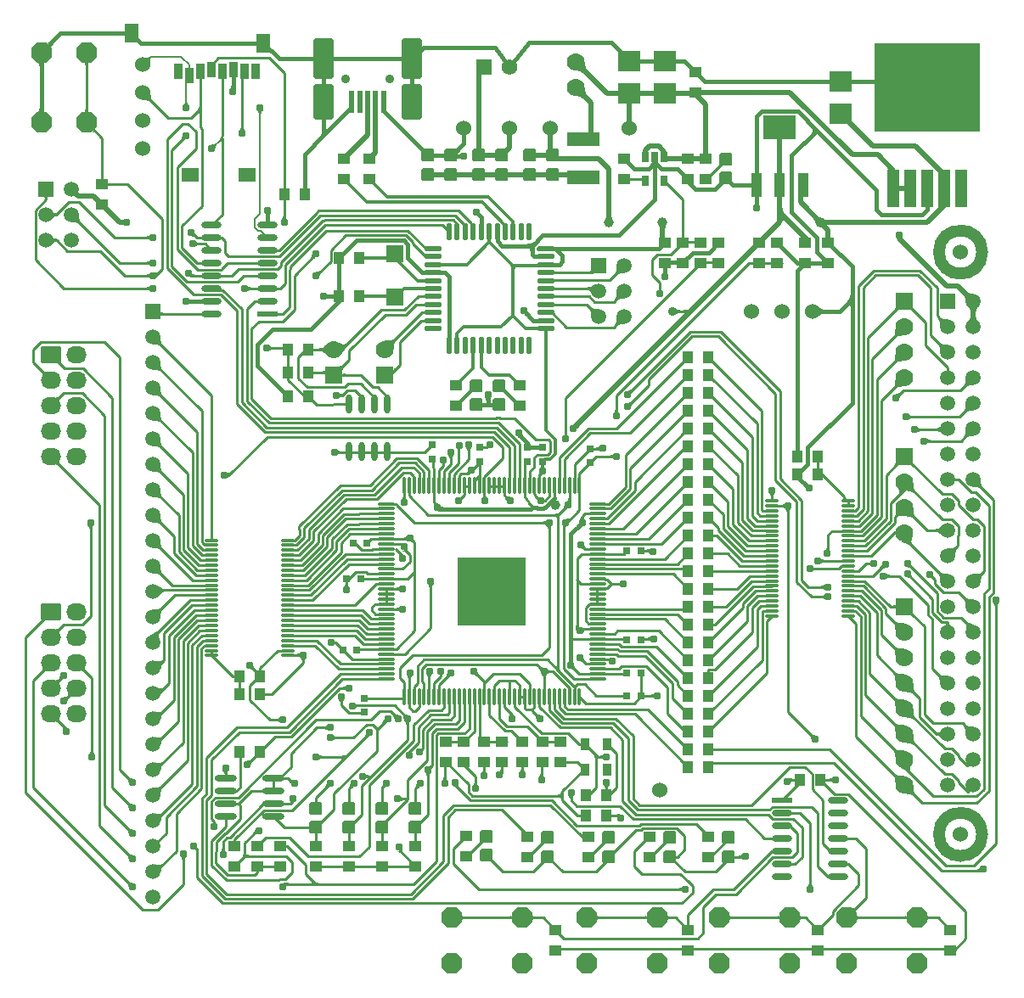
<source format=gtl>
G04 Layer_Physical_Order=1*
G04 Layer_Color=255*
%FSLAX23Y23*%
%MOIN*%
G70*
G01*
G75*
%ADD10C,0.045*%
%ADD11R,0.050X0.040*%
%ADD12O,0.069X0.022*%
%ADD13O,0.022X0.069*%
G04:AMPARAMS|DCode=14|XSize=50mil|YSize=50mil|CornerRadius=6mil|HoleSize=0mil|Usage=FLASHONLY|Rotation=270.000|XOffset=0mil|YOffset=0mil|HoleType=Round|Shape=RoundedRectangle|*
%AMROUNDEDRECTD14*
21,1,0.050,0.038,0,0,270.0*
21,1,0.038,0.050,0,0,270.0*
1,1,0.013,-0.019,-0.019*
1,1,0.013,-0.019,0.019*
1,1,0.013,0.019,0.019*
1,1,0.013,0.019,-0.019*
%
%ADD14ROUNDEDRECTD14*%
%ADD15R,0.030X0.030*%
%ADD16O,0.024X0.075*%
%ADD17R,0.040X0.050*%
%ADD18R,0.030X0.030*%
%ADD19O,0.080X0.024*%
%ADD20R,0.080X0.024*%
%ADD21R,0.087X0.079*%
%ADD22R,0.130X0.055*%
%ADD23R,0.050X0.040*%
%ADD24O,0.055X0.012*%
%ADD25R,0.270X0.270*%
%ADD26O,0.012X0.071*%
%ADD27O,0.071X0.012*%
%ADD28O,0.087X0.024*%
%ADD29R,0.039X0.094*%
%ADD30R,0.130X0.094*%
%ADD31R,0.032X0.060*%
%ADD32R,0.056X0.075*%
%ADD33R,0.071X0.056*%
%ADD34R,0.035X0.047*%
%ADD35R,0.071X0.067*%
G04:AMPARAMS|DCode=36|XSize=157mil|YSize=81mil|CornerRadius=10mil|HoleSize=0mil|Usage=FLASHONLY|Rotation=270.000|XOffset=0mil|YOffset=0mil|HoleType=Round|Shape=RoundedRectangle|*
%AMROUNDEDRECTD36*
21,1,0.157,0.061,0,0,270.0*
21,1,0.137,0.081,0,0,270.0*
1,1,0.020,-0.030,-0.069*
1,1,0.020,-0.030,0.069*
1,1,0.020,0.030,0.069*
1,1,0.020,0.030,-0.069*
%
%ADD36ROUNDEDRECTD36*%
G04:AMPARAMS|DCode=37|XSize=138mil|YSize=81mil|CornerRadius=10mil|HoleSize=0mil|Usage=FLASHONLY|Rotation=270.000|XOffset=0mil|YOffset=0mil|HoleType=Round|Shape=RoundedRectangle|*
%AMROUNDEDRECTD37*
21,1,0.138,0.061,0,0,270.0*
21,1,0.118,0.081,0,0,270.0*
1,1,0.020,-0.030,-0.059*
1,1,0.020,-0.030,0.059*
1,1,0.020,0.030,0.059*
1,1,0.020,0.030,-0.059*
%
%ADD37ROUNDEDRECTD37*%
G04:AMPARAMS|DCode=38|XSize=89mil|YSize=20mil|CornerRadius=2mil|HoleSize=0mil|Usage=FLASHONLY|Rotation=270.000|XOffset=0mil|YOffset=0mil|HoleType=Round|Shape=RoundedRectangle|*
%AMROUNDEDRECTD38*
21,1,0.089,0.015,0,0,270.0*
21,1,0.084,0.020,0,0,270.0*
1,1,0.005,-0.007,-0.042*
1,1,0.005,-0.007,0.042*
1,1,0.005,0.007,0.042*
1,1,0.005,0.007,-0.042*
%
%ADD38ROUNDEDRECTD38*%
%ADD39R,0.026X0.043*%
%ADD40R,0.045X0.150*%
%ADD41R,0.413X0.346*%
%ADD42C,0.015*%
%ADD43C,0.020*%
%ADD44C,0.010*%
%ADD45C,0.009*%
%ADD46C,0.012*%
%ADD47C,0.008*%
%ADD48C,0.060*%
%ADD49C,0.070*%
%ADD50R,0.070X0.070*%
%ADD51C,0.059*%
%ADD52R,0.059X0.059*%
%ADD53O,0.080X0.068*%
G04:AMPARAMS|DCode=54|XSize=80mil|YSize=68mil|CornerRadius=9mil|HoleSize=0mil|Usage=FLASHONLY|Rotation=0.000|XOffset=0mil|YOffset=0mil|HoleType=Round|Shape=RoundedRectangle|*
%AMROUNDEDRECTD54*
21,1,0.080,0.051,0,0,0.0*
21,1,0.063,0.068,0,0,0.0*
1,1,0.017,0.032,-0.026*
1,1,0.017,-0.032,-0.026*
1,1,0.017,-0.032,0.026*
1,1,0.017,0.032,0.026*
%
%ADD54ROUNDEDRECTD54*%
%ADD55P,0.089X8X22.5*%
%ADD56C,0.062*%
%ADD57R,0.062X0.062*%
%ADD58C,0.035*%
%ADD59P,0.089X8X292.5*%
%ADD60C,0.059*%
%ADD61C,0.060*%
%ADD62C,0.031*%
%ADD63C,0.039*%
G36*
X3486Y1351D02*
X3488Y1350D01*
X3491Y1349D01*
X3494Y1348D01*
X3497Y1347D01*
X3501Y1346D01*
X3505Y1346D01*
X3514Y1345D01*
X3520Y1345D01*
X3485Y1310D01*
X3485Y1316D01*
X3484Y1325D01*
X3484Y1329D01*
X3483Y1333D01*
X3482Y1336D01*
X3481Y1339D01*
X3480Y1342D01*
X3479Y1344D01*
X3477Y1346D01*
X3484Y1353D01*
X3486Y1351D01*
D02*
G37*
G36*
X3660Y1343D02*
X3662Y1342D01*
X3664Y1341D01*
X3666Y1340D01*
X3669Y1340D01*
X3672Y1339D01*
X3675Y1339D01*
X3679Y1339D01*
X3683Y1339D01*
X3687Y1339D01*
X3661Y1307D01*
X3660Y1312D01*
X3658Y1323D01*
X3657Y1326D01*
X3656Y1329D01*
X3655Y1332D01*
X3654Y1334D01*
X3653Y1336D01*
X3652Y1337D01*
X3658Y1345D01*
X3660Y1343D01*
D02*
G37*
G36*
X1587Y1336D02*
X1586Y1335D01*
X1584Y1334D01*
X1583Y1333D01*
X1582Y1332D01*
X1582Y1331D01*
X1581Y1330D01*
X1580Y1329D01*
X1580Y1328D01*
X1580Y1326D01*
X1580Y1325D01*
X1571Y1327D01*
X1571Y1329D01*
X1571Y1330D01*
X1570Y1331D01*
X1570Y1333D01*
X1569Y1334D01*
X1568Y1337D01*
X1568Y1339D01*
X1566Y1342D01*
X1587Y1336D01*
D02*
G37*
G36*
X220Y1324D02*
X218Y1324D01*
X217Y1324D01*
X215Y1324D01*
X214Y1323D01*
X212Y1323D01*
X211Y1322D01*
X210Y1322D01*
X208Y1321D01*
X207Y1320D01*
X207Y1320D01*
X206Y1319D01*
X205Y1318D01*
X204Y1316D01*
X203Y1315D01*
X203Y1314D01*
X202Y1313D01*
X202Y1312D01*
X203Y1311D01*
X203Y1310D01*
X204Y1310D01*
X188Y1322D01*
X189Y1321D01*
X189Y1321D01*
X190Y1321D01*
X191Y1321D01*
X193Y1321D01*
X194Y1322D01*
X195Y1323D01*
X197Y1324D01*
X198Y1325D01*
X199Y1326D01*
X200Y1327D01*
X201Y1328D01*
X202Y1330D01*
X202Y1331D01*
X203Y1332D01*
X203Y1334D01*
X204Y1335D01*
X204Y1337D01*
X204Y1338D01*
X204Y1340D01*
X220Y1324D01*
D02*
G37*
G36*
X1329Y1279D02*
X1328Y1280D01*
X1326Y1281D01*
X1325Y1282D01*
X1324Y1283D01*
X1323Y1283D01*
X1321Y1284D01*
X1320Y1284D01*
X1318Y1285D01*
X1317Y1285D01*
X1316Y1285D01*
Y1295D01*
X1317Y1295D01*
X1318Y1295D01*
X1320Y1296D01*
X1321Y1296D01*
X1323Y1297D01*
X1324Y1297D01*
X1325Y1298D01*
X1326Y1299D01*
X1328Y1300D01*
X1329Y1301D01*
Y1279D01*
D02*
G37*
G36*
X590Y1292D02*
X593Y1291D01*
X595Y1290D01*
X597Y1289D01*
X600Y1289D01*
X602Y1289D01*
X604Y1289D01*
X606Y1290D01*
X608Y1292D01*
X610Y1293D01*
X612Y1281D01*
X611Y1280D01*
X610Y1279D01*
X608Y1275D01*
X600Y1263D01*
X596Y1255D01*
X587Y1294D01*
X590Y1292D01*
D02*
G37*
G36*
X2539Y1249D02*
X2537Y1250D01*
X2536Y1251D01*
X2535Y1252D01*
X2534Y1253D01*
X2532Y1254D01*
X2531Y1254D01*
X2530Y1255D01*
X2528Y1255D01*
X2527Y1255D01*
X2525Y1256D01*
X2525Y1265D01*
X2527Y1265D01*
X2528Y1265D01*
X2530Y1265D01*
X2531Y1266D01*
X2532Y1266D01*
X2534Y1267D01*
X2535Y1268D01*
X2536Y1269D01*
X2537Y1270D01*
X2539Y1271D01*
X2539Y1249D01*
D02*
G37*
G36*
X3555Y1304D02*
X3556Y1295D01*
X3556Y1291D01*
X3557Y1287D01*
X3558Y1284D01*
X3559Y1281D01*
X3560Y1278D01*
X3561Y1276D01*
X3563Y1274D01*
X3556Y1267D01*
X3554Y1269D01*
X3552Y1270D01*
X3549Y1271D01*
X3546Y1272D01*
X3543Y1273D01*
X3539Y1274D01*
X3535Y1274D01*
X3526Y1275D01*
X3520Y1275D01*
X3555Y1310D01*
X3555Y1304D01*
D02*
G37*
G36*
X252Y1258D02*
X251Y1259D01*
X251Y1259D01*
X250Y1259D01*
X249Y1259D01*
X247Y1259D01*
X246Y1258D01*
X245Y1257D01*
X243Y1256D01*
X242Y1255D01*
X241Y1254D01*
X240Y1253D01*
X239Y1252D01*
X238Y1250D01*
X238Y1249D01*
X237Y1248D01*
X237Y1246D01*
X236Y1245D01*
X236Y1243D01*
X236Y1242D01*
X236Y1240D01*
X220Y1256D01*
X222Y1256D01*
X223Y1256D01*
X225Y1256D01*
X226Y1257D01*
X228Y1257D01*
X229Y1258D01*
X230Y1258D01*
X232Y1259D01*
X233Y1260D01*
X233Y1260D01*
X234Y1261D01*
X235Y1262D01*
X236Y1264D01*
X237Y1265D01*
X237Y1266D01*
X238Y1267D01*
X238Y1268D01*
X237Y1269D01*
X237Y1270D01*
X236Y1270D01*
X252Y1258D01*
D02*
G37*
G36*
X1740Y1334D02*
X1738Y1334D01*
X1737Y1334D01*
X1735Y1334D01*
X1734Y1333D01*
X1732Y1333D01*
X1731Y1332D01*
X1730Y1332D01*
X1728Y1331D01*
X1727Y1330D01*
X1726Y1329D01*
X1719Y1336D01*
X1720Y1337D01*
X1721Y1338D01*
X1722Y1340D01*
X1722Y1341D01*
X1723Y1342D01*
X1723Y1344D01*
X1724Y1345D01*
X1724Y1347D01*
X1724Y1348D01*
X1724Y1350D01*
X1740Y1334D01*
D02*
G37*
G36*
X2226Y1377D02*
X2226Y1375D01*
X2226Y1374D01*
X2226Y1372D01*
X2226Y1371D01*
X2227Y1370D01*
X2227Y1368D01*
X2228Y1367D01*
X2229Y1366D01*
X2230Y1365D01*
X2222Y1359D01*
X2221Y1360D01*
X2220Y1360D01*
X2219Y1361D01*
X2218Y1362D01*
X2216Y1362D01*
X2215Y1363D01*
X2213Y1363D01*
X2212Y1364D01*
X2210Y1364D01*
X2209Y1364D01*
X2226Y1378D01*
X2226Y1377D01*
D02*
G37*
G36*
X152Y1358D02*
X151Y1359D01*
X151Y1359D01*
X150Y1359D01*
X149Y1359D01*
X147Y1359D01*
X146Y1358D01*
X145Y1357D01*
X143Y1356D01*
X142Y1355D01*
X140Y1353D01*
X132Y1359D01*
X134Y1361D01*
X135Y1362D01*
X136Y1364D01*
X137Y1365D01*
X137Y1366D01*
X138Y1367D01*
X138Y1368D01*
X137Y1369D01*
X137Y1370D01*
X136Y1370D01*
X152Y1358D01*
D02*
G37*
G36*
X2211Y1380D02*
X2211Y1379D01*
X2210Y1379D01*
X2210Y1379D01*
X2210Y1379D01*
X2209Y1379D01*
X2208Y1378D01*
X2208Y1378D01*
X2207Y1376D01*
X2199Y1384D01*
X2200Y1384D01*
X2201Y1386D01*
X2202Y1386D01*
X2202Y1387D01*
X2202Y1387D01*
X2202Y1388D01*
X2203Y1388D01*
X2211Y1380D01*
D02*
G37*
G36*
X966Y1378D02*
X966Y1377D01*
X966Y1375D01*
X967Y1374D01*
X967Y1372D01*
X968Y1371D01*
X968Y1370D01*
X969Y1368D01*
X970Y1367D01*
X971Y1366D01*
X964Y1359D01*
X963Y1360D01*
X962Y1361D01*
X960Y1362D01*
X959Y1362D01*
X958Y1363D01*
X956Y1363D01*
X955Y1364D01*
X953Y1364D01*
X952Y1364D01*
X950Y1364D01*
X966Y1380D01*
X966Y1378D01*
D02*
G37*
G36*
X2092Y1375D02*
X2093Y1374D01*
X2095Y1373D01*
X2096Y1373D01*
X2097Y1372D01*
X2099Y1372D01*
X2100Y1371D01*
X2102Y1371D01*
X2103Y1371D01*
X2105Y1371D01*
X2089Y1355D01*
X2089Y1357D01*
X2089Y1358D01*
X2089Y1360D01*
X2088Y1361D01*
X2088Y1363D01*
X2087Y1364D01*
X2087Y1365D01*
X2086Y1367D01*
X2085Y1368D01*
X2084Y1369D01*
X2091Y1376D01*
X2092Y1375D01*
D02*
G37*
G36*
X1665Y1343D02*
X1664Y1342D01*
X1663Y1341D01*
X1662Y1340D01*
X1661Y1338D01*
X1661Y1337D01*
X1660Y1336D01*
X1660Y1335D01*
X1659Y1333D01*
X1659Y1332D01*
X1659Y1330D01*
X1649Y1331D01*
X1649Y1332D01*
X1649Y1334D01*
X1648Y1335D01*
X1648Y1337D01*
X1648Y1338D01*
X1647Y1339D01*
X1646Y1341D01*
X1645Y1342D01*
X1644Y1343D01*
X1643Y1345D01*
X1665Y1343D01*
D02*
G37*
G36*
X2117Y1365D02*
X2119Y1364D01*
X2120Y1363D01*
X2121Y1362D01*
X2122Y1362D01*
X2124Y1361D01*
X2125Y1361D01*
X2127Y1360D01*
X2128Y1360D01*
X2129Y1360D01*
Y1350D01*
X2128Y1350D01*
X2127Y1350D01*
X2125Y1349D01*
X2124Y1349D01*
X2122Y1348D01*
X2121Y1348D01*
X2120Y1347D01*
X2119Y1346D01*
X2117Y1345D01*
X2117Y1344D01*
X2116Y1344D01*
X2115Y1342D01*
X2114Y1341D01*
X2114Y1340D01*
X2113Y1338D01*
X2113Y1337D01*
X2112Y1335D01*
X2112Y1334D01*
X2112Y1333D01*
X2112Y1331D01*
X2102Y1330D01*
X2102Y1332D01*
X2101Y1333D01*
X2101Y1334D01*
X2101Y1336D01*
X2100Y1337D01*
X2099Y1338D01*
X2099Y1339D01*
X2098Y1341D01*
X2096Y1342D01*
X2095Y1343D01*
X2116Y1345D01*
Y1366D01*
X2117Y1365D01*
D02*
G37*
G36*
X303Y1370D02*
X303Y1369D01*
X302Y1368D01*
X302Y1367D01*
X303Y1366D01*
X303Y1365D01*
X304Y1364D01*
X305Y1362D01*
X306Y1361D01*
X308Y1359D01*
X300Y1353D01*
X298Y1355D01*
X297Y1356D01*
X295Y1357D01*
X294Y1358D01*
X293Y1359D01*
X291Y1359D01*
X290Y1359D01*
X289Y1359D01*
X289Y1359D01*
X288Y1358D01*
X304Y1370D01*
X303Y1370D01*
D02*
G37*
G36*
X1846Y1353D02*
X1846Y1352D01*
X1846Y1350D01*
X1847Y1349D01*
X1847Y1347D01*
X1848Y1346D01*
X1848Y1345D01*
X1849Y1343D01*
X1850Y1342D01*
X1851Y1341D01*
X1844Y1334D01*
X1843Y1335D01*
X1842Y1336D01*
X1840Y1337D01*
X1839Y1337D01*
X1838Y1338D01*
X1836Y1338D01*
X1835Y1339D01*
X1833Y1339D01*
X1832Y1339D01*
X1830Y1339D01*
X1846Y1355D01*
X1846Y1353D01*
D02*
G37*
G36*
X1580Y1158D02*
X1579Y1157D01*
X1578Y1156D01*
X1577Y1155D01*
X1576Y1153D01*
X1576Y1152D01*
X1575Y1151D01*
X1575Y1150D01*
X1574Y1148D01*
X1574Y1147D01*
X1574Y1145D01*
X1564Y1146D01*
X1564Y1147D01*
X1564Y1149D01*
X1564Y1150D01*
X1563Y1151D01*
X1563Y1153D01*
X1562Y1154D01*
X1561Y1155D01*
X1560Y1157D01*
X1560Y1158D01*
X1558Y1159D01*
X1580Y1158D01*
D02*
G37*
G36*
X226Y1141D02*
X228Y1140D01*
X229Y1139D01*
X231Y1137D01*
X234Y1136D01*
X237Y1134D01*
X216Y1127D01*
X217Y1128D01*
X217Y1130D01*
X217Y1131D01*
X217Y1132D01*
X217Y1133D01*
X217Y1135D01*
X216Y1136D01*
X216Y1137D01*
X215Y1138D01*
X214Y1139D01*
X225Y1142D01*
X226Y1141D01*
D02*
G37*
G36*
X203Y1170D02*
X203Y1169D01*
X202Y1168D01*
X202Y1167D01*
X203Y1166D01*
X203Y1165D01*
X204Y1164D01*
X205Y1162D01*
X206Y1161D01*
X208Y1159D01*
X200Y1153D01*
X198Y1155D01*
X197Y1156D01*
X195Y1157D01*
X194Y1158D01*
X193Y1159D01*
X191Y1159D01*
X190Y1159D01*
X189Y1159D01*
X189Y1159D01*
X188Y1158D01*
X204Y1170D01*
X203Y1170D01*
D02*
G37*
G36*
X1491Y1154D02*
X1489Y1154D01*
X1488Y1154D01*
X1486Y1154D01*
X1485Y1153D01*
X1483Y1153D01*
X1482Y1152D01*
X1481Y1152D01*
X1479Y1151D01*
X1478Y1150D01*
X1477Y1149D01*
X1470Y1156D01*
X1471Y1157D01*
X1472Y1158D01*
X1473Y1160D01*
X1473Y1161D01*
X1474Y1162D01*
X1474Y1164D01*
X1475Y1165D01*
X1475Y1167D01*
X1475Y1168D01*
X1475Y1170D01*
X1491Y1154D01*
D02*
G37*
G36*
X1254Y1124D02*
X1253Y1125D01*
X1251Y1126D01*
X1250Y1127D01*
X1249Y1128D01*
X1248Y1128D01*
X1246Y1129D01*
X1245Y1129D01*
X1243Y1130D01*
X1242Y1130D01*
X1241Y1130D01*
Y1140D01*
X1242Y1140D01*
X1243Y1140D01*
X1245Y1141D01*
X1246Y1141D01*
X1248Y1142D01*
X1249Y1142D01*
X1250Y1143D01*
X1251Y1144D01*
X1253Y1145D01*
X1254Y1146D01*
Y1124D01*
D02*
G37*
G36*
X610Y1093D02*
X609Y1092D01*
X608Y1090D01*
X607Y1088D01*
X606Y1086D01*
X603Y1080D01*
X602Y1076D01*
X599Y1063D01*
X577Y1099D01*
X581Y1098D01*
X585Y1097D01*
X588Y1097D01*
X591Y1097D01*
X594Y1097D01*
X596Y1097D01*
X599Y1098D01*
X601Y1099D01*
X603Y1100D01*
X605Y1102D01*
X610Y1093D01*
D02*
G37*
G36*
X1423Y1103D02*
X1421Y1102D01*
X1418Y1102D01*
X1416Y1101D01*
X1415Y1100D01*
X1414Y1100D01*
X1412Y1099D01*
X1411Y1098D01*
X1410Y1097D01*
X1409Y1096D01*
X1401Y1102D01*
X1402Y1103D01*
X1403Y1104D01*
X1403Y1106D01*
X1404Y1107D01*
X1404Y1108D01*
X1405Y1109D01*
X1405Y1111D01*
X1405Y1112D01*
X1405Y1114D01*
X1405Y1115D01*
X1423Y1103D01*
D02*
G37*
G36*
X3486Y1151D02*
X3488Y1150D01*
X3491Y1149D01*
X3494Y1148D01*
X3497Y1147D01*
X3501Y1146D01*
X3505Y1146D01*
X3514Y1145D01*
X3520Y1145D01*
X3485Y1110D01*
X3485Y1116D01*
X3484Y1125D01*
X3484Y1129D01*
X3483Y1133D01*
X3482Y1136D01*
X3481Y1139D01*
X3480Y1142D01*
X3479Y1144D01*
X3477Y1146D01*
X3484Y1153D01*
X3486Y1151D01*
D02*
G37*
G36*
X3762Y1145D02*
X3764Y1144D01*
X3766Y1143D01*
X3769Y1142D01*
X3771Y1141D01*
X3774Y1141D01*
X3778Y1140D01*
X3785Y1140D01*
X3790Y1140D01*
X3760Y1110D01*
X3760Y1115D01*
X3760Y1122D01*
X3759Y1126D01*
X3759Y1129D01*
X3758Y1131D01*
X3757Y1134D01*
X3756Y1136D01*
X3755Y1138D01*
X3753Y1140D01*
X3760Y1147D01*
X3762Y1145D01*
D02*
G37*
G36*
X1069Y1154D02*
X1068Y1155D01*
X1066Y1156D01*
X1065Y1157D01*
X1064Y1158D01*
X1063Y1158D01*
X1061Y1159D01*
X1060Y1159D01*
X1058Y1160D01*
X1057Y1160D01*
X1056Y1160D01*
Y1170D01*
X1057Y1170D01*
X1058Y1170D01*
X1060Y1171D01*
X1061Y1171D01*
X1063Y1172D01*
X1064Y1172D01*
X1065Y1173D01*
X1066Y1174D01*
X1068Y1175D01*
X1069Y1176D01*
Y1154D01*
D02*
G37*
G36*
X3486Y1251D02*
X3488Y1250D01*
X3491Y1249D01*
X3494Y1248D01*
X3497Y1247D01*
X3501Y1246D01*
X3505Y1246D01*
X3514Y1245D01*
X3520Y1245D01*
X3485Y1210D01*
X3485Y1216D01*
X3484Y1225D01*
X3484Y1229D01*
X3483Y1233D01*
X3482Y1236D01*
X3481Y1239D01*
X3480Y1242D01*
X3479Y1244D01*
X3477Y1246D01*
X3484Y1253D01*
X3486Y1251D01*
D02*
G37*
G36*
X610Y1193D02*
X609Y1192D01*
X608Y1190D01*
X607Y1188D01*
X606Y1186D01*
X603Y1180D01*
X602Y1176D01*
X599Y1163D01*
X577Y1199D01*
X581Y1198D01*
X585Y1197D01*
X588Y1197D01*
X591Y1197D01*
X594Y1197D01*
X596Y1197D01*
X599Y1198D01*
X601Y1199D01*
X603Y1200D01*
X605Y1202D01*
X610Y1193D01*
D02*
G37*
G36*
X1320Y1242D02*
X1319Y1241D01*
X1318Y1240D01*
X1317Y1239D01*
X1316Y1237D01*
X1316Y1236D01*
X1315Y1235D01*
X1315Y1233D01*
X1315Y1232D01*
X1314Y1230D01*
X1306D01*
X1305Y1232D01*
X1305Y1233D01*
X1305Y1235D01*
X1304Y1236D01*
X1304Y1237D01*
X1303Y1239D01*
X1302Y1240D01*
X1301Y1241D01*
X1300Y1242D01*
X1299Y1244D01*
X1321D01*
X1320Y1242D01*
D02*
G37*
G36*
X1363Y1232D02*
X1364Y1231D01*
X1365Y1230D01*
X1367Y1229D01*
X1368Y1228D01*
X1369Y1228D01*
X1371Y1228D01*
X1372Y1227D01*
X1374Y1227D01*
X1375Y1227D01*
X1376Y1217D01*
X1374Y1217D01*
X1373Y1217D01*
X1371Y1216D01*
X1370Y1216D01*
X1369Y1215D01*
X1368Y1215D01*
X1366Y1214D01*
X1365Y1213D01*
X1364Y1212D01*
X1363Y1211D01*
X1362Y1233D01*
X1363Y1232D01*
D02*
G37*
G36*
X1989Y1183D02*
X1969Y1181D01*
X1969Y1182D01*
X1970Y1183D01*
X1970Y1184D01*
X1970Y1185D01*
X1970Y1186D01*
X1970Y1187D01*
X1970Y1188D01*
X1969Y1189D01*
X1968Y1190D01*
X1967Y1191D01*
X1976Y1196D01*
X1989Y1183D01*
D02*
G37*
G36*
X2077Y1190D02*
X2078Y1189D01*
X2079Y1188D01*
X2080Y1187D01*
X2082Y1187D01*
X2083Y1186D01*
X2085Y1186D01*
X2086Y1186D01*
X2088Y1186D01*
X2090Y1186D01*
X2074Y1170D01*
X2074Y1172D01*
X2074Y1174D01*
X2074Y1175D01*
X2074Y1177D01*
X2073Y1178D01*
X2073Y1180D01*
X2072Y1181D01*
X2071Y1182D01*
X2070Y1183D01*
X2069Y1184D01*
X2076Y1191D01*
X2077Y1190D01*
D02*
G37*
G36*
X3555Y1204D02*
X3556Y1195D01*
X3556Y1191D01*
X3557Y1187D01*
X3558Y1184D01*
X3559Y1181D01*
X3560Y1178D01*
X3561Y1176D01*
X3563Y1174D01*
X3556Y1167D01*
X3554Y1169D01*
X3552Y1170D01*
X3549Y1171D01*
X3546Y1172D01*
X3543Y1173D01*
X3539Y1174D01*
X3535Y1174D01*
X3526Y1175D01*
X3520Y1175D01*
X3555Y1210D01*
X3555Y1204D01*
D02*
G37*
G36*
X1558Y1190D02*
X1559Y1189D01*
X1560Y1189D01*
X1562Y1188D01*
X1563Y1187D01*
X1564Y1187D01*
X1566Y1186D01*
X1567Y1186D01*
X1569Y1186D01*
X1571Y1186D01*
X1554Y1171D01*
X1554Y1173D01*
X1554Y1174D01*
X1554Y1176D01*
X1554Y1177D01*
X1553Y1179D01*
X1553Y1180D01*
X1552Y1181D01*
X1551Y1182D01*
X1551Y1183D01*
X1550Y1184D01*
X1557Y1191D01*
X1558Y1190D01*
D02*
G37*
G36*
X1519D02*
X1520Y1189D01*
X1521Y1189D01*
X1522Y1188D01*
X1524Y1187D01*
X1525Y1187D01*
X1526Y1186D01*
X1528Y1186D01*
X1529Y1186D01*
X1531Y1186D01*
X1515Y1171D01*
X1515Y1173D01*
X1515Y1174D01*
X1515Y1176D01*
X1514Y1177D01*
X1514Y1179D01*
X1513Y1180D01*
X1513Y1181D01*
X1512Y1182D01*
X1511Y1183D01*
X1510Y1184D01*
X1518Y1191D01*
X1519Y1190D01*
D02*
G37*
G36*
X3207Y1677D02*
X3206Y1678D01*
X3204Y1679D01*
X3203Y1680D01*
X3202Y1681D01*
X3201Y1681D01*
X3199Y1682D01*
X3198Y1682D01*
X3196Y1683D01*
X3195Y1683D01*
X3194Y1683D01*
Y1693D01*
X3195Y1693D01*
X3196Y1693D01*
X3198Y1694D01*
X3199Y1694D01*
X3201Y1695D01*
X3202Y1695D01*
X3203Y1696D01*
X3204Y1697D01*
X3206Y1698D01*
X3207Y1699D01*
Y1677D01*
D02*
G37*
G36*
X1539Y1669D02*
X1538Y1670D01*
X1536Y1671D01*
X1535Y1672D01*
X1534Y1673D01*
X1533Y1673D01*
X1531Y1674D01*
X1530Y1674D01*
X1529Y1675D01*
X1527Y1675D01*
X1526Y1675D01*
X1526Y1685D01*
X1527Y1685D01*
X1528Y1685D01*
X1530Y1685D01*
X1531Y1686D01*
X1532Y1686D01*
X1534Y1687D01*
X1535Y1688D01*
X1536Y1689D01*
X1537Y1690D01*
X1539Y1691D01*
X1539Y1669D01*
D02*
G37*
G36*
X1335Y1699D02*
X1335Y1698D01*
X1335Y1697D01*
X1336Y1695D01*
X1336Y1694D01*
X1337Y1692D01*
X1337Y1691D01*
X1338Y1690D01*
X1339Y1689D01*
X1340Y1687D01*
X1341Y1686D01*
X1319Y1686D01*
X1320Y1687D01*
X1321Y1689D01*
X1322Y1690D01*
X1323Y1691D01*
X1323Y1692D01*
X1324Y1694D01*
X1324Y1695D01*
X1325Y1697D01*
X1325Y1698D01*
X1325Y1699D01*
X1335Y1699D01*
D02*
G37*
G36*
X1670Y1698D02*
X1669Y1696D01*
X1668Y1695D01*
X1667Y1694D01*
X1667Y1693D01*
X1666Y1691D01*
X1666Y1690D01*
X1665Y1688D01*
X1665Y1687D01*
X1665Y1686D01*
X1655D01*
X1655Y1687D01*
X1655Y1688D01*
X1654Y1690D01*
X1654Y1691D01*
X1653Y1693D01*
X1653Y1694D01*
X1652Y1695D01*
X1651Y1696D01*
X1650Y1698D01*
X1649Y1699D01*
X1671D01*
X1670Y1698D01*
D02*
G37*
G36*
X591Y1691D02*
X601Y1685D01*
X604Y1683D01*
X609Y1681D01*
X612Y1680D01*
X614Y1680D01*
X616Y1680D01*
X617Y1670D01*
X615Y1669D01*
X613Y1669D01*
X610Y1668D01*
X608Y1667D01*
X606Y1665D01*
X603Y1664D01*
X601Y1661D01*
X599Y1659D01*
X596Y1656D01*
X594Y1653D01*
X588Y1694D01*
X591Y1691D01*
D02*
G37*
G36*
X3762Y1645D02*
X3764Y1644D01*
X3766Y1643D01*
X3769Y1642D01*
X3771Y1641D01*
X3774Y1641D01*
X3778Y1640D01*
X3785Y1640D01*
X3790Y1640D01*
X3760Y1610D01*
X3760Y1615D01*
X3760Y1622D01*
X3759Y1626D01*
X3759Y1629D01*
X3758Y1631D01*
X3757Y1634D01*
X3756Y1636D01*
X3755Y1638D01*
X3753Y1640D01*
X3760Y1647D01*
X3762Y1645D01*
D02*
G37*
G36*
X3485Y1600D02*
X3485Y1601D01*
X3485Y1602D01*
X3484Y1603D01*
X3484Y1603D01*
X3483Y1604D01*
X3482Y1604D01*
X3480Y1605D01*
X3479Y1605D01*
X3477Y1605D01*
X3475Y1605D01*
Y1615D01*
X3477Y1615D01*
X3479Y1615D01*
X3480Y1615D01*
X3482Y1616D01*
X3483Y1616D01*
X3484Y1617D01*
X3484Y1617D01*
X3485Y1618D01*
X3485Y1619D01*
X3485Y1620D01*
Y1600D01*
D02*
G37*
G36*
X3207Y1637D02*
X3206Y1639D01*
X3204Y1640D01*
X3203Y1641D01*
X3202Y1641D01*
X3201Y1642D01*
X3199Y1643D01*
X3198Y1643D01*
X3196Y1643D01*
X3195Y1643D01*
X3194Y1644D01*
Y1654D01*
X3195Y1654D01*
X3196Y1654D01*
X3198Y1654D01*
X3199Y1654D01*
X3201Y1655D01*
X3202Y1656D01*
X3203Y1656D01*
X3204Y1657D01*
X3206Y1658D01*
X3207Y1660D01*
Y1637D01*
D02*
G37*
G36*
X3890Y1623D02*
X3889Y1621D01*
X3888Y1620D01*
X3887Y1619D01*
X3887Y1618D01*
X3886Y1616D01*
X3886Y1615D01*
X3885Y1613D01*
X3885Y1612D01*
X3885Y1611D01*
X3875D01*
X3875Y1612D01*
X3875Y1613D01*
X3874Y1615D01*
X3874Y1616D01*
X3873Y1618D01*
X3873Y1619D01*
X3872Y1620D01*
X3871Y1621D01*
X3870Y1623D01*
X3869Y1624D01*
X3891D01*
X3890Y1623D01*
D02*
G37*
G36*
X2240Y1725D02*
X2240Y1723D01*
X2241Y1721D01*
X2241Y1720D01*
X2242Y1718D01*
X2243Y1716D01*
X2243Y1715D01*
X2245Y1713D01*
X2246Y1711D01*
X2247Y1710D01*
X2247Y1696D01*
X2246Y1697D01*
X2244Y1698D01*
X2243Y1699D01*
X2242Y1699D01*
X2242Y1699D01*
X2241Y1698D01*
X2241Y1697D01*
X2240Y1696D01*
X2240Y1695D01*
X2240Y1693D01*
X2230Y1715D01*
X2240Y1727D01*
X2240Y1725D01*
D02*
G37*
G36*
X3443Y1760D02*
X3441Y1761D01*
X3440Y1761D01*
X3438Y1760D01*
X3437Y1760D01*
X3436Y1760D01*
X3434Y1759D01*
X3433Y1759D01*
X3432Y1758D01*
X3431Y1757D01*
X3430Y1756D01*
X3423Y1764D01*
X3424Y1765D01*
X3425Y1766D01*
X3426Y1767D01*
X3427Y1769D01*
X3427Y1770D01*
X3428Y1771D01*
X3428Y1773D01*
X3429Y1774D01*
X3429Y1776D01*
X3429Y1778D01*
X3443Y1760D01*
D02*
G37*
G36*
X3547Y1779D02*
X3547Y1777D01*
X3547Y1776D01*
X3548Y1774D01*
X3548Y1773D01*
X3549Y1772D01*
X3550Y1770D01*
X3550Y1769D01*
X3551Y1768D01*
X3552Y1767D01*
X3545Y1760D01*
X3544Y1761D01*
X3543Y1761D01*
X3542Y1762D01*
X3541Y1763D01*
X3540Y1763D01*
X3538Y1764D01*
X3537Y1764D01*
X3535Y1764D01*
X3534Y1764D01*
X3532Y1764D01*
X3547Y1781D01*
X3547Y1779D01*
D02*
G37*
G36*
X1545Y1822D02*
X1547Y1820D01*
X1548Y1819D01*
X1550Y1817D01*
X1552Y1817D01*
X1556Y1814D01*
X1536Y1807D01*
X1536Y1808D01*
X1537Y1809D01*
X1537Y1810D01*
X1537Y1812D01*
X1537Y1813D01*
X1536Y1814D01*
X1536Y1815D01*
X1535Y1816D01*
X1534Y1818D01*
X1533Y1819D01*
X1544Y1822D01*
X1545Y1822D01*
D02*
G37*
G36*
X3192Y1800D02*
X3194Y1799D01*
X3195Y1798D01*
X3196Y1797D01*
X3197Y1797D01*
X3199Y1796D01*
X3200Y1796D01*
X3202Y1795D01*
X3203Y1795D01*
X3204Y1795D01*
Y1785D01*
X3203Y1785D01*
X3202Y1785D01*
X3200Y1784D01*
X3199Y1784D01*
X3197Y1783D01*
X3196Y1783D01*
X3195Y1782D01*
X3194Y1781D01*
X3192Y1780D01*
X3191Y1779D01*
Y1801D01*
X3192Y1800D01*
D02*
G37*
G36*
X3828Y1737D02*
X3827Y1736D01*
X3826Y1734D01*
X3825Y1732D01*
X3824Y1729D01*
X3823Y1726D01*
X3822Y1723D01*
X3820Y1716D01*
X3820Y1712D01*
X3819Y1707D01*
X3793Y1739D01*
X3797Y1739D01*
X3805Y1739D01*
X3808Y1739D01*
X3811Y1740D01*
X3814Y1740D01*
X3816Y1741D01*
X3818Y1742D01*
X3820Y1743D01*
X3822Y1745D01*
X3828Y1737D01*
D02*
G37*
G36*
X3449Y1740D02*
X3451Y1739D01*
X3452Y1738D01*
X3453Y1737D01*
X3454Y1737D01*
X3456Y1736D01*
X3457Y1736D01*
X3459Y1735D01*
X3460Y1735D01*
X3461Y1735D01*
Y1725D01*
X3460Y1725D01*
X3459Y1725D01*
X3457Y1724D01*
X3456Y1724D01*
X3454Y1723D01*
X3453Y1723D01*
X3452Y1722D01*
X3451Y1721D01*
X3449Y1720D01*
X3448Y1719D01*
Y1741D01*
X3449Y1740D01*
D02*
G37*
G36*
X3662Y1745D02*
X3664Y1744D01*
X3666Y1743D01*
X3669Y1742D01*
X3671Y1741D01*
X3674Y1741D01*
X3678Y1740D01*
X3685Y1740D01*
X3690Y1740D01*
X3660Y1710D01*
X3660Y1715D01*
X3660Y1722D01*
X3659Y1726D01*
X3659Y1729D01*
X3658Y1731D01*
X3657Y1734D01*
X3656Y1736D01*
X3655Y1738D01*
X3653Y1740D01*
X3660Y1747D01*
X3662Y1745D01*
D02*
G37*
G36*
X600Y1765D02*
X600Y1758D01*
X601Y1754D01*
X601Y1751D01*
X602Y1749D01*
X603Y1746D01*
X604Y1744D01*
X605Y1742D01*
X607Y1740D01*
X600Y1733D01*
X598Y1735D01*
X596Y1736D01*
X594Y1737D01*
X591Y1738D01*
X589Y1739D01*
X586Y1739D01*
X582Y1740D01*
X575Y1740D01*
X570Y1740D01*
X600Y1770D01*
X600Y1765D01*
D02*
G37*
G36*
X3547Y1739D02*
X3547Y1737D01*
X3547Y1736D01*
X3548Y1734D01*
X3548Y1733D01*
X3549Y1731D01*
X3549Y1730D01*
X3550Y1729D01*
X3551Y1728D01*
X3552Y1727D01*
X3545Y1720D01*
X3544Y1721D01*
X3543Y1722D01*
X3541Y1722D01*
X3540Y1723D01*
X3539Y1724D01*
X3537Y1724D01*
X3536Y1724D01*
X3534Y1725D01*
X3533Y1725D01*
X3531Y1725D01*
X3547Y1740D01*
X3547Y1739D01*
D02*
G37*
G36*
X3486Y1451D02*
X3488Y1450D01*
X3491Y1449D01*
X3494Y1448D01*
X3497Y1447D01*
X3501Y1446D01*
X3505Y1446D01*
X3514Y1445D01*
X3520Y1445D01*
X3485Y1410D01*
X3485Y1416D01*
X3484Y1425D01*
X3484Y1429D01*
X3483Y1433D01*
X3482Y1436D01*
X3481Y1439D01*
X3480Y1442D01*
X3479Y1444D01*
X3477Y1446D01*
X3484Y1453D01*
X3486Y1451D01*
D02*
G37*
G36*
X1149Y1409D02*
X1147Y1410D01*
X1146Y1411D01*
X1145Y1412D01*
X1144Y1413D01*
X1142Y1414D01*
X1141Y1414D01*
X1140Y1415D01*
X1138Y1415D01*
X1137Y1415D01*
X1135Y1416D01*
Y1424D01*
X1137Y1425D01*
X1138Y1425D01*
X1140Y1425D01*
X1141Y1426D01*
X1142Y1426D01*
X1144Y1427D01*
X1145Y1428D01*
X1146Y1429D01*
X1147Y1430D01*
X1149Y1431D01*
Y1409D01*
D02*
G37*
G36*
X596Y1509D02*
X594Y1507D01*
X593Y1505D01*
X592Y1503D01*
X592Y1501D01*
X591Y1498D01*
X592Y1496D01*
X592Y1493D01*
X593Y1490D01*
X594Y1487D01*
X596Y1484D01*
X557Y1497D01*
X585Y1512D01*
X596Y1509D01*
D02*
G37*
G36*
X2524Y1473D02*
X2522Y1474D01*
X2521Y1475D01*
X2520Y1476D01*
X2519Y1477D01*
X2517Y1478D01*
X2516Y1478D01*
X2515Y1479D01*
X2513Y1479D01*
X2512Y1479D01*
X2510Y1480D01*
Y1488D01*
X2512Y1489D01*
X2513Y1489D01*
X2515Y1489D01*
X2516Y1490D01*
X2517Y1490D01*
X2519Y1491D01*
X2520Y1492D01*
X2521Y1493D01*
X2522Y1494D01*
X2524Y1495D01*
Y1473D01*
D02*
G37*
G36*
X611Y1392D02*
X609Y1391D01*
X608Y1389D01*
X607Y1387D01*
X606Y1385D01*
X604Y1379D01*
X601Y1371D01*
X598Y1362D01*
X578Y1398D01*
X582Y1397D01*
X586Y1397D01*
X589Y1396D01*
X592Y1396D01*
X595Y1396D01*
X597Y1397D01*
X600Y1397D01*
X602Y1398D01*
X604Y1400D01*
X606Y1401D01*
X611Y1392D01*
D02*
G37*
G36*
X2261Y1408D02*
X2261Y1407D01*
X2261Y1405D01*
X2262Y1404D01*
X2262Y1402D01*
X2263Y1401D01*
X2263Y1400D01*
X2264Y1398D01*
X2265Y1397D01*
X2266Y1396D01*
X2259Y1389D01*
X2258Y1390D01*
X2257Y1391D01*
X2255Y1392D01*
X2254Y1392D01*
X2253Y1393D01*
X2251Y1393D01*
X2250Y1394D01*
X2248Y1394D01*
X2247Y1394D01*
X2245Y1394D01*
X2261Y1410D01*
X2261Y1408D01*
D02*
G37*
G36*
X2165Y1373D02*
X2165Y1371D01*
X2165Y1369D01*
X2166Y1367D01*
X2166Y1365D01*
X2167Y1363D01*
X2168Y1362D01*
X2168Y1360D01*
X2170Y1358D01*
X2171Y1357D01*
X2172Y1355D01*
X2156Y1357D01*
X2148Y1380D01*
X2149Y1378D01*
X2150Y1377D01*
X2152Y1377D01*
X2152Y1377D01*
X2153Y1377D01*
X2154Y1377D01*
X2154Y1378D01*
X2155Y1379D01*
X2155Y1381D01*
X2155Y1383D01*
X2165Y1373D01*
D02*
G37*
G36*
X1170Y1407D02*
X1169Y1406D01*
X1168Y1405D01*
X1167Y1404D01*
X1166Y1402D01*
X1166Y1401D01*
X1165Y1400D01*
X1165Y1398D01*
X1165Y1397D01*
X1164Y1395D01*
X1156D01*
X1155Y1397D01*
X1155Y1398D01*
X1155Y1400D01*
X1154Y1401D01*
X1154Y1402D01*
X1153Y1404D01*
X1152Y1405D01*
X1151Y1406D01*
X1150Y1407D01*
X1149Y1409D01*
X1171D01*
X1170Y1407D01*
D02*
G37*
G36*
X2218Y1402D02*
X2218Y1399D01*
X2218Y1397D01*
X2218Y1396D01*
X2219Y1395D01*
X2219Y1394D01*
X2220Y1393D01*
X2220Y1392D01*
X2221Y1391D01*
X2199D01*
X2200Y1392D01*
X2200Y1393D01*
X2201Y1394D01*
X2201Y1395D01*
X2202Y1396D01*
X2202Y1397D01*
X2202Y1399D01*
X2202Y1400D01*
X2202Y1402D01*
X2203Y1403D01*
X2217D01*
X2218Y1402D01*
D02*
G37*
G36*
X3486Y1551D02*
X3488Y1550D01*
X3491Y1549D01*
X3494Y1548D01*
X3497Y1547D01*
X3501Y1546D01*
X3505Y1546D01*
X3514Y1545D01*
X3520Y1545D01*
X3485Y1510D01*
X3485Y1516D01*
X3484Y1525D01*
X3484Y1529D01*
X3483Y1533D01*
X3482Y1536D01*
X3481Y1539D01*
X3480Y1542D01*
X3479Y1544D01*
X3477Y1546D01*
X3484Y1553D01*
X3486Y1551D01*
D02*
G37*
G36*
X3554Y1588D02*
X3554Y1588D01*
Y1587D01*
X3554Y1585D01*
X3555Y1584D01*
X3556Y1582D01*
X3557Y1581D01*
X3558Y1579D01*
X3562Y1575D01*
X3555Y1568D01*
X3553Y1570D01*
X3549Y1573D01*
X3548Y1574D01*
X3546Y1575D01*
X3545Y1576D01*
X3543Y1576D01*
X3542D01*
X3542Y1576D01*
X3541Y1575D01*
X3555Y1589D01*
X3554Y1588D01*
D02*
G37*
G36*
X150Y1556D02*
X149Y1556D01*
X148Y1556D01*
X147Y1556D01*
X145Y1556D01*
X144Y1555D01*
X143Y1554D01*
X141Y1553D01*
X139Y1552D01*
X138Y1551D01*
X136Y1549D01*
X125Y1552D01*
X127Y1554D01*
X130Y1557D01*
X131Y1559D01*
X131Y1560D01*
X132Y1561D01*
X132Y1562D01*
X132Y1563D01*
X131Y1564D01*
X130Y1564D01*
X150Y1556D01*
D02*
G37*
G36*
X1538Y1590D02*
X1537Y1591D01*
X1536Y1592D01*
X1535Y1593D01*
X1533Y1594D01*
X1532Y1595D01*
X1531Y1595D01*
X1530Y1596D01*
X1528Y1596D01*
X1527Y1596D01*
X1525Y1596D01*
X1526Y1606D01*
X1527Y1606D01*
X1529Y1606D01*
X1530Y1607D01*
X1532Y1607D01*
X1533Y1608D01*
X1534Y1608D01*
X1536Y1609D01*
X1537Y1610D01*
X1538Y1611D01*
X1540Y1612D01*
X1538Y1590D01*
D02*
G37*
G36*
X607Y1600D02*
X605Y1598D01*
X604Y1596D01*
X603Y1594D01*
X602Y1591D01*
X601Y1589D01*
X601Y1586D01*
X600Y1582D01*
X600Y1575D01*
X600Y1570D01*
X570Y1600D01*
X575Y1600D01*
X582Y1600D01*
X586Y1601D01*
X589Y1601D01*
X591Y1602D01*
X594Y1603D01*
X596Y1604D01*
X598Y1605D01*
X600Y1607D01*
X607Y1600D01*
D02*
G37*
G36*
X3695Y1549D02*
X3695Y1547D01*
X3696Y1545D01*
X3696Y1543D01*
X3697Y1542D01*
X3698Y1541D01*
X3699Y1539D01*
X3700Y1538D01*
X3701Y1537D01*
X3703Y1537D01*
X3677D01*
X3679Y1537D01*
X3680Y1538D01*
X3681Y1539D01*
X3682Y1541D01*
X3683Y1542D01*
X3684Y1543D01*
X3684Y1545D01*
X3685Y1547D01*
X3685Y1549D01*
X3685Y1550D01*
X3695D01*
X3695Y1549D01*
D02*
G37*
G36*
X3769Y1549D02*
X3771Y1548D01*
X3773Y1547D01*
X3775Y1546D01*
X3781Y1544D01*
X3788Y1541D01*
X3797Y1539D01*
X3762Y1518D01*
X3763Y1522D01*
X3763Y1525D01*
X3764Y1528D01*
X3764Y1531D01*
X3764Y1534D01*
X3763Y1537D01*
X3762Y1539D01*
X3761Y1542D01*
X3760Y1544D01*
X3759Y1545D01*
X3768Y1550D01*
X3769Y1549D01*
D02*
G37*
G36*
X2252Y1529D02*
X2256Y1528D01*
X2257Y1528D01*
X2261Y1527D01*
X2263Y1527D01*
X2264Y1527D01*
X2270Y1517D01*
X2269Y1517D01*
X2267Y1517D01*
X2266Y1517D01*
X2265Y1516D01*
X2264Y1516D01*
X2263Y1515D01*
X2262Y1514D01*
X2261Y1513D01*
X2261Y1512D01*
X2260Y1511D01*
X2250Y1530D01*
X2252Y1529D01*
D02*
G37*
G36*
X208Y1521D02*
X206Y1519D01*
X205Y1518D01*
X204Y1516D01*
X203Y1515D01*
X203Y1514D01*
X202Y1513D01*
X202Y1512D01*
X203Y1511D01*
X203Y1510D01*
X204Y1510D01*
X188Y1522D01*
X189Y1521D01*
X189Y1521D01*
X190Y1521D01*
X191Y1521D01*
X193Y1521D01*
X194Y1522D01*
X195Y1523D01*
X197Y1524D01*
X198Y1525D01*
X200Y1527D01*
X208Y1521D01*
D02*
G37*
G36*
X2240Y1538D02*
X2240Y1536D01*
X2241Y1535D01*
X2241Y1534D01*
X2242Y1533D01*
X2242Y1532D01*
X2243Y1532D01*
X2244Y1531D01*
X2245Y1531D01*
X2246Y1531D01*
X2230Y1518D01*
X2230Y1519D01*
X2230Y1520D01*
X2230Y1528D01*
X2230Y1537D01*
X2240Y1539D01*
X2240Y1538D01*
D02*
G37*
G36*
X850Y658D02*
X850Y657D01*
X851Y655D01*
X851Y654D01*
X852Y652D01*
X852Y651D01*
X853Y650D01*
X854Y649D01*
X855Y647D01*
X856Y646D01*
X834D01*
X835Y647D01*
X836Y649D01*
X837Y650D01*
X838Y651D01*
X838Y652D01*
X839Y654D01*
X839Y655D01*
X840Y657D01*
X840Y658D01*
X840Y659D01*
X850D01*
X850Y658D01*
D02*
G37*
G36*
X1548Y657D02*
X1548Y655D01*
X1548Y654D01*
X1548Y653D01*
X1548Y652D01*
X1548Y650D01*
X1549Y649D01*
X1549Y648D01*
X1550Y647D01*
X1551Y646D01*
X1540Y643D01*
X1539Y644D01*
X1537Y645D01*
X1536Y646D01*
X1534Y648D01*
X1531Y649D01*
X1528Y651D01*
X1549Y658D01*
X1548Y657D01*
D02*
G37*
G36*
X980Y715D02*
X978Y716D01*
X977Y716D01*
X976Y716D01*
X974Y716D01*
X973Y716D01*
X972Y715D01*
X971Y715D01*
X969Y714D01*
X968Y713D01*
X967Y712D01*
X963Y722D01*
X964Y723D01*
X964Y724D01*
X965Y725D01*
X966Y726D01*
X968Y729D01*
X968Y730D01*
X969Y733D01*
X970Y735D01*
X980Y715D01*
D02*
G37*
G36*
X744Y663D02*
X744Y663D01*
X744Y663D01*
X746Y661D01*
X748Y659D01*
X741Y652D01*
X737Y656D01*
X744Y663D01*
X744Y663D01*
D02*
G37*
G36*
X477Y640D02*
X478Y639D01*
X480Y638D01*
X481Y638D01*
X482Y637D01*
X484Y637D01*
X485Y636D01*
X487Y636D01*
X488Y636D01*
X490Y636D01*
X474Y620D01*
X474Y622D01*
X474Y623D01*
X474Y625D01*
X473Y626D01*
X473Y628D01*
X472Y629D01*
X472Y630D01*
X471Y632D01*
X470Y633D01*
X469Y634D01*
X476Y641D01*
X477Y640D01*
D02*
G37*
G36*
X700Y628D02*
X699Y626D01*
X698Y625D01*
X697Y624D01*
X697Y623D01*
X696Y621D01*
X696Y620D01*
X695Y618D01*
X695Y617D01*
X695Y616D01*
X685D01*
X685Y617D01*
X685Y618D01*
X684Y620D01*
X684Y621D01*
X683Y623D01*
X683Y624D01*
X682Y625D01*
X681Y626D01*
X680Y628D01*
X679Y629D01*
X701D01*
X700Y628D01*
D02*
G37*
G36*
X610Y593D02*
X609Y592D01*
X608Y590D01*
X607Y588D01*
X606Y586D01*
X603Y580D01*
X602Y576D01*
X599Y563D01*
X577Y599D01*
X581Y598D01*
X585Y597D01*
X588Y597D01*
X591Y597D01*
X594Y597D01*
X596Y597D01*
X599Y598D01*
X601Y599D01*
X603Y600D01*
X605Y602D01*
X610Y593D01*
D02*
G37*
G36*
X935Y643D02*
X935Y641D01*
X936Y640D01*
X937Y639D01*
X938Y637D01*
X939Y637D01*
X940Y636D01*
X941Y635D01*
X943Y635D01*
X945Y635D01*
X942Y625D01*
X940Y625D01*
X938Y625D01*
X936Y624D01*
X935Y624D01*
X933Y623D01*
X931Y622D01*
X930Y622D01*
X928Y620D01*
X926Y619D01*
X925Y618D01*
X918Y625D01*
X919Y626D01*
X920Y628D01*
X922Y630D01*
X922Y631D01*
X923Y633D01*
X924Y635D01*
X924Y636D01*
X925Y638D01*
X925Y640D01*
X925Y642D01*
X935Y645D01*
X935Y643D01*
D02*
G37*
G36*
X2886Y617D02*
X2884Y618D01*
X2881Y620D01*
X2880Y621D01*
X2878Y622D01*
X2877Y622D01*
X2875Y622D01*
X2874Y623D01*
X2873Y623D01*
X2871Y623D01*
X2870Y632D01*
X2871Y632D01*
X2873Y632D01*
X2874Y633D01*
X2875Y633D01*
X2877Y634D01*
X2878Y635D01*
X2879Y635D01*
X2880Y637D01*
X2881Y638D01*
X2882Y639D01*
X2886Y617D01*
D02*
G37*
G36*
X477Y740D02*
X478Y739D01*
X480Y738D01*
X481Y738D01*
X482Y737D01*
X484Y737D01*
X485Y736D01*
X487Y736D01*
X488Y736D01*
X490Y736D01*
X474Y720D01*
X474Y722D01*
X474Y723D01*
X474Y725D01*
X473Y726D01*
X473Y728D01*
X472Y729D01*
X472Y730D01*
X471Y732D01*
X470Y733D01*
X469Y734D01*
X476Y741D01*
X477Y740D01*
D02*
G37*
G36*
X2180Y868D02*
X2170Y853D01*
X2170Y854D01*
X2170Y856D01*
X2169Y858D01*
X2168Y859D01*
X2168Y860D01*
X2166Y861D01*
X2165Y862D01*
X2164Y862D01*
X2162Y862D01*
X2160Y863D01*
Y873D01*
X2162Y873D01*
X2164Y873D01*
X2165Y873D01*
X2166Y874D01*
X2168Y875D01*
X2168Y876D01*
X2169Y877D01*
X2170Y879D01*
X2170Y881D01*
X2170Y882D01*
X2180Y868D01*
D02*
G37*
G36*
X1542Y865D02*
X1544Y864D01*
X1545Y863D01*
X1546Y862D01*
X1547Y862D01*
X1549Y861D01*
X1550Y861D01*
X1552Y860D01*
X1553Y860D01*
X1554Y860D01*
Y850D01*
X1553Y850D01*
X1552Y850D01*
X1550Y849D01*
X1549Y849D01*
X1547Y848D01*
X1546Y848D01*
X1545Y847D01*
X1544Y846D01*
X1542Y845D01*
X1541Y844D01*
Y866D01*
X1542Y865D01*
D02*
G37*
G36*
X3555Y904D02*
X3556Y895D01*
X3556Y891D01*
X3557Y887D01*
X3558Y884D01*
X3559Y881D01*
X3560Y878D01*
X3561Y876D01*
X3563Y874D01*
X3556Y867D01*
X3554Y869D01*
X3552Y870D01*
X3549Y871D01*
X3546Y872D01*
X3543Y873D01*
X3539Y874D01*
X3535Y874D01*
X3526Y875D01*
X3520Y875D01*
X3555Y910D01*
X3555Y904D01*
D02*
G37*
G36*
X2221Y868D02*
X2220Y866D01*
X2219Y865D01*
X2218Y864D01*
X2217Y863D01*
X2217Y861D01*
X2216Y860D01*
X2216Y858D01*
X2216Y857D01*
X2216Y856D01*
X2206D01*
X2206Y857D01*
X2205Y858D01*
X2205Y860D01*
X2205Y861D01*
X2204Y863D01*
X2203Y864D01*
X2203Y865D01*
X2202Y866D01*
X2201Y868D01*
X2200Y869D01*
X2222D01*
X2221Y868D01*
D02*
G37*
G36*
X1124Y840D02*
X1123Y840D01*
X1123Y839D01*
X1122Y839D01*
X1121Y838D01*
X1119Y837D01*
X1117Y835D01*
X1115Y833D01*
X1106Y839D01*
X1107Y839D01*
X1108Y840D01*
X1108Y841D01*
X1108Y841D01*
X1109Y842D01*
X1109Y843D01*
X1109Y843D01*
X1109Y844D01*
X1108Y844D01*
X1108Y845D01*
X1124Y840D01*
D02*
G37*
G36*
X2389Y779D02*
X2389Y780D01*
X2389Y781D01*
X2388Y782D01*
X2388Y783D01*
X2387Y784D01*
X2386Y784D01*
X2385Y785D01*
X2384Y785D01*
X2382Y785D01*
X2381Y785D01*
X2383Y794D01*
X2402Y795D01*
X2389Y779D01*
D02*
G37*
G36*
X815Y764D02*
X815Y760D01*
X815Y760D01*
X805D01*
X805Y760D01*
X805Y760D01*
X805Y760D01*
X805Y761D01*
X805Y762D01*
X805Y765D01*
X815D01*
X815Y764D01*
D02*
G37*
G36*
X477Y840D02*
X478Y839D01*
X480Y838D01*
X481Y838D01*
X482Y837D01*
X484Y837D01*
X485Y836D01*
X487Y836D01*
X488Y836D01*
X490Y836D01*
X474Y820D01*
X474Y822D01*
X474Y823D01*
X474Y825D01*
X473Y826D01*
X473Y828D01*
X472Y829D01*
X472Y830D01*
X471Y832D01*
X470Y833D01*
X469Y834D01*
X476Y841D01*
X477Y840D01*
D02*
G37*
G36*
X610Y793D02*
X609Y792D01*
X608Y790D01*
X607Y788D01*
X606Y786D01*
X603Y780D01*
X602Y776D01*
X599Y763D01*
X577Y799D01*
X581Y798D01*
X585Y797D01*
X588Y797D01*
X591Y797D01*
X594Y797D01*
X596Y797D01*
X599Y798D01*
X601Y799D01*
X603Y800D01*
X605Y802D01*
X610Y793D01*
D02*
G37*
G36*
X2834Y398D02*
X2834Y397D01*
X2834Y396D01*
X2835Y395D01*
X2836Y395D01*
X2837Y394D01*
X2838Y394D01*
X2840Y394D01*
X2842Y394D01*
X2843Y394D01*
Y384D01*
X2842Y384D01*
X2840Y383D01*
X2838Y383D01*
X2837Y383D01*
X2836Y382D01*
X2835Y382D01*
X2834Y381D01*
X2834Y380D01*
X2834Y380D01*
X2833Y379D01*
Y399D01*
X2834Y398D01*
D02*
G37*
G36*
X2589D02*
X2589Y397D01*
X2590Y396D01*
X2591Y395D01*
X2592Y395D01*
X2593Y394D01*
X2594Y394D01*
X2595Y394D01*
X2597Y394D01*
X2599Y394D01*
Y384D01*
X2597Y384D01*
X2595Y383D01*
X2594Y383D01*
X2593Y383D01*
X2592Y382D01*
X2591Y382D01*
X2590Y381D01*
X2589Y380D01*
X2589Y380D01*
X2589Y379D01*
Y399D01*
X2589Y398D01*
D02*
G37*
G36*
X3109D02*
X3109Y397D01*
X3110Y396D01*
X3111Y395D01*
X3112Y395D01*
X3113Y394D01*
X3114Y394D01*
X3115Y394D01*
X3117Y394D01*
X3119Y394D01*
Y384D01*
X3117Y384D01*
X3115Y383D01*
X3114Y383D01*
X3113Y383D01*
X3112Y382D01*
X3111Y382D01*
X3110Y381D01*
X3109Y380D01*
X3109Y380D01*
X3109Y379D01*
Y399D01*
X3109Y398D01*
D02*
G37*
G36*
X3027Y379D02*
X3027Y380D01*
X3026Y380D01*
X3026Y381D01*
X3025Y382D01*
X3024Y382D01*
X3023Y383D01*
X3022Y383D01*
X3020Y383D01*
X3018Y384D01*
X3017Y384D01*
Y394D01*
X3018Y394D01*
X3020Y394D01*
X3022Y394D01*
X3023Y394D01*
X3024Y395D01*
X3025Y395D01*
X3026Y396D01*
X3026Y397D01*
X3027Y398D01*
X3027Y399D01*
Y379D01*
D02*
G37*
G36*
X2507D02*
X2507Y380D01*
X2506Y380D01*
X2506Y381D01*
X2505Y382D01*
X2504Y382D01*
X2503Y383D01*
X2502Y383D01*
X2500Y383D01*
X2498Y384D01*
X2497Y384D01*
Y394D01*
X2498Y394D01*
X2500Y394D01*
X2502Y394D01*
X2503Y394D01*
X2504Y395D01*
X2505Y395D01*
X2506Y396D01*
X2506Y397D01*
X2507Y398D01*
X2507Y399D01*
Y379D01*
D02*
G37*
G36*
X1977D02*
X1977Y380D01*
X1976Y380D01*
X1976Y381D01*
X1975Y382D01*
X1974Y382D01*
X1973Y383D01*
X1972Y383D01*
X1970Y383D01*
X1968Y384D01*
X1967Y384D01*
Y394D01*
X1968Y394D01*
X1970Y394D01*
X1972Y394D01*
X1973Y394D01*
X1974Y395D01*
X1975Y395D01*
X1976Y396D01*
X1976Y397D01*
X1977Y398D01*
X1977Y399D01*
Y379D01*
D02*
G37*
G36*
X1784Y398D02*
X1784Y397D01*
X1784Y396D01*
X1785Y395D01*
X1786Y395D01*
X1787Y394D01*
X1788Y394D01*
X1790Y394D01*
X1792Y394D01*
X1793Y394D01*
Y384D01*
X1792Y384D01*
X1790Y383D01*
X1788Y383D01*
X1787Y383D01*
X1786Y382D01*
X1785Y382D01*
X1784Y381D01*
X1784Y380D01*
X1784Y380D01*
X1783Y379D01*
Y399D01*
X1784Y398D01*
D02*
G37*
G36*
X2314D02*
X2314Y397D01*
X2314Y396D01*
X2315Y395D01*
X2316Y395D01*
X2317Y394D01*
X2318Y394D01*
X2320Y394D01*
X2322Y394D01*
X2323Y394D01*
Y384D01*
X2322Y384D01*
X2320Y383D01*
X2318Y383D01*
X2317Y383D01*
X2316Y382D01*
X2315Y382D01*
X2314Y381D01*
X2314Y380D01*
X2314Y380D01*
X2313Y379D01*
Y399D01*
X2314Y398D01*
D02*
G37*
G36*
X2059D02*
X2059Y397D01*
X2060Y396D01*
X2061Y395D01*
X2062Y395D01*
X2063Y394D01*
X2064Y394D01*
X2065Y394D01*
X2067Y394D01*
X2069Y394D01*
Y384D01*
X2067Y384D01*
X2065Y383D01*
X2064Y383D01*
X2063Y383D01*
X2062Y382D01*
X2061Y382D01*
X2060Y381D01*
X2059Y380D01*
X2059Y380D01*
X2059Y379D01*
Y399D01*
X2059Y398D01*
D02*
G37*
G36*
X3334D02*
X3334Y397D01*
X3334Y396D01*
X3335Y395D01*
X3336Y395D01*
X3337Y394D01*
X3338Y394D01*
X3340Y394D01*
X3342Y394D01*
X3343Y394D01*
Y384D01*
X3342Y384D01*
X3340Y383D01*
X3338Y383D01*
X3337Y383D01*
X3336Y382D01*
X3335Y382D01*
X3334Y381D01*
X3334Y380D01*
X3334Y380D01*
X3333Y379D01*
Y399D01*
X3334Y398D01*
D02*
G37*
G36*
X3155Y523D02*
X3155Y522D01*
X3156Y520D01*
X3156Y519D01*
X3157Y517D01*
X3157Y516D01*
X3158Y515D01*
X3159Y514D01*
X3160Y512D01*
X3161Y511D01*
X3139D01*
X3140Y512D01*
X3141Y514D01*
X3142Y515D01*
X3143Y516D01*
X3143Y517D01*
X3144Y519D01*
X3144Y520D01*
X3145Y522D01*
X3145Y523D01*
X3145Y524D01*
X3155D01*
X3155Y523D01*
D02*
G37*
G36*
X477Y530D02*
X478Y529D01*
X480Y528D01*
X481Y528D01*
X482Y527D01*
X484Y527D01*
X485Y526D01*
X487Y526D01*
X488Y526D01*
X490Y526D01*
X474Y510D01*
X474Y512D01*
X474Y513D01*
X474Y515D01*
X473Y516D01*
X473Y518D01*
X472Y519D01*
X472Y520D01*
X471Y522D01*
X470Y523D01*
X469Y524D01*
X476Y531D01*
X477Y530D01*
D02*
G37*
G36*
X3824Y565D02*
X3822Y566D01*
X3818Y568D01*
X3816Y568D01*
X3813Y569D01*
X3812Y569D01*
X3809Y569D01*
X3805Y579D01*
X3806Y579D01*
X3808Y579D01*
X3809Y580D01*
X3810Y580D01*
X3811Y581D01*
X3812Y581D01*
X3813Y582D01*
X3814Y583D01*
X3815Y584D01*
X3815Y586D01*
X3824Y565D01*
D02*
G37*
G36*
X1206Y531D02*
X1208Y530D01*
X1210Y528D01*
X1211Y528D01*
X1213Y527D01*
X1215Y526D01*
X1216Y526D01*
X1218Y525D01*
X1220Y525D01*
X1222Y525D01*
X1210Y515D01*
X1188Y525D01*
X1190Y525D01*
X1191Y525D01*
X1192Y526D01*
X1193Y526D01*
X1194Y527D01*
X1194Y528D01*
X1194Y528D01*
X1193Y530D01*
X1192Y531D01*
X1191Y532D01*
X1205D01*
X1206Y531D01*
D02*
G37*
G36*
X1084Y525D02*
X1085Y525D01*
X1093Y525D01*
X1102Y525D01*
X1104Y515D01*
X1103Y515D01*
X1101Y515D01*
X1100Y514D01*
X1099Y514D01*
X1098Y513D01*
X1097Y513D01*
X1097Y512D01*
X1096Y511D01*
X1096Y510D01*
X1096Y509D01*
X1083Y525D01*
X1084Y525D01*
D02*
G37*
G36*
X3609Y398D02*
X3609Y397D01*
X3610Y396D01*
X3611Y395D01*
X3612Y395D01*
X3613Y394D01*
X3614Y394D01*
X3615Y394D01*
X3617Y394D01*
X3619Y394D01*
Y384D01*
X3617Y384D01*
X3615Y383D01*
X3614Y383D01*
X3613Y383D01*
X3612Y382D01*
X3611Y382D01*
X3610Y381D01*
X3609Y380D01*
X3609Y380D01*
X3609Y379D01*
Y399D01*
X3609Y398D01*
D02*
G37*
G36*
X3527Y379D02*
X3527Y380D01*
X3526Y380D01*
X3526Y381D01*
X3525Y382D01*
X3524Y382D01*
X3523Y383D01*
X3522Y383D01*
X3520Y383D01*
X3518Y384D01*
X3517Y384D01*
Y394D01*
X3518Y394D01*
X3520Y394D01*
X3522Y394D01*
X3523Y394D01*
X3524Y395D01*
X3525Y395D01*
X3526Y396D01*
X3526Y397D01*
X3527Y398D01*
X3527Y399D01*
Y379D01*
D02*
G37*
G36*
X2649Y489D02*
X2648Y490D01*
X2646Y491D01*
X2645Y492D01*
X2644Y493D01*
X2643Y493D01*
X2641Y494D01*
X2640Y494D01*
X2638Y495D01*
X2637Y495D01*
X2636Y495D01*
Y505D01*
X2637Y505D01*
X2638Y505D01*
X2640Y506D01*
X2641Y506D01*
X2643Y507D01*
X2644Y507D01*
X2645Y508D01*
X2646Y509D01*
X2648Y510D01*
X2649Y511D01*
Y489D01*
D02*
G37*
G36*
X3334Y423D02*
X3332Y422D01*
X3331Y420D01*
X3330Y419D01*
X3330Y418D01*
X3329Y417D01*
X3329Y416D01*
X3329Y415D01*
X3329Y414D01*
X3330Y413D01*
X3330Y412D01*
X3316Y426D01*
X3317Y426D01*
X3318Y425D01*
X3318Y425D01*
X3319Y425D01*
X3320Y426D01*
X3322Y426D01*
X3323Y427D01*
X3324Y428D01*
X3325Y429D01*
X3327Y430D01*
X3334Y423D01*
D02*
G37*
G36*
X961Y1004D02*
X960Y1003D01*
X959Y1002D01*
X958Y1000D01*
X958Y999D01*
X957Y998D01*
X957Y996D01*
X956Y995D01*
X956Y993D01*
X956Y992D01*
X956Y990D01*
X940Y1006D01*
X942Y1006D01*
X943Y1006D01*
X945Y1006D01*
X946Y1007D01*
X948Y1007D01*
X949Y1008D01*
X950Y1008D01*
X952Y1009D01*
X953Y1010D01*
X954Y1011D01*
X961Y1004D01*
D02*
G37*
G36*
X3774Y985D02*
X3773Y985D01*
X3773Y985D01*
X3773Y985D01*
X3773Y985D01*
X3772Y985D01*
X3772Y984D01*
X3771Y983D01*
X3769Y982D01*
X3762Y989D01*
X3763Y990D01*
X3765Y992D01*
X3765Y993D01*
X3765Y993D01*
X3765Y993D01*
X3765Y993D01*
X3765Y994D01*
X3774Y985D01*
D02*
G37*
G36*
X1329Y1016D02*
X1307Y1008D01*
X1308Y1009D01*
X1309Y1010D01*
X1309Y1012D01*
X1309Y1012D01*
X1309Y1013D01*
X1309Y1014D01*
X1308Y1014D01*
X1307Y1015D01*
X1305Y1015D01*
X1304Y1015D01*
X1314Y1025D01*
X1316Y1025D01*
X1317Y1025D01*
X1319Y1026D01*
X1321Y1026D01*
X1323Y1027D01*
X1325Y1028D01*
X1326Y1028D01*
X1328Y1030D01*
X1329Y1031D01*
X1331Y1032D01*
X1329Y1016D01*
D02*
G37*
G36*
X610Y993D02*
X609Y992D01*
X608Y990D01*
X607Y988D01*
X606Y986D01*
X603Y980D01*
X602Y976D01*
X599Y963D01*
X577Y999D01*
X581Y998D01*
X585Y997D01*
X588Y997D01*
X591Y997D01*
X594Y997D01*
X596Y997D01*
X599Y998D01*
X601Y999D01*
X603Y1000D01*
X605Y1002D01*
X610Y993D01*
D02*
G37*
G36*
X1669Y981D02*
X1668Y981D01*
X1666Y978D01*
X1665Y978D01*
X1665Y977D01*
X1665Y977D01*
X1665Y976D01*
X1665Y976D01*
X1665Y976D01*
X1656Y985D01*
X1656Y985D01*
X1656Y985D01*
X1657Y985D01*
X1657Y985D01*
X1658Y985D01*
X1658Y986D01*
X1659Y986D01*
X1661Y988D01*
X1661Y989D01*
X1669Y981D01*
D02*
G37*
G36*
X1875Y970D02*
X1875Y968D01*
X1875Y967D01*
X1875Y965D01*
X1876Y964D01*
X1876Y963D01*
X1877Y961D01*
X1878Y960D01*
X1879Y959D01*
X1880Y958D01*
X1881Y956D01*
X1859Y956D01*
X1860Y958D01*
X1861Y959D01*
X1862Y960D01*
X1863Y961D01*
X1864Y963D01*
X1864Y964D01*
X1865Y965D01*
X1865Y967D01*
X1865Y968D01*
X1866Y970D01*
X1875Y970D01*
D02*
G37*
G36*
X1945Y972D02*
X1945Y953D01*
X1929Y966D01*
X1930Y966D01*
X1931Y966D01*
X1932Y967D01*
X1933Y967D01*
X1933Y968D01*
X1934Y969D01*
X1934Y970D01*
X1935Y971D01*
X1935Y973D01*
X1935Y974D01*
X1945Y972D01*
D02*
G37*
G36*
X2025Y974D02*
X2025Y973D01*
X2025Y972D01*
X2026Y970D01*
X2026Y969D01*
X2027Y967D01*
X2027Y966D01*
X2028Y965D01*
X2029Y964D01*
X2030Y962D01*
X2031Y961D01*
X2009Y961D01*
X2010Y962D01*
X2011Y964D01*
X2012Y965D01*
X2013Y966D01*
X2013Y967D01*
X2014Y969D01*
X2014Y970D01*
X2015Y972D01*
X2015Y973D01*
X2015Y974D01*
X2025Y974D01*
D02*
G37*
G36*
X3545Y985D02*
X3543Y982D01*
X3542Y979D01*
X3541Y976D01*
X3541Y974D01*
X3541Y971D01*
X3541Y969D01*
X3542Y966D01*
X3543Y964D01*
X3545Y962D01*
X3533Y960D01*
X3532Y961D01*
X3531Y962D01*
X3520Y969D01*
X3502Y980D01*
X3548Y989D01*
X3545Y985D01*
D02*
G37*
G36*
X3485Y1050D02*
X3487Y1049D01*
X3490Y1048D01*
X3493Y1047D01*
X3496Y1046D01*
X3500Y1045D01*
X3504Y1045D01*
X3513Y1045D01*
X3518Y1045D01*
X3485Y1009D01*
X3485Y1014D01*
X3483Y1028D01*
X3482Y1032D01*
X3481Y1035D01*
X3480Y1038D01*
X3479Y1041D01*
X3478Y1043D01*
X3476Y1045D01*
X3483Y1052D01*
X3485Y1050D01*
D02*
G37*
G36*
X1277Y1105D02*
X1279Y1104D01*
X1280Y1103D01*
X1281Y1102D01*
X1282Y1102D01*
X1284Y1101D01*
X1285Y1101D01*
X1287Y1100D01*
X1288Y1100D01*
X1289Y1100D01*
Y1090D01*
X1288Y1090D01*
X1287Y1090D01*
X1285Y1089D01*
X1284Y1089D01*
X1282Y1088D01*
X1281Y1088D01*
X1280Y1087D01*
X1279Y1086D01*
X1277Y1085D01*
X1276Y1084D01*
Y1106D01*
X1277Y1105D01*
D02*
G37*
G36*
X3555Y1104D02*
X3556Y1095D01*
X3556Y1091D01*
X3557Y1087D01*
X3558Y1084D01*
X3559Y1081D01*
X3560Y1078D01*
X3561Y1076D01*
X3563Y1074D01*
X3556Y1067D01*
X3554Y1069D01*
X3552Y1070D01*
X3549Y1071D01*
X3546Y1072D01*
X3543Y1073D01*
X3539Y1074D01*
X3535Y1074D01*
X3526Y1075D01*
X3520Y1075D01*
X3555Y1110D01*
X3555Y1104D01*
D02*
G37*
G36*
X3666Y1092D02*
X3664Y1095D01*
X3662Y1097D01*
X3660Y1099D01*
X3658Y1100D01*
X3656Y1102D01*
X3654Y1103D01*
X3652Y1104D01*
X3650Y1105D01*
X3648Y1105D01*
X3645Y1105D01*
Y1115D01*
X3648Y1115D01*
X3650Y1116D01*
X3652Y1116D01*
X3654Y1117D01*
X3656Y1118D01*
X3658Y1120D01*
X3660Y1121D01*
X3662Y1123D01*
X3664Y1125D01*
X3666Y1128D01*
Y1092D01*
D02*
G37*
G36*
X3157Y1110D02*
X3158Y1109D01*
X3160Y1108D01*
X3161Y1108D01*
X3162Y1107D01*
X3164Y1107D01*
X3165Y1106D01*
X3167Y1106D01*
X3168Y1106D01*
X3170Y1106D01*
X3154Y1090D01*
X3154Y1092D01*
X3154Y1093D01*
X3154Y1095D01*
X3153Y1096D01*
X3153Y1098D01*
X3152Y1099D01*
X3152Y1100D01*
X3151Y1102D01*
X3150Y1103D01*
X3149Y1104D01*
X3156Y1111D01*
X3157Y1110D01*
D02*
G37*
G36*
X1588Y1046D02*
X1587Y1045D01*
X1586Y1044D01*
X1585Y1043D01*
X1585Y1042D01*
X1584Y1041D01*
X1584Y1040D01*
X1584Y1039D01*
X1585Y1038D01*
X1585Y1037D01*
X1586Y1036D01*
X1566Y1038D01*
X1578Y1051D01*
X1588Y1046D01*
D02*
G37*
G36*
X2339Y1009D02*
X2338Y1010D01*
X2336Y1011D01*
X2335Y1012D01*
X2334Y1013D01*
X2333Y1013D01*
X2331Y1014D01*
X2330Y1014D01*
X2328Y1015D01*
X2327Y1015D01*
X2326Y1015D01*
Y1025D01*
X2327Y1025D01*
X2328Y1025D01*
X2330Y1026D01*
X2331Y1026D01*
X2333Y1027D01*
X2334Y1027D01*
X2335Y1028D01*
X2336Y1029D01*
X2338Y1030D01*
X2339Y1031D01*
Y1009D01*
D02*
G37*
G36*
X1222Y1030D02*
X1224Y1029D01*
X1225Y1028D01*
X1226Y1027D01*
X1227Y1027D01*
X1229Y1026D01*
X1230Y1026D01*
X1232Y1025D01*
X1233Y1025D01*
X1234Y1025D01*
Y1015D01*
X1233Y1015D01*
X1232Y1015D01*
X1230Y1014D01*
X1229Y1014D01*
X1227Y1013D01*
X1226Y1013D01*
X1225Y1012D01*
X1224Y1011D01*
X1222Y1010D01*
X1221Y1009D01*
Y1031D01*
X1222Y1030D01*
D02*
G37*
G36*
X335Y1043D02*
X335Y1042D01*
X336Y1040D01*
X336Y1039D01*
X337Y1037D01*
X337Y1036D01*
X338Y1035D01*
X339Y1034D01*
X340Y1032D01*
X341Y1031D01*
X319D01*
X320Y1032D01*
X321Y1034D01*
X322Y1035D01*
X323Y1036D01*
X323Y1037D01*
X324Y1039D01*
X324Y1040D01*
X325Y1042D01*
X325Y1043D01*
X325Y1044D01*
X335D01*
X335Y1043D01*
D02*
G37*
G36*
X2314Y1029D02*
X2310Y1026D01*
X2305Y1014D01*
X2305Y1016D01*
X2305Y1018D01*
X2304Y1020D01*
X2304Y1021D01*
X2303Y1023D01*
X2302Y1025D01*
X2302Y1026D01*
X2300Y1028D01*
X2299Y1029D01*
X2298Y1031D01*
X2314Y1029D01*
D02*
G37*
G36*
X1769Y912D02*
X1769Y911D01*
X1768Y910D01*
X1768Y909D01*
X1769Y907D01*
X1769Y906D01*
X1769Y905D01*
X1770Y904D01*
X1771Y903D01*
X1772Y901D01*
X1762Y898D01*
X1761Y898D01*
X1759Y900D01*
X1758Y901D01*
X1755Y903D01*
X1754Y903D01*
X1749Y905D01*
X1769Y914D01*
X1769Y912D01*
D02*
G37*
G36*
X2360Y907D02*
X2359Y906D01*
X2358Y905D01*
X2357Y904D01*
X2356Y902D01*
X2356Y901D01*
X2355Y900D01*
X2355Y898D01*
X2355Y897D01*
X2355Y895D01*
X2346Y895D01*
X2345Y897D01*
X2345Y898D01*
X2345Y900D01*
X2344Y901D01*
X2344Y902D01*
X2343Y904D01*
X2342Y905D01*
X2341Y906D01*
X2340Y907D01*
X2339Y909D01*
X2361Y909D01*
X2360Y907D01*
D02*
G37*
G36*
X1841Y919D02*
X1841Y918D01*
X1842Y916D01*
X1842Y915D01*
X1843Y914D01*
X1843Y912D01*
X1844Y911D01*
X1845Y910D01*
X1846Y909D01*
X1847Y907D01*
X1825D01*
X1826Y909D01*
X1827Y910D01*
X1828Y911D01*
X1829Y912D01*
X1830Y914D01*
X1830Y915D01*
X1831Y916D01*
X1831Y918D01*
X1831Y919D01*
X1831Y921D01*
X1841D01*
X1841Y919D01*
D02*
G37*
G36*
X1479Y900D02*
X1479Y900D01*
X1479Y900D01*
X1478Y900D01*
X1478Y900D01*
X1477Y900D01*
X1477Y899D01*
X1476Y899D01*
X1474Y897D01*
X1474Y896D01*
X1466Y904D01*
X1467Y904D01*
X1469Y907D01*
X1470Y907D01*
X1470Y908D01*
X1470Y908D01*
X1470Y909D01*
X1470Y909D01*
X1470Y909D01*
X1479Y900D01*
D02*
G37*
G36*
X1620Y899D02*
X1618Y899D01*
X1617Y899D01*
X1615Y899D01*
X1614Y898D01*
X1612Y898D01*
X1611Y897D01*
X1610Y897D01*
X1608Y896D01*
X1607Y895D01*
X1606Y894D01*
X1599Y901D01*
X1600Y902D01*
X1601Y903D01*
X1602Y905D01*
X1602Y906D01*
X1603Y907D01*
X1603Y909D01*
X1604Y910D01*
X1604Y912D01*
X1604Y913D01*
X1604Y915D01*
X1620Y899D01*
D02*
G37*
G36*
X3776Y884D02*
X3776Y884D01*
X3776Y884D01*
X3775Y884D01*
X3775Y883D01*
X3775Y883D01*
X3774Y883D01*
X3773Y882D01*
X3771Y880D01*
X3764Y887D01*
X3765Y888D01*
X3766Y890D01*
X3767Y890D01*
X3767Y890D01*
X3767Y891D01*
X3767Y891D01*
X3767Y891D01*
X3767Y892D01*
X3776Y884D01*
D02*
G37*
G36*
X607Y900D02*
X605Y898D01*
X604Y896D01*
X603Y894D01*
X602Y891D01*
X601Y889D01*
X601Y886D01*
X600Y882D01*
X600Y875D01*
X600Y870D01*
X570Y900D01*
X575Y900D01*
X582Y900D01*
X586Y901D01*
X589Y901D01*
X591Y902D01*
X594Y903D01*
X596Y904D01*
X598Y905D01*
X600Y907D01*
X607Y900D01*
D02*
G37*
G36*
X1360Y899D02*
X1358Y899D01*
X1357Y899D01*
X1355Y899D01*
X1354Y898D01*
X1352Y898D01*
X1351Y897D01*
X1350Y897D01*
X1348Y896D01*
X1347Y895D01*
X1346Y894D01*
X1339Y901D01*
X1340Y902D01*
X1341Y903D01*
X1342Y905D01*
X1342Y906D01*
X1343Y907D01*
X1343Y909D01*
X1344Y910D01*
X1344Y912D01*
X1344Y913D01*
X1344Y915D01*
X1360Y899D01*
D02*
G37*
G36*
X1265D02*
X1263Y899D01*
X1262Y899D01*
X1260Y899D01*
X1259Y898D01*
X1257Y898D01*
X1256Y897D01*
X1255Y897D01*
X1253Y896D01*
X1252Y895D01*
X1251Y894D01*
X1244Y901D01*
X1245Y902D01*
X1246Y903D01*
X1247Y905D01*
X1247Y906D01*
X1248Y907D01*
X1248Y909D01*
X1249Y910D01*
X1249Y912D01*
X1249Y913D01*
X1249Y915D01*
X1265Y899D01*
D02*
G37*
G36*
X3486Y951D02*
X3488Y950D01*
X3491Y949D01*
X3494Y948D01*
X3497Y947D01*
X3501Y946D01*
X3505Y946D01*
X3514Y945D01*
X3520Y945D01*
X3485Y910D01*
X3485Y916D01*
X3484Y925D01*
X3484Y929D01*
X3483Y933D01*
X3482Y936D01*
X3481Y939D01*
X3480Y942D01*
X3479Y944D01*
X3477Y946D01*
X3484Y953D01*
X3486Y951D01*
D02*
G37*
G36*
X2100Y953D02*
X2100Y952D01*
X2101Y950D01*
X2101Y949D01*
X2102Y947D01*
X2102Y946D01*
X2103Y945D01*
X2104Y944D01*
X2105Y942D01*
X2106Y941D01*
X2084D01*
X2085Y942D01*
X2086Y944D01*
X2087Y945D01*
X2088Y946D01*
X2088Y947D01*
X2089Y949D01*
X2089Y950D01*
X2090Y952D01*
X2090Y953D01*
X2090Y954D01*
X2100D01*
X2100Y953D01*
D02*
G37*
G36*
X1403Y954D02*
X1405Y953D01*
X1406Y952D01*
X1407Y951D01*
X1408Y951D01*
X1410Y950D01*
X1411Y950D01*
X1413Y949D01*
X1414Y949D01*
X1415Y949D01*
Y939D01*
X1414Y939D01*
X1413Y939D01*
X1411Y938D01*
X1410Y938D01*
X1408Y937D01*
X1407Y937D01*
X1406Y936D01*
X1405Y935D01*
X1403Y934D01*
X1402Y933D01*
Y955D01*
X1403Y954D01*
D02*
G37*
G36*
X865Y965D02*
X864Y964D01*
X863Y962D01*
X863Y961D01*
X862Y960D01*
X861Y958D01*
X861Y957D01*
X861Y956D01*
X861Y954D01*
X861Y953D01*
X851Y952D01*
X850Y954D01*
X850Y955D01*
X850Y957D01*
X850Y958D01*
X849Y959D01*
X848Y961D01*
X847Y962D01*
X847Y963D01*
X846Y964D01*
X844Y965D01*
X866Y966D01*
X865Y965D01*
D02*
G37*
G36*
X1660Y958D02*
X1659Y956D01*
X1658Y955D01*
X1657Y954D01*
X1657Y953D01*
X1656Y951D01*
X1656Y950D01*
X1655Y948D01*
X1655Y947D01*
X1655Y946D01*
X1645D01*
X1645Y947D01*
X1645Y948D01*
X1644Y950D01*
X1644Y951D01*
X1643Y953D01*
X1643Y954D01*
X1642Y955D01*
X1641Y956D01*
X1640Y958D01*
X1639Y959D01*
X1661D01*
X1660Y958D01*
D02*
G37*
G36*
X1720Y938D02*
X1720Y937D01*
X1721Y935D01*
X1721Y934D01*
X1722Y932D01*
X1722Y931D01*
X1723Y930D01*
X1724Y929D01*
X1725Y927D01*
X1726Y926D01*
X1704D01*
X1705Y927D01*
X1706Y929D01*
X1707Y930D01*
X1708Y931D01*
X1708Y932D01*
X1709Y934D01*
X1709Y935D01*
X1710Y937D01*
X1710Y938D01*
X1710Y939D01*
X1720D01*
X1720Y938D01*
D02*
G37*
G36*
X3067Y938D02*
X3071Y936D01*
X3073Y936D01*
X3076Y935D01*
X3077Y935D01*
X3080Y935D01*
X3084Y925D01*
X3083Y925D01*
X3081Y925D01*
X3080Y924D01*
X3079Y924D01*
X3078Y923D01*
X3077Y923D01*
X3076Y922D01*
X3075Y921D01*
X3074Y919D01*
X3074Y918D01*
X3065Y938D01*
X3067Y938D01*
D02*
G37*
G36*
X1109Y933D02*
X1110Y932D01*
X1112Y931D01*
X1113Y931D01*
X1114Y930D01*
X1116Y930D01*
X1117Y930D01*
X1118Y930D01*
X1120Y930D01*
X1121Y930D01*
X1110Y912D01*
X1109Y913D01*
X1108Y916D01*
X1108Y918D01*
X1107Y919D01*
X1106Y921D01*
X1106Y922D01*
X1105Y923D01*
X1104Y924D01*
X1103Y925D01*
X1108Y934D01*
X1109Y933D01*
D02*
G37*
G36*
X477Y940D02*
X478Y939D01*
X480Y938D01*
X481Y938D01*
X482Y937D01*
X484Y937D01*
X485Y936D01*
X487Y936D01*
X488Y936D01*
X490Y936D01*
X474Y920D01*
X474Y922D01*
X474Y923D01*
X474Y925D01*
X473Y926D01*
X473Y928D01*
X472Y929D01*
X472Y930D01*
X471Y932D01*
X470Y933D01*
X469Y934D01*
X476Y941D01*
X477Y940D01*
D02*
G37*
G36*
X3239Y919D02*
X3238Y920D01*
X3236Y921D01*
X3235Y922D01*
X3234Y923D01*
X3233Y923D01*
X3231Y924D01*
X3230Y924D01*
X3228Y925D01*
X3227Y925D01*
X3226Y925D01*
Y935D01*
X3227Y935D01*
X3228Y935D01*
X3230Y936D01*
X3231Y936D01*
X3233Y937D01*
X3234Y937D01*
X3235Y938D01*
X3236Y939D01*
X3238Y940D01*
X3239Y941D01*
Y919D01*
D02*
G37*
G36*
X3727Y1840D02*
X3725Y1838D01*
X3724Y1836D01*
X3723Y1834D01*
X3722Y1831D01*
X3721Y1829D01*
X3721Y1826D01*
X3720Y1822D01*
X3720Y1815D01*
X3720Y1810D01*
X3690Y1840D01*
X3695Y1840D01*
X3702Y1840D01*
X3706Y1841D01*
X3709Y1841D01*
X3711Y1842D01*
X3714Y1843D01*
X3716Y1844D01*
X3718Y1845D01*
X3720Y1847D01*
X3727Y1840D01*
D02*
G37*
G36*
X942Y2870D02*
X944Y2869D01*
X945Y2868D01*
X946Y2867D01*
X947Y2867D01*
X949Y2866D01*
X950Y2866D01*
X952Y2865D01*
X953Y2865D01*
X954Y2865D01*
Y2855D01*
X953Y2855D01*
X952Y2855D01*
X950Y2854D01*
X949Y2854D01*
X947Y2853D01*
X946Y2853D01*
X945Y2852D01*
X944Y2851D01*
X942Y2850D01*
X941Y2849D01*
Y2871D01*
X942Y2870D01*
D02*
G37*
G36*
X559Y2849D02*
X558Y2850D01*
X556Y2851D01*
X555Y2852D01*
X554Y2853D01*
X553Y2853D01*
X551Y2854D01*
X550Y2854D01*
X548Y2855D01*
X547Y2855D01*
X546Y2855D01*
Y2865D01*
X547Y2865D01*
X548Y2865D01*
X550Y2866D01*
X551Y2866D01*
X553Y2867D01*
X554Y2867D01*
X555Y2868D01*
X556Y2869D01*
X558Y2870D01*
X559Y2871D01*
Y2849D01*
D02*
G37*
G36*
X726Y2920D02*
X726Y2919D01*
X727Y2918D01*
X727Y2917D01*
X728Y2917D01*
X729Y2916D01*
X730Y2916D01*
X731Y2915D01*
X733Y2915D01*
X734Y2915D01*
X732Y2905D01*
X713Y2905D01*
X726Y2921D01*
X726Y2920D01*
D02*
G37*
G36*
X559Y2899D02*
X558Y2900D01*
X556Y2901D01*
X555Y2902D01*
X554Y2903D01*
X553Y2903D01*
X551Y2904D01*
X550Y2904D01*
X548Y2905D01*
X547Y2905D01*
X546Y2905D01*
Y2915D01*
X547Y2915D01*
X548Y2915D01*
X550Y2916D01*
X551Y2916D01*
X553Y2917D01*
X554Y2917D01*
X555Y2918D01*
X556Y2919D01*
X558Y2920D01*
X559Y2921D01*
Y2899D01*
D02*
G37*
G36*
X2293Y2838D02*
X2292Y2841D01*
X2290Y2844D01*
X2288Y2847D01*
X2286Y2849D01*
X2284Y2851D01*
X2282Y2852D01*
X2280Y2853D01*
X2278Y2854D01*
X2276Y2855D01*
X2273Y2855D01*
X2277Y2865D01*
X2278Y2865D01*
X2280Y2865D01*
X2282Y2866D01*
X2288Y2868D01*
X2294Y2871D01*
X2307Y2877D01*
X2293Y2838D01*
D02*
G37*
G36*
X3767Y2847D02*
X3769Y2846D01*
X3771Y2844D01*
X3774Y2843D01*
X3776Y2842D01*
X3779Y2841D01*
X3781Y2840D01*
X3784Y2840D01*
X3787Y2840D01*
X3790Y2840D01*
X3760Y2810D01*
X3760Y2813D01*
X3760Y2816D01*
X3760Y2819D01*
X3759Y2821D01*
X3758Y2824D01*
X3757Y2826D01*
X3756Y2829D01*
X3754Y2831D01*
X3753Y2833D01*
X3751Y2835D01*
X3765Y2849D01*
X3767Y2847D01*
D02*
G37*
G36*
X709Y2820D02*
X710Y2820D01*
X711Y2819D01*
X712Y2819D01*
X713Y2818D01*
X715Y2818D01*
X716Y2818D01*
X717Y2818D01*
X721Y2818D01*
X722Y2803D01*
X720Y2802D01*
X717Y2802D01*
X716Y2802D01*
X715Y2802D01*
X713Y2801D01*
X712Y2801D01*
X711Y2800D01*
X711Y2799D01*
X710Y2799D01*
X709Y2821D01*
X709Y2820D01*
D02*
G37*
G36*
X1252Y2839D02*
X1253Y2839D01*
X1254Y2838D01*
X1255Y2838D01*
X1256Y2837D01*
X1257Y2837D01*
X1259Y2837D01*
X1260Y2837D01*
X1262Y2837D01*
X1263Y2836D01*
Y2822D01*
X1262Y2821D01*
X1259Y2821D01*
X1257Y2821D01*
X1256Y2821D01*
X1255Y2820D01*
X1254Y2820D01*
X1253Y2819D01*
X1252Y2819D01*
X1251Y2818D01*
Y2840D01*
X1252Y2839D01*
D02*
G37*
G36*
X2420Y2820D02*
X2415Y2820D01*
X2408Y2820D01*
X2404Y2819D01*
X2401Y2819D01*
X2399Y2818D01*
X2396Y2817D01*
X2394Y2816D01*
X2392Y2815D01*
X2390Y2813D01*
X2383Y2820D01*
X2385Y2822D01*
X2386Y2824D01*
X2387Y2826D01*
X2388Y2829D01*
X2389Y2831D01*
X2389Y2834D01*
X2390Y2838D01*
X2390Y2845D01*
X2390Y2850D01*
X2420Y2820D01*
D02*
G37*
G36*
X1231Y2924D02*
X1230Y2923D01*
X1229Y2922D01*
X1228Y2920D01*
X1228Y2919D01*
X1227Y2918D01*
X1227Y2916D01*
X1226Y2915D01*
X1226Y2913D01*
X1226Y2912D01*
X1226Y2910D01*
X1210Y2926D01*
X1212Y2926D01*
X1213Y2926D01*
X1215Y2926D01*
X1216Y2927D01*
X1218Y2927D01*
X1219Y2928D01*
X1220Y2928D01*
X1222Y2929D01*
X1223Y2930D01*
X1224Y2931D01*
X1231Y2924D01*
D02*
G37*
G36*
X1210Y2979D02*
X1208Y2979D01*
X1207Y2979D01*
X1205Y2979D01*
X1204Y2978D01*
X1202Y2978D01*
X1201Y2977D01*
X1200Y2977D01*
X1198Y2976D01*
X1197Y2975D01*
X1196Y2974D01*
X1189Y2981D01*
X1190Y2982D01*
X1191Y2983D01*
X1192Y2985D01*
X1192Y2986D01*
X1193Y2987D01*
X1193Y2989D01*
X1194Y2990D01*
X1194Y2992D01*
X1194Y2993D01*
X1194Y2995D01*
X1210Y2979D01*
D02*
G37*
G36*
X559Y2949D02*
X558Y2950D01*
X556Y2951D01*
X555Y2952D01*
X554Y2953D01*
X553Y2953D01*
X551Y2954D01*
X550Y2954D01*
X548Y2955D01*
X547Y2955D01*
X546Y2955D01*
Y2965D01*
X547Y2965D01*
X548Y2965D01*
X550Y2966D01*
X551Y2966D01*
X553Y2967D01*
X554Y2967D01*
X555Y2968D01*
X556Y2969D01*
X558Y2970D01*
X559Y2971D01*
Y2949D01*
D02*
G37*
G36*
X737Y3045D02*
X739Y3044D01*
X740Y3043D01*
X741Y3042D01*
X742Y3042D01*
X744Y3041D01*
X745Y3041D01*
X747Y3040D01*
X748Y3040D01*
X749Y3040D01*
Y3030D01*
X748Y3030D01*
X747Y3030D01*
X745Y3029D01*
X744Y3029D01*
X742Y3028D01*
X741Y3028D01*
X740Y3027D01*
X739Y3026D01*
X737Y3025D01*
X736Y3024D01*
Y3046D01*
X737Y3045D01*
D02*
G37*
G36*
X2076Y3036D02*
X2074Y3033D01*
X2072Y3031D01*
X2071Y3029D01*
X2069Y3026D01*
X2068Y3024D01*
X2067Y3021D01*
X2066Y3018D01*
X2066Y3016D01*
X2066Y3013D01*
X2066Y3010D01*
X2050Y3006D01*
X2050Y3008D01*
X2050Y3011D01*
X2049Y3013D01*
X2048Y3015D01*
X2047Y3017D01*
X2045Y3018D01*
X2043Y3019D01*
X2041Y3020D01*
X2038Y3020D01*
X2036Y3020D01*
X2040Y3036D01*
X2043Y3036D01*
X2046Y3036D01*
X2048Y3036D01*
X2051Y3037D01*
X2054Y3038D01*
X2056Y3039D01*
X2059Y3041D01*
X2061Y3042D01*
X2063Y3044D01*
X2066Y3046D01*
X2076Y3036D01*
D02*
G37*
G36*
X1978Y2963D02*
X1980Y2961D01*
X1982Y2960D01*
X1984Y2959D01*
X1986Y2958D01*
X1988Y2957D01*
X1990Y2957D01*
X1992Y2956D01*
X1995Y2956D01*
X1997Y2956D01*
X2001Y2944D01*
X1998Y2944D01*
X1996Y2944D01*
X1995Y2943D01*
X1993Y2942D01*
X1992Y2941D01*
X1991Y2940D01*
X1990Y2938D01*
X1989Y2936D01*
X1989Y2934D01*
X1989Y2932D01*
X1977Y2936D01*
X1977Y2938D01*
X1976Y2940D01*
X1976Y2942D01*
X1975Y2945D01*
X1975Y2947D01*
X1974Y2949D01*
X1973Y2951D01*
X1971Y2952D01*
X1970Y2954D01*
X1968Y2956D01*
X1977Y2964D01*
X1978Y2963D01*
D02*
G37*
G36*
X2588Y2929D02*
X2588Y2927D01*
X2588Y2924D01*
X2588Y2923D01*
X2588Y2921D01*
X2589Y2920D01*
X2589Y2919D01*
X2590Y2918D01*
X2590Y2917D01*
X2591Y2917D01*
X2569Y2918D01*
X2569Y2919D01*
X2570Y2919D01*
X2571Y2920D01*
X2571Y2921D01*
X2572Y2923D01*
X2572Y2924D01*
X2572Y2925D01*
X2572Y2927D01*
X2572Y2928D01*
X2573Y2930D01*
X2588Y2929D01*
D02*
G37*
G36*
X2420Y2920D02*
X2415Y2920D01*
X2408Y2920D01*
X2404Y2919D01*
X2401Y2919D01*
X2399Y2918D01*
X2396Y2917D01*
X2394Y2916D01*
X2392Y2915D01*
X2390Y2913D01*
X2383Y2920D01*
X2385Y2922D01*
X2386Y2924D01*
X2387Y2926D01*
X2388Y2929D01*
X2389Y2931D01*
X2389Y2934D01*
X2390Y2938D01*
X2390Y2945D01*
X2390Y2950D01*
X2420Y2920D01*
D02*
G37*
G36*
X592Y2915D02*
X591Y2914D01*
X590Y2912D01*
X589Y2911D01*
X587Y2909D01*
X586Y2906D01*
X584Y2903D01*
X577Y2924D01*
X578Y2923D01*
X580Y2923D01*
X581Y2923D01*
X582Y2923D01*
X583Y2923D01*
X585Y2923D01*
X586Y2924D01*
X587Y2924D01*
X588Y2925D01*
X589Y2926D01*
X592Y2915D01*
D02*
G37*
G36*
X2291Y2921D02*
X2281Y2918D01*
Y2928D01*
X2283Y2928D01*
X2284Y2928D01*
X2286Y2928D01*
X2287Y2929D01*
X2288Y2929D01*
X2289Y2930D01*
X2290Y2930D01*
X2290Y2931D01*
X2291Y2932D01*
X2291Y2933D01*
X2291Y2921D01*
D02*
G37*
G36*
X3662Y2745D02*
X3664Y2744D01*
X3666Y2743D01*
X3669Y2742D01*
X3671Y2741D01*
X3674Y2741D01*
X3678Y2740D01*
X3685Y2740D01*
X3690Y2740D01*
X3660Y2710D01*
X3660Y2715D01*
X3660Y2722D01*
X3659Y2726D01*
X3659Y2729D01*
X3658Y2731D01*
X3657Y2734D01*
X3656Y2736D01*
X3655Y2738D01*
X3653Y2740D01*
X3660Y2747D01*
X3662Y2745D01*
D02*
G37*
G36*
X3520Y2675D02*
X3514Y2675D01*
X3505Y2674D01*
X3501Y2674D01*
X3497Y2673D01*
X3494Y2672D01*
X3491Y2671D01*
X3488Y2670D01*
X3486Y2669D01*
X3484Y2667D01*
X3477Y2674D01*
X3479Y2676D01*
X3480Y2678D01*
X3481Y2681D01*
X3482Y2684D01*
X3483Y2687D01*
X3484Y2691D01*
X3484Y2695D01*
X3485Y2704D01*
X3485Y2710D01*
X3520Y2675D01*
D02*
G37*
G36*
X3800Y2753D02*
X3800Y2750D01*
X3801Y2747D01*
X3802Y2745D01*
X3803Y2742D01*
X3804Y2740D01*
X3805Y2738D01*
X3807Y2735D01*
X3809Y2733D01*
X3811Y2731D01*
X3769D01*
X3771Y2733D01*
X3773Y2735D01*
X3775Y2738D01*
X3776Y2740D01*
X3777Y2742D01*
X3778Y2745D01*
X3779Y2747D01*
X3780Y2750D01*
X3780Y2753D01*
X3780Y2756D01*
X3800D01*
X3800Y2753D01*
D02*
G37*
G36*
X2420Y2720D02*
X2415Y2720D01*
X2408Y2720D01*
X2404Y2719D01*
X2401Y2719D01*
X2399Y2718D01*
X2396Y2717D01*
X2394Y2716D01*
X2392Y2715D01*
X2390Y2713D01*
X2383Y2720D01*
X2385Y2722D01*
X2386Y2724D01*
X2387Y2726D01*
X2388Y2729D01*
X2389Y2731D01*
X2389Y2734D01*
X2390Y2738D01*
X2390Y2745D01*
X2390Y2750D01*
X2420Y2720D01*
D02*
G37*
G36*
X600Y2665D02*
X600Y2658D01*
X601Y2654D01*
X601Y2651D01*
X602Y2649D01*
X603Y2646D01*
X604Y2644D01*
X605Y2642D01*
X607Y2640D01*
X600Y2633D01*
X598Y2635D01*
X596Y2636D01*
X594Y2637D01*
X591Y2638D01*
X589Y2639D01*
X586Y2639D01*
X582Y2640D01*
X575Y2640D01*
X570Y2640D01*
X600Y2670D01*
X600Y2665D01*
D02*
G37*
G36*
X3662Y2645D02*
X3664Y2644D01*
X3666Y2643D01*
X3669Y2642D01*
X3671Y2641D01*
X3674Y2641D01*
X3678Y2640D01*
X3685Y2640D01*
X3690Y2640D01*
X3660Y2610D01*
X3660Y2615D01*
X3660Y2622D01*
X3659Y2626D01*
X3659Y2629D01*
X3658Y2631D01*
X3657Y2634D01*
X3656Y2636D01*
X3655Y2638D01*
X3653Y2640D01*
X3660Y2647D01*
X3662Y2645D01*
D02*
G37*
G36*
X1305Y2645D02*
X1308Y2643D01*
X1311Y2642D01*
X1314Y2641D01*
X1316Y2641D01*
X1319Y2641D01*
X1321Y2641D01*
X1324Y2642D01*
X1326Y2643D01*
X1328Y2645D01*
X1330Y2633D01*
X1329Y2632D01*
X1328Y2631D01*
X1321Y2620D01*
X1310Y2602D01*
X1301Y2648D01*
X1305Y2645D01*
D02*
G37*
G36*
X1523Y2656D02*
X1521Y2654D01*
X1520Y2652D01*
X1519Y2649D01*
X1518Y2646D01*
X1517Y2643D01*
X1516Y2639D01*
X1516Y2635D01*
X1515Y2626D01*
X1515Y2620D01*
X1480Y2655D01*
X1486Y2655D01*
X1495Y2656D01*
X1499Y2656D01*
X1503Y2657D01*
X1506Y2658D01*
X1509Y2659D01*
X1512Y2660D01*
X1514Y2661D01*
X1516Y2663D01*
X1523Y2656D01*
D02*
G37*
G36*
X1027Y2635D02*
X1029Y2634D01*
X1030Y2633D01*
X1031Y2632D01*
X1032Y2632D01*
X1034Y2631D01*
X1035Y2631D01*
X1037Y2630D01*
X1038Y2630D01*
X1039Y2630D01*
Y2620D01*
X1038Y2620D01*
X1037Y2620D01*
X1035Y2619D01*
X1034Y2619D01*
X1032Y2618D01*
X1031Y2618D01*
X1030Y2617D01*
X1029Y2616D01*
X1027Y2615D01*
X1026Y2614D01*
Y2636D01*
X1027Y2635D01*
D02*
G37*
G36*
X3184Y2788D02*
X3189Y2784D01*
X3192Y2782D01*
X3194Y2781D01*
X3197Y2780D01*
X3200Y2779D01*
X3202Y2778D01*
X3205Y2778D01*
X3207Y2777D01*
Y2763D01*
X3205Y2762D01*
X3202Y2762D01*
X3200Y2761D01*
X3197Y2760D01*
X3194Y2759D01*
X3192Y2758D01*
X3189Y2756D01*
X3187Y2754D01*
X3184Y2752D01*
X3181Y2749D01*
Y2791D01*
X3184Y2788D01*
D02*
G37*
G36*
X3554Y2788D02*
X3554Y2788D01*
Y2787D01*
X3554Y2785D01*
X3555Y2784D01*
X3556Y2782D01*
X3557Y2781D01*
X3558Y2779D01*
X3562Y2775D01*
X3555Y2768D01*
X3553Y2770D01*
X3549Y2773D01*
X3548Y2774D01*
X3546Y2775D01*
X3545Y2776D01*
X3543Y2776D01*
X3542D01*
X3542Y2776D01*
X3541Y2775D01*
X3555Y2789D01*
X3554Y2788D01*
D02*
G37*
G36*
X3809Y2787D02*
X3807Y2785D01*
X3805Y2782D01*
X3804Y2780D01*
X3803Y2778D01*
X3802Y2775D01*
X3801Y2773D01*
X3800Y2770D01*
X3800Y2767D01*
X3800Y2765D01*
X3780D01*
X3780Y2767D01*
X3780Y2770D01*
X3779Y2773D01*
X3778Y2775D01*
X3777Y2778D01*
X3776Y2780D01*
X3775Y2782D01*
X3773Y2785D01*
X3771Y2787D01*
X3769Y2789D01*
X3811D01*
X3809Y2787D01*
D02*
G37*
G36*
X3322Y2820D02*
X3307Y2787D01*
X3307Y2790D01*
X3307Y2792D01*
X3307Y2794D01*
X3306Y2795D01*
X3305Y2795D01*
X3304Y2796D01*
X3302Y2795D01*
X3301Y2795D01*
X3299Y2793D01*
X3297Y2791D01*
Y2812D01*
X3299Y2815D01*
X3301Y2817D01*
X3302Y2819D01*
X3304Y2822D01*
X3305Y2824D01*
X3306Y2827D01*
X3307Y2830D01*
X3307Y2832D01*
X3307Y2835D01*
X3307Y2838D01*
X3322Y2820D01*
D02*
G37*
G36*
X3499Y2775D02*
X3498Y2776D01*
X3498Y2776D01*
X3497D01*
X3495Y2776D01*
X3494Y2775D01*
X3492Y2774D01*
X3491Y2773D01*
X3489Y2772D01*
X3485Y2768D01*
X3478Y2775D01*
X3480Y2777D01*
X3483Y2781D01*
X3484Y2782D01*
X3485Y2784D01*
X3486Y2785D01*
X3486Y2787D01*
Y2788D01*
X3486Y2788D01*
X3485Y2789D01*
X3499Y2775D01*
D02*
G37*
G36*
X2673Y2763D02*
X2672Y2763D01*
X2671Y2764D01*
X2670Y2764D01*
X2668Y2764D01*
X2664Y2765D01*
X2655Y2765D01*
X2651Y2765D01*
Y2775D01*
X2655Y2775D01*
X2670Y2776D01*
X2671Y2776D01*
X2672Y2777D01*
X2673Y2777D01*
Y2763D01*
D02*
G37*
G36*
X2041Y2771D02*
X2041Y2770D01*
X2041Y2769D01*
X2042Y2768D01*
X2042Y2767D01*
X2043Y2766D01*
X2044Y2764D01*
X2045Y2763D01*
X2046Y2762D01*
X2047Y2761D01*
X2036Y2750D01*
X2035Y2751D01*
X2033Y2753D01*
X2031Y2754D01*
X2030Y2755D01*
X2029Y2755D01*
X2028Y2756D01*
X2027Y2756D01*
X2026Y2756D01*
X2025Y2756D01*
X2041Y2772D01*
X2041Y2771D01*
D02*
G37*
G36*
X599Y2769D02*
X600Y2768D01*
X600Y2767D01*
X601Y2767D01*
X602Y2766D01*
X603Y2766D01*
X604Y2765D01*
X606Y2765D01*
X607Y2765D01*
X609Y2765D01*
Y2755D01*
X607Y2755D01*
X606Y2755D01*
X604Y2755D01*
X603Y2754D01*
X602Y2754D01*
X601Y2753D01*
X600Y2753D01*
X600Y2752D01*
X599Y2751D01*
X599Y2750D01*
Y2770D01*
X599Y2769D01*
D02*
G37*
G36*
X2624Y2781D02*
X2626Y2780D01*
X2627Y2779D01*
X2629Y2778D01*
X2630Y2777D01*
X2632Y2776D01*
X2633Y2776D01*
X2635Y2775D01*
X2636Y2775D01*
X2638Y2775D01*
Y2765D01*
X2636Y2765D01*
X2635Y2765D01*
X2633Y2764D01*
X2632Y2764D01*
X2630Y2763D01*
X2629Y2762D01*
X2627Y2761D01*
X2626Y2760D01*
X2624Y2759D01*
X2623Y2758D01*
Y2782D01*
X2624Y2781D01*
D02*
G37*
G36*
X2292Y2785D02*
X2294Y2784D01*
X2296Y2783D01*
X2299Y2782D01*
X2301Y2781D01*
X2304Y2781D01*
X2308Y2780D01*
X2315Y2780D01*
X2320Y2780D01*
X2290Y2750D01*
X2290Y2755D01*
X2290Y2762D01*
X2289Y2766D01*
X2289Y2769D01*
X2288Y2771D01*
X2287Y2774D01*
X2286Y2776D01*
X2285Y2778D01*
X2283Y2780D01*
X2290Y2787D01*
X2292Y2785D01*
D02*
G37*
G36*
X760Y3565D02*
X750Y3543D01*
X750Y3544D01*
X749Y3546D01*
X749Y3547D01*
X749Y3548D01*
X748Y3548D01*
X747Y3548D01*
X746Y3548D01*
X745Y3548D01*
X744Y3547D01*
X743Y3546D01*
Y3560D01*
X744Y3561D01*
X745Y3563D01*
X746Y3564D01*
X747Y3566D01*
X748Y3567D01*
X749Y3569D01*
X749Y3571D01*
X749Y3573D01*
X750Y3575D01*
X750Y3577D01*
X760Y3565D01*
D02*
G37*
G36*
X925Y3493D02*
X925Y3492D01*
X926Y3490D01*
X926Y3489D01*
X927Y3487D01*
X927Y3486D01*
X928Y3485D01*
X929Y3484D01*
X930Y3482D01*
X931Y3481D01*
X909D01*
X910Y3482D01*
X911Y3484D01*
X912Y3485D01*
X913Y3486D01*
X913Y3487D01*
X914Y3489D01*
X914Y3490D01*
X915Y3492D01*
X915Y3493D01*
X915Y3494D01*
X925D01*
X925Y3493D01*
D02*
G37*
G36*
X139Y3566D02*
X139Y3563D01*
X140Y3561D01*
X140Y3559D01*
X141Y3557D01*
X142Y3556D01*
X143Y3555D01*
X144Y3554D01*
X145Y3553D01*
X146Y3553D01*
X116D01*
X118Y3553D01*
X119Y3554D01*
X120Y3555D01*
X121Y3556D01*
X122Y3557D01*
X123Y3559D01*
X123Y3561D01*
X124Y3563D01*
X124Y3566D01*
X124Y3568D01*
X139D01*
X139Y3566D01*
D02*
G37*
G36*
X1000Y3557D02*
X998Y3556D01*
X997Y3555D01*
X997Y3553D01*
X996Y3552D01*
X995Y3551D01*
X995Y3549D01*
X994Y3548D01*
X994Y3547D01*
X994Y3545D01*
X986D01*
X986Y3547D01*
X986Y3548D01*
X985Y3549D01*
X985Y3551D01*
X984Y3552D01*
X983Y3553D01*
X983Y3555D01*
X982Y3556D01*
X980Y3557D01*
X979Y3559D01*
X1001D01*
X1000Y3557D01*
D02*
G37*
G36*
X346Y3488D02*
X345Y3487D01*
X345Y3486D01*
X345Y3485D01*
X346Y3484D01*
X346Y3483D01*
X347Y3482D01*
X348Y3480D01*
X349Y3479D01*
X350Y3478D01*
X343Y3471D01*
X342Y3472D01*
X340Y3473D01*
X339Y3474D01*
X338Y3475D01*
X337Y3475D01*
X336Y3475D01*
X335Y3475D01*
X334Y3475D01*
X333Y3475D01*
X332Y3474D01*
X346Y3488D01*
X346Y3488D01*
D02*
G37*
G36*
X700Y3444D02*
X698Y3444D01*
X697Y3444D01*
X695Y3444D01*
X694Y3443D01*
X692Y3443D01*
X691Y3442D01*
X690Y3442D01*
X688Y3441D01*
X687Y3440D01*
X686Y3439D01*
X679Y3446D01*
X680Y3447D01*
X681Y3448D01*
X682Y3450D01*
X682Y3451D01*
X683Y3452D01*
X683Y3454D01*
X684Y3455D01*
X684Y3457D01*
X684Y3458D01*
X684Y3460D01*
X700Y3444D01*
D02*
G37*
G36*
X841Y3451D02*
X836Y3431D01*
X836Y3432D01*
X836Y3434D01*
X836Y3435D01*
X835Y3436D01*
X835Y3437D01*
X834Y3437D01*
X833Y3437D01*
X833Y3437D01*
X832Y3436D01*
X831Y3435D01*
X832Y3447D01*
X833Y3448D01*
X834Y3450D01*
X834Y3451D01*
X835Y3452D01*
X836Y3453D01*
X836Y3455D01*
X837Y3456D01*
X837Y3457D01*
X837Y3459D01*
X837Y3460D01*
X841Y3451D01*
D02*
G37*
G36*
X3181Y3486D02*
X3187Y3460D01*
X3184Y3462D01*
X3182Y3463D01*
X3180Y3464D01*
X3178Y3465D01*
X3176Y3465D01*
X3174Y3465D01*
X3172Y3464D01*
X3170Y3463D01*
X3167Y3462D01*
X3165Y3460D01*
X3155Y3470D01*
X3157Y3472D01*
X3158Y3475D01*
X3159Y3477D01*
X3160Y3479D01*
X3160Y3481D01*
X3160Y3483D01*
X3159Y3485D01*
X3158Y3487D01*
X3157Y3489D01*
X3155Y3492D01*
X3181Y3486D01*
D02*
G37*
G36*
X1247Y3492D02*
X1248Y3490D01*
X1248Y3488D01*
X1249Y3487D01*
X1250Y3486D01*
X1251Y3486D01*
X1252Y3486D01*
X1254Y3487D01*
X1256Y3489D01*
X1258Y3490D01*
X1245Y3456D01*
X1234Y3446D01*
X1222Y3454D01*
X1224Y3456D01*
X1225Y3459D01*
X1227Y3461D01*
X1228Y3463D01*
X1230Y3466D01*
X1230Y3468D01*
X1231Y3471D01*
X1232Y3474D01*
X1232Y3477D01*
X1232Y3480D01*
X1247Y3495D01*
X1247Y3492D01*
D02*
G37*
G36*
X314Y3562D02*
X314Y3560D01*
X314Y3558D01*
X314Y3557D01*
X315Y3556D01*
X315Y3555D01*
X316Y3554D01*
X317Y3554D01*
X318Y3553D01*
X319Y3553D01*
X299D01*
X300Y3553D01*
X300Y3554D01*
X301Y3554D01*
X302Y3555D01*
X302Y3556D01*
X303Y3557D01*
X303Y3558D01*
X303Y3560D01*
X304Y3562D01*
X304Y3563D01*
X314D01*
X314Y3562D01*
D02*
G37*
G36*
X318Y3747D02*
X317Y3746D01*
X316Y3746D01*
X315Y3745D01*
X315Y3744D01*
X314Y3743D01*
X314Y3742D01*
X314Y3740D01*
X314Y3739D01*
X314Y3737D01*
X304D01*
X304Y3739D01*
X303Y3740D01*
X303Y3742D01*
X303Y3743D01*
X302Y3744D01*
X302Y3745D01*
X301Y3746D01*
X300Y3746D01*
X300Y3747D01*
X299Y3747D01*
X319D01*
X318Y3747D01*
D02*
G37*
G36*
X145Y3747D02*
X144Y3746D01*
X143Y3745D01*
X142Y3744D01*
X141Y3743D01*
X140Y3741D01*
X140Y3739D01*
X139Y3737D01*
X139Y3734D01*
X139Y3732D01*
X124D01*
X124Y3734D01*
X124Y3737D01*
X123Y3739D01*
X123Y3741D01*
X122Y3743D01*
X121Y3744D01*
X120Y3745D01*
X119Y3746D01*
X118Y3747D01*
X116Y3747D01*
X146D01*
X145Y3747D01*
D02*
G37*
G36*
X178Y3824D02*
X176Y3822D01*
X175Y3820D01*
X173Y3818D01*
X172Y3816D01*
X171Y3814D01*
X171Y3813D01*
X171Y3811D01*
X171Y3810D01*
X172Y3809D01*
X173Y3808D01*
X151Y3829D01*
X153Y3828D01*
X154Y3827D01*
X155Y3827D01*
X157Y3827D01*
X158Y3828D01*
X160Y3828D01*
X162Y3829D01*
X163Y3831D01*
X165Y3833D01*
X168Y3835D01*
X178Y3824D01*
D02*
G37*
G36*
X563Y3767D02*
X561Y3766D01*
X560Y3764D01*
X559Y3762D01*
X559Y3761D01*
X558Y3759D01*
X558Y3757D01*
X558Y3755D01*
X558Y3753D01*
X558Y3751D01*
X559Y3748D01*
X538Y3769D01*
X541Y3768D01*
X543Y3768D01*
X545Y3768D01*
X547Y3768D01*
X549Y3768D01*
X551Y3769D01*
X552Y3769D01*
X554Y3770D01*
X556Y3771D01*
X557Y3773D01*
X563Y3767D01*
D02*
G37*
G36*
X2265Y3746D02*
X2265Y3742D01*
X2266Y3738D01*
X2267Y3735D01*
X2268Y3732D01*
X2269Y3729D01*
X2270Y3726D01*
X2272Y3723D01*
X2274Y3721D01*
X2276Y3719D01*
X2261Y3704D01*
X2259Y3706D01*
X2257Y3708D01*
X2254Y3710D01*
X2251Y3711D01*
X2248Y3712D01*
X2245Y3713D01*
X2242Y3714D01*
X2238Y3715D01*
X2234Y3715D01*
X2230Y3715D01*
X2265Y3750D01*
X2265Y3746D01*
D02*
G37*
G36*
X560Y3625D02*
X561Y3618D01*
X561Y3614D01*
X562Y3611D01*
X562Y3608D01*
X563Y3606D01*
X565Y3603D01*
X566Y3602D01*
X567Y3600D01*
X560Y3593D01*
X558Y3594D01*
X557Y3595D01*
X554Y3597D01*
X552Y3598D01*
X549Y3598D01*
X546Y3599D01*
X542Y3599D01*
X535Y3600D01*
X530Y3600D01*
X560Y3630D01*
X560Y3625D01*
D02*
G37*
G36*
X704Y3593D02*
X704Y3592D01*
X705Y3591D01*
X705Y3589D01*
X706Y3588D01*
X707Y3587D01*
X707Y3585D01*
X708Y3584D01*
X710Y3583D01*
X711Y3581D01*
X689D01*
X690Y3583D01*
X692Y3584D01*
X693Y3585D01*
X693Y3587D01*
X694Y3588D01*
X695Y3589D01*
X695Y3591D01*
X696Y3592D01*
X696Y3593D01*
X696Y3595D01*
X704D01*
X704Y3593D01*
D02*
G37*
G36*
X892Y3656D02*
X892Y3655D01*
X892Y3652D01*
X893Y3650D01*
X893Y3649D01*
X893Y3648D01*
X894Y3647D01*
X894Y3646D01*
X895Y3645D01*
X895Y3644D01*
X873Y3646D01*
X874Y3647D01*
X875Y3648D01*
X875Y3649D01*
X876Y3650D01*
X876Y3651D01*
X876Y3652D01*
X877Y3653D01*
X877Y3655D01*
X877Y3656D01*
X877Y3658D01*
X892Y3656D01*
D02*
G37*
G36*
X2265Y3646D02*
X2265Y3642D01*
X2266Y3638D01*
X2267Y3635D01*
X2268Y3632D01*
X2269Y3629D01*
X2270Y3626D01*
X2272Y3623D01*
X2274Y3621D01*
X2276Y3619D01*
X2261Y3604D01*
X2259Y3606D01*
X2257Y3608D01*
X2254Y3610D01*
X2251Y3611D01*
X2248Y3612D01*
X2245Y3613D01*
X2242Y3614D01*
X2238Y3615D01*
X2234Y3615D01*
X2230Y3615D01*
X2265Y3650D01*
X2265Y3646D01*
D02*
G37*
G36*
X454Y3109D02*
X453Y3109D01*
X453Y3109D01*
X452Y3110D01*
X452Y3110D01*
X450Y3110D01*
X443Y3110D01*
Y3130D01*
X445Y3130D01*
X453Y3131D01*
X453Y3131D01*
X454Y3131D01*
Y3109D01*
D02*
G37*
G36*
X3180Y3145D02*
X3181Y3143D01*
X3183Y3142D01*
X3184Y3142D01*
X3185Y3141D01*
X3186Y3140D01*
X3188Y3140D01*
X3189Y3140D01*
X3190Y3140D01*
X3190Y3120D01*
X3204Y3120D01*
Y3134D01*
X3205Y3133D01*
X3206Y3132D01*
X3207Y3132D01*
X3208Y3131D01*
X3210Y3131D01*
X3211Y3131D01*
X3213Y3130D01*
X3215Y3130D01*
X3219Y3130D01*
Y3110D01*
X3217Y3110D01*
X3215Y3110D01*
X3215Y3110D01*
X3217Y3107D01*
X3203Y3093D01*
X3202Y3094D01*
X3199Y3097D01*
X3197Y3098D01*
X3196Y3098D01*
X3195Y3099D01*
X3194Y3100D01*
X3192Y3100D01*
X3191Y3100D01*
X3190Y3100D01*
X3190Y3120D01*
X3170Y3120D01*
X3170Y3121D01*
X3170Y3122D01*
X3170Y3124D01*
X3169Y3125D01*
X3168Y3126D01*
X3168Y3127D01*
X3167Y3129D01*
X3164Y3132D01*
X3163Y3133D01*
X3177Y3147D01*
X3180Y3145D01*
D02*
G37*
G36*
X3040Y3180D02*
X3041Y3176D01*
X3041Y3173D01*
X3042Y3169D01*
X3044Y3166D01*
X3045Y3162D01*
X3047Y3159D01*
X3049Y3156D01*
X3051Y3153D01*
X3054Y3150D01*
Y3122D01*
X3051Y3124D01*
X3049Y3126D01*
X3047Y3128D01*
X3045Y3128D01*
X3044Y3128D01*
X3042Y3128D01*
X3041Y3127D01*
X3041Y3125D01*
X3040Y3123D01*
X3040Y3120D01*
X3020Y3160D01*
X3040Y3184D01*
X3040Y3180D01*
D02*
G37*
G36*
X280Y3145D02*
X280Y3138D01*
X281Y3134D01*
X281Y3131D01*
X282Y3129D01*
X283Y3126D01*
X284Y3124D01*
X285Y3122D01*
X287Y3120D01*
X280Y3113D01*
X278Y3115D01*
X276Y3116D01*
X274Y3117D01*
X271Y3118D01*
X269Y3119D01*
X266Y3119D01*
X262Y3120D01*
X255Y3120D01*
X250Y3120D01*
X280Y3150D01*
X280Y3145D01*
D02*
G37*
G36*
X2583Y3105D02*
X2582Y3104D01*
X2582Y3103D01*
X2581Y3102D01*
X2581Y3100D01*
X2581Y3099D01*
X2580Y3097D01*
X2580Y3095D01*
X2580Y3091D01*
X2560D01*
X2560Y3093D01*
X2560Y3097D01*
X2559Y3099D01*
X2559Y3100D01*
X2559Y3102D01*
X2558Y3103D01*
X2558Y3104D01*
X2557Y3105D01*
X2556Y3106D01*
X2584D01*
X2583Y3105D01*
D02*
G37*
G36*
X3511Y3059D02*
X3512Y3059D01*
X3512Y3058D01*
X3512Y3058D01*
X3513Y3057D01*
X3514Y3055D01*
X3517Y3052D01*
X3500Y3041D01*
X3491Y3057D01*
X3512Y3059D01*
X3511Y3059D01*
D02*
G37*
G36*
X177Y3062D02*
X178Y3061D01*
X179Y3059D01*
X181Y3058D01*
X182Y3057D01*
X184Y3056D01*
X185Y3056D01*
X187Y3055D01*
X189Y3055D01*
X191Y3055D01*
Y3045D01*
X189Y3045D01*
X187Y3045D01*
X185Y3044D01*
X184Y3044D01*
X182Y3043D01*
X181Y3042D01*
X179Y3041D01*
X178Y3039D01*
X177Y3038D01*
X176Y3036D01*
Y3064D01*
X177Y3062D01*
D02*
G37*
G36*
X736Y3079D02*
X736Y3077D01*
X736Y3076D01*
X737Y3074D01*
X737Y3073D01*
X738Y3071D01*
X738Y3070D01*
X739Y3069D01*
X740Y3068D01*
X741Y3067D01*
X734Y3059D01*
X733Y3060D01*
X732Y3061D01*
X731Y3062D01*
X730Y3063D01*
X728Y3063D01*
X727Y3064D01*
X725Y3064D01*
X724Y3064D01*
X722Y3064D01*
X721Y3064D01*
X736Y3080D01*
X736Y3079D01*
D02*
G37*
G36*
X559Y3049D02*
X558Y3050D01*
X556Y3051D01*
X555Y3052D01*
X554Y3053D01*
X553Y3053D01*
X551Y3054D01*
X550Y3054D01*
X548Y3055D01*
X547Y3055D01*
X546Y3055D01*
Y3065D01*
X547Y3065D01*
X548Y3065D01*
X550Y3066D01*
X551Y3066D01*
X553Y3067D01*
X554Y3067D01*
X555Y3068D01*
X556Y3069D01*
X558Y3070D01*
X559Y3071D01*
Y3049D01*
D02*
G37*
G36*
X1090Y3144D02*
X1090Y3143D01*
X1090Y3142D01*
X1091Y3140D01*
X1091Y3139D01*
X1092Y3137D01*
X1092Y3136D01*
X1093Y3135D01*
X1094Y3134D01*
X1095Y3132D01*
X1096Y3131D01*
X1074Y3131D01*
X1075Y3132D01*
X1076Y3134D01*
X1077Y3135D01*
X1078Y3136D01*
X1078Y3137D01*
X1079Y3139D01*
X1079Y3140D01*
X1080Y3142D01*
X1080Y3143D01*
X1080Y3144D01*
X1090Y3144D01*
D02*
G37*
G36*
X277Y3237D02*
X277Y3237D01*
X284Y3230D01*
X270Y3216D01*
X262Y3223D01*
X277Y3238D01*
X277Y3237D01*
D02*
G37*
G36*
X159Y3220D02*
X158Y3220D01*
X157Y3220D01*
X157Y3219D01*
X156Y3218D01*
X156Y3217D01*
X155Y3216D01*
X155Y3214D01*
X155Y3212D01*
X155Y3211D01*
X145D01*
X145Y3212D01*
X145Y3214D01*
X145Y3216D01*
X144Y3217D01*
X144Y3218D01*
X143Y3219D01*
X143Y3220D01*
X142Y3220D01*
X141Y3220D01*
X140Y3221D01*
X160D01*
X159Y3220D01*
D02*
G37*
G36*
X820Y3425D02*
X819Y3424D01*
X819Y3423D01*
X818Y3421D01*
X817Y3420D01*
X817Y3419D01*
X816Y3417D01*
X816Y3416D01*
X816Y3414D01*
X816Y3412D01*
X816Y3410D01*
X800Y3426D01*
X802Y3426D01*
X804Y3426D01*
X806Y3426D01*
X807Y3426D01*
X809Y3427D01*
X810Y3427D01*
X811Y3428D01*
X813Y3429D01*
X814Y3429D01*
X815Y3430D01*
X820Y3425D01*
D02*
G37*
G36*
X1779Y3369D02*
X1778Y3370D01*
X1777Y3370D01*
X1776Y3371D01*
X1775Y3371D01*
X1774Y3372D01*
X1773Y3372D01*
X1771Y3372D01*
X1770Y3372D01*
X1768Y3372D01*
X1767Y3372D01*
Y3388D01*
X1768Y3388D01*
X1771Y3388D01*
X1773Y3388D01*
X1774Y3388D01*
X1775Y3389D01*
X1776Y3389D01*
X1777Y3390D01*
X1778Y3390D01*
X1779Y3391D01*
Y3369D01*
D02*
G37*
G36*
X2947Y3198D02*
X2947Y3195D01*
X2948Y3194D01*
X2948Y3192D01*
X2948Y3191D01*
X2949Y3190D01*
X2949Y3189D01*
X2950Y3188D01*
X2951Y3188D01*
X2929Y3187D01*
X2929Y3188D01*
X2930Y3188D01*
X2930Y3189D01*
X2931Y3190D01*
X2931Y3192D01*
X2931Y3193D01*
X2932Y3194D01*
X2932Y3196D01*
X2932Y3199D01*
X2947Y3200D01*
X2947Y3198D01*
D02*
G37*
G36*
X178Y3161D02*
X178Y3160D01*
X179Y3159D01*
X181Y3158D01*
X182Y3157D01*
X183Y3156D01*
X185Y3156D01*
X186Y3155D01*
X188Y3155D01*
X190Y3155D01*
Y3145D01*
X188Y3145D01*
X186Y3145D01*
X185Y3144D01*
X183Y3144D01*
X182Y3143D01*
X181Y3142D01*
X179Y3141D01*
X178Y3140D01*
X178Y3139D01*
X177Y3138D01*
Y3162D01*
X178Y3161D01*
D02*
G37*
G36*
X2370Y3147D02*
X2370Y3143D01*
X2371Y3141D01*
X2371Y3140D01*
X2371Y3138D01*
X2372Y3137D01*
X2372Y3136D01*
X2373Y3135D01*
X2374Y3134D01*
X2346D01*
X2347Y3135D01*
X2348Y3136D01*
X2348Y3137D01*
X2349Y3138D01*
X2349Y3140D01*
X2349Y3141D01*
X2350Y3143D01*
X2350Y3145D01*
X2350Y3149D01*
X2370D01*
X2370Y3147D01*
D02*
G37*
G36*
X1030Y3154D02*
X1030Y3153D01*
X1029Y3152D01*
X1029Y3151D01*
X1028Y3150D01*
X1028Y3149D01*
X1028Y3147D01*
X1028Y3146D01*
X1028Y3144D01*
X1028Y3143D01*
X1013Y3143D01*
X1012Y3144D01*
X1012Y3147D01*
X1012Y3149D01*
X1012Y3150D01*
X1011Y3151D01*
X1011Y3152D01*
X1010Y3153D01*
X1010Y3154D01*
X1009Y3155D01*
X1031Y3155D01*
X1030Y3154D01*
D02*
G37*
G36*
X1856Y3159D02*
X1856Y3158D01*
X1856Y3157D01*
X1857Y3156D01*
X1857Y3155D01*
X1858Y3154D01*
X1859Y3152D01*
X1860Y3151D01*
X1861Y3150D01*
X1862Y3149D01*
X1851Y3138D01*
X1850Y3139D01*
X1848Y3141D01*
X1846Y3142D01*
X1845Y3143D01*
X1844Y3143D01*
X1843Y3144D01*
X1842Y3144D01*
X1841Y3144D01*
X1840Y3144D01*
X1856Y3160D01*
X1856Y3159D01*
D02*
G37*
G36*
X1680Y2022D02*
X1681Y2021D01*
X1682Y2020D01*
X1683Y2019D01*
X1684Y2018D01*
X1685Y2018D01*
X1687Y2017D01*
X1688Y2016D01*
X1690Y2016D01*
X1691Y2015D01*
X1686Y2012D01*
X1689Y2007D01*
X1680Y2002D01*
X1680Y2002D01*
X1680Y2003D01*
X1679Y2004D01*
X1677Y2007D01*
X1672Y2004D01*
X1672Y2006D01*
X1673Y2007D01*
X1673Y2009D01*
X1673Y2010D01*
X1673Y2012D01*
X1673Y2013D01*
X1672Y2015D01*
X1672Y2016D01*
X1671Y2017D01*
X1671Y2019D01*
X1679Y2024D01*
X1680Y2022D01*
D02*
G37*
G36*
X2061Y2007D02*
X2053Y2001D01*
X2052Y2001D01*
X2052Y2002D01*
X2051Y2003D01*
X2044Y2013D01*
X2051Y2019D01*
X2061Y2007D01*
D02*
G37*
G36*
X1958Y2046D02*
X1959Y2045D01*
X1961Y2044D01*
X1962Y2044D01*
X1963Y2043D01*
X1965Y2043D01*
X1966Y2042D01*
X1968Y2042D01*
X1969Y2042D01*
X1971Y2042D01*
X1955Y2026D01*
X1955Y2028D01*
X1955Y2029D01*
X1955Y2031D01*
X1954Y2032D01*
X1954Y2034D01*
X1953Y2035D01*
X1953Y2036D01*
X1952Y2038D01*
X1951Y2039D01*
X1950Y2040D01*
X1957Y2047D01*
X1958Y2046D01*
D02*
G37*
G36*
X2210Y2032D02*
X2210Y2030D01*
X2210Y2029D01*
X2210Y2027D01*
X2211Y2025D01*
X2212Y2023D01*
X2213Y2020D01*
X2213Y2019D01*
X2214Y2017D01*
X2193Y2024D01*
X2195Y2025D01*
X2196Y2026D01*
X2197Y2027D01*
X2198Y2028D01*
X2198Y2029D01*
X2199Y2030D01*
X2199Y2031D01*
X2200Y2032D01*
X2200Y2034D01*
X2200Y2035D01*
X2210Y2032D01*
D02*
G37*
G36*
X3052Y1995D02*
X3051Y1996D01*
X3049Y1997D01*
X3048Y1998D01*
X3047Y1999D01*
X3046Y1999D01*
X3044Y2000D01*
X3043Y2000D01*
X3041Y2001D01*
X3040Y2001D01*
X3039Y2001D01*
Y2011D01*
X3040Y2011D01*
X3041Y2011D01*
X3043Y2012D01*
X3044Y2012D01*
X3046Y2013D01*
X3047Y2013D01*
X3048Y2014D01*
X3049Y2015D01*
X3051Y2016D01*
X3052Y2017D01*
Y1995D01*
D02*
G37*
G36*
X3073Y1994D02*
X3072Y1992D01*
X3071Y1991D01*
X3070Y1990D01*
X3070Y1989D01*
X3069Y1987D01*
X3069Y1986D01*
X3068Y1984D01*
X3068Y1983D01*
X3068Y1982D01*
X3058D01*
X3058Y1983D01*
X3058Y1984D01*
X3057Y1986D01*
X3057Y1987D01*
X3056Y1989D01*
X3056Y1990D01*
X3055Y1991D01*
X3054Y1992D01*
X3053Y1994D01*
X3052Y1995D01*
X3074D01*
X3073Y1994D01*
D02*
G37*
G36*
X3512Y1966D02*
X3509Y1966D01*
X3506Y1967D01*
X3503Y1967D01*
X3501Y1967D01*
X3498Y1966D01*
X3496Y1966D01*
X3494Y1965D01*
X3491Y1964D01*
X3489Y1962D01*
X3488Y1960D01*
X3480Y1968D01*
X3482Y1969D01*
X3484Y1971D01*
X3485Y1974D01*
X3486Y1976D01*
X3486Y1978D01*
X3487Y1981D01*
X3487Y1983D01*
X3487Y1986D01*
X3486Y1989D01*
X3486Y1992D01*
X3512Y1966D01*
D02*
G37*
G36*
X2200Y1994D02*
X2198Y1994D01*
X2197Y1994D01*
X2195Y1994D01*
X2194Y1993D01*
X2192Y1993D01*
X2191Y1992D01*
X2190Y1992D01*
X2188Y1991D01*
X2187Y1990D01*
X2186Y1989D01*
X2179Y1996D01*
X2180Y1997D01*
X2181Y1998D01*
X2182Y2000D01*
X2182Y2001D01*
X2183Y2002D01*
X2183Y2004D01*
X2184Y2005D01*
X2184Y2007D01*
X2184Y2008D01*
X2184Y2010D01*
X2200Y1994D01*
D02*
G37*
G36*
X1702Y2005D02*
X1703Y2004D01*
X1704Y2003D01*
X1704Y2003D01*
X1705Y2002D01*
X1707Y2002D01*
X1708Y2002D01*
X1709Y2001D01*
X1711Y2001D01*
X1712Y2001D01*
X1704Y1986D01*
X1703Y1986D01*
X1694Y1986D01*
X1694Y1986D01*
X1693Y1985D01*
X1702Y2006D01*
X1702Y2005D01*
D02*
G37*
G36*
X1560Y2044D02*
X1560Y2042D01*
X1561Y2041D01*
X1561Y2040D01*
X1562Y2038D01*
X1562Y2037D01*
X1563Y2036D01*
X1564Y2034D01*
X1565Y2033D01*
X1567Y2032D01*
X1544D01*
X1546Y2033D01*
X1547Y2034D01*
X1548Y2036D01*
X1549Y2037D01*
X1549Y2038D01*
X1550Y2040D01*
X1550Y2041D01*
X1551Y2042D01*
X1551Y2044D01*
X1551Y2045D01*
X1560D01*
X1560Y2044D01*
D02*
G37*
G36*
X2101Y2128D02*
X2101Y2128D01*
X2100Y2128D01*
X2100Y2128D01*
X2099Y2127D01*
X2098Y2126D01*
X2094Y2123D01*
X2093Y2122D01*
X2084Y2129D01*
X2085Y2130D01*
X2086Y2132D01*
X2086Y2132D01*
X2087Y2133D01*
X2087Y2134D01*
X2087Y2134D01*
X2087Y2135D01*
X2087Y2135D01*
X2087Y2136D01*
X2101Y2128D01*
D02*
G37*
G36*
X3135Y2096D02*
X3137Y2094D01*
X3139Y2093D01*
X3140Y2092D01*
X3141Y2092D01*
X3142Y2091D01*
X3143Y2091D01*
X3144Y2091D01*
X3145Y2091D01*
X3129Y2075D01*
X3129Y2076D01*
X3129Y2077D01*
X3129Y2078D01*
X3128Y2079D01*
X3128Y2080D01*
X3127Y2081D01*
X3126Y2083D01*
X3125Y2084D01*
X3124Y2085D01*
X3123Y2086D01*
X3134Y2097D01*
X3135Y2096D01*
D02*
G37*
G36*
X600Y2165D02*
X600Y2158D01*
X601Y2154D01*
X601Y2151D01*
X602Y2149D01*
X603Y2146D01*
X604Y2144D01*
X605Y2142D01*
X607Y2140D01*
X600Y2133D01*
X598Y2135D01*
X596Y2136D01*
X594Y2137D01*
X591Y2138D01*
X589Y2139D01*
X586Y2139D01*
X582Y2140D01*
X575Y2140D01*
X570Y2140D01*
X600Y2170D01*
X600Y2165D01*
D02*
G37*
G36*
X1815Y2133D02*
X1814Y2133D01*
X1814Y2133D01*
X1813Y2133D01*
X1813Y2133D01*
X1812Y2133D01*
X1812Y2132D01*
X1811Y2132D01*
X1809Y2130D01*
X1808Y2129D01*
X1801Y2136D01*
X1802Y2137D01*
X1804Y2140D01*
X1805Y2140D01*
X1805Y2141D01*
X1805Y2141D01*
X1805Y2142D01*
X1805Y2142D01*
X1805Y2143D01*
X1815Y2133D01*
D02*
G37*
G36*
X3820Y2105D02*
X3820Y2098D01*
X3821Y2094D01*
X3821Y2091D01*
X3822Y2089D01*
X3823Y2086D01*
X3824Y2084D01*
X3825Y2082D01*
X3827Y2080D01*
X3820Y2073D01*
X3818Y2075D01*
X3816Y2076D01*
X3814Y2077D01*
X3811Y2078D01*
X3809Y2079D01*
X3806Y2079D01*
X3802Y2080D01*
X3795Y2080D01*
X3790Y2080D01*
X3820Y2110D01*
X3820Y2105D01*
D02*
G37*
G36*
X1876Y2049D02*
X1876Y2047D01*
X1876Y2046D01*
X1877Y2044D01*
X1877Y2043D01*
X1878Y2042D01*
X1879Y2041D01*
X1880Y2040D01*
X1881Y2039D01*
X1882Y2038D01*
X1860Y2034D01*
X1861Y2036D01*
X1863Y2039D01*
X1864Y2040D01*
X1864Y2041D01*
X1865Y2043D01*
X1865Y2044D01*
X1865Y2046D01*
X1865Y2047D01*
X1865Y2048D01*
X1875Y2050D01*
X1876Y2049D01*
D02*
G37*
G36*
X600Y2065D02*
X600Y2058D01*
X601Y2054D01*
X601Y2051D01*
X602Y2049D01*
X603Y2046D01*
X604Y2044D01*
X605Y2042D01*
X607Y2040D01*
X600Y2033D01*
X598Y2035D01*
X596Y2036D01*
X594Y2037D01*
X591Y2038D01*
X589Y2039D01*
X586Y2039D01*
X582Y2040D01*
X575Y2040D01*
X570Y2040D01*
X600Y2070D01*
X600Y2065D01*
D02*
G37*
G36*
X3555Y2094D02*
X3556Y2085D01*
X3556Y2081D01*
X3557Y2077D01*
X3558Y2074D01*
X3559Y2071D01*
X3560Y2068D01*
X3561Y2066D01*
X3563Y2064D01*
X3556Y2057D01*
X3554Y2059D01*
X3552Y2060D01*
X3549Y2061D01*
X3546Y2062D01*
X3543Y2063D01*
X3539Y2064D01*
X3535Y2064D01*
X3530Y2065D01*
X3508Y2050D01*
X3495Y2052D01*
X3497Y2054D01*
X3498Y2056D01*
X3499Y2058D01*
X3500Y2061D01*
X3500Y2064D01*
X3499Y2066D01*
X3498Y2069D01*
X3497Y2072D01*
X3495Y2075D01*
X3493Y2078D01*
X3528Y2072D01*
X3555Y2100D01*
X3555Y2094D01*
D02*
G37*
G36*
X3010Y2053D02*
X3009Y2051D01*
X3008Y2050D01*
X3007Y2049D01*
X3006Y2047D01*
X3006Y2046D01*
X3005Y2045D01*
X3005Y2043D01*
X3005Y2042D01*
X3005Y2041D01*
X2996Y2040D01*
X2996Y2042D01*
X2996Y2043D01*
X2995Y2044D01*
X2995Y2046D01*
X2994Y2047D01*
X2994Y2048D01*
X2993Y2050D01*
X2992Y2051D01*
X2991Y2052D01*
X2989Y2053D01*
X3011Y2054D01*
X3010Y2053D01*
D02*
G37*
G36*
X1595Y1876D02*
X1595Y1875D01*
X1596Y1874D01*
X1596Y1873D01*
X1596Y1872D01*
X1597Y1871D01*
X1598Y1870D01*
X1598Y1869D01*
X1599Y1868D01*
X1600Y1867D01*
X1593Y1860D01*
X1592Y1861D01*
X1591Y1862D01*
X1590Y1862D01*
X1589Y1863D01*
X1588Y1864D01*
X1587Y1864D01*
X1586Y1864D01*
X1585Y1865D01*
X1584Y1865D01*
X1582Y1864D01*
X1596Y1878D01*
X1595Y1876D01*
D02*
G37*
G36*
X3550Y1881D02*
X3549Y1878D01*
X3548Y1874D01*
X3547Y1871D01*
X3547Y1867D01*
X3547Y1864D01*
X3548Y1862D01*
X3549Y1859D01*
X3550Y1857D01*
X3552Y1855D01*
X3542Y1851D01*
X3541Y1852D01*
X3540Y1853D01*
X3538Y1854D01*
X3528Y1858D01*
X3506Y1868D01*
X3552Y1886D01*
X3550Y1881D01*
D02*
G37*
G36*
X3669Y1889D02*
X3666Y1892D01*
X3660Y1897D01*
X3657Y1899D01*
X3655Y1901D01*
X3652Y1902D01*
X3650Y1904D01*
X3648Y1904D01*
X3645Y1905D01*
X3643Y1905D01*
Y1915D01*
X3645Y1915D01*
X3648Y1916D01*
X3650Y1916D01*
X3652Y1918D01*
X3655Y1919D01*
X3657Y1921D01*
X3660Y1923D01*
X3666Y1928D01*
X3669Y1931D01*
Y1889D01*
D02*
G37*
G36*
X1571Y1867D02*
X1570Y1868D01*
X1567Y1869D01*
X1566Y1870D01*
X1564Y1870D01*
X1563Y1871D01*
X1561Y1871D01*
X1560Y1871D01*
X1559Y1872D01*
X1557Y1872D01*
X1555Y1882D01*
X1556Y1882D01*
X1558Y1882D01*
X1559Y1882D01*
X1560Y1883D01*
X1562Y1883D01*
X1563Y1884D01*
X1564Y1885D01*
X1565Y1886D01*
X1566Y1887D01*
X1567Y1888D01*
X1571Y1867D01*
D02*
G37*
G36*
X2264Y1850D02*
X2264Y1849D01*
X2265Y1848D01*
X2265Y1847D01*
X2265Y1846D01*
X2266Y1845D01*
X2266Y1844D01*
X2267Y1843D01*
X2268Y1842D01*
X2269Y1841D01*
X2262Y1834D01*
X2261Y1835D01*
X2260Y1836D01*
X2259Y1837D01*
X2258Y1837D01*
X2257Y1838D01*
X2256Y1838D01*
X2255Y1838D01*
X2254Y1839D01*
X2253Y1839D01*
X2252Y1838D01*
X2265Y1851D01*
X2264Y1850D01*
D02*
G37*
G36*
X1569Y1837D02*
X1568Y1836D01*
X1568Y1834D01*
X1568Y1833D01*
X1568Y1832D01*
X1569Y1831D01*
X1569Y1830D01*
X1570Y1828D01*
X1571Y1827D01*
X1572Y1826D01*
X1561Y1823D01*
X1560Y1823D01*
X1558Y1825D01*
X1557Y1826D01*
X1554Y1828D01*
X1553Y1828D01*
X1549Y1831D01*
X1569Y1838D01*
X1569Y1837D01*
D02*
G37*
G36*
X2519Y1818D02*
X2518Y1820D01*
X2517Y1821D01*
X2516Y1822D01*
X2515Y1823D01*
X2514Y1823D01*
X2513Y1824D01*
X2511Y1824D01*
X2510Y1825D01*
X2509Y1825D01*
X2507Y1825D01*
X2508Y1835D01*
X2510Y1835D01*
X2511Y1835D01*
X2513Y1835D01*
X2514Y1836D01*
X2515Y1836D01*
X2517Y1837D01*
X2518Y1838D01*
X2520Y1838D01*
X2521Y1839D01*
X2522Y1840D01*
X2519Y1818D01*
D02*
G37*
G36*
X600Y1865D02*
X600Y1858D01*
X601Y1854D01*
X601Y1851D01*
X602Y1849D01*
X603Y1846D01*
X604Y1844D01*
X605Y1842D01*
X607Y1840D01*
X600Y1833D01*
X598Y1835D01*
X596Y1836D01*
X594Y1837D01*
X591Y1838D01*
X589Y1839D01*
X586Y1839D01*
X582Y1840D01*
X575Y1840D01*
X570Y1840D01*
X600Y1870D01*
X600Y1865D01*
D02*
G37*
G36*
X3225Y1842D02*
X3225Y1841D01*
X3225Y1839D01*
X3225Y1838D01*
X3226Y1836D01*
X3226Y1835D01*
X3227Y1834D01*
X3227Y1832D01*
X3228Y1831D01*
X3230Y1828D01*
X3208Y1832D01*
X3210Y1833D01*
X3211Y1834D01*
X3212Y1835D01*
X3213Y1836D01*
X3213Y1837D01*
X3214Y1839D01*
X3214Y1840D01*
X3215Y1841D01*
X3215Y1843D01*
X3215Y1844D01*
X3225Y1842D01*
D02*
G37*
G36*
X3485Y1894D02*
X3485Y1894D01*
X3485Y1894D01*
X3485Y1895D01*
X3485Y1895D01*
X3484Y1895D01*
X3483Y1895D01*
X3482Y1895D01*
X3480Y1895D01*
Y1905D01*
X3481Y1905D01*
X3484Y1905D01*
X3485Y1905D01*
X3485Y1905D01*
X3485Y1906D01*
X3485Y1906D01*
X3485Y1906D01*
Y1894D01*
D02*
G37*
G36*
X2212Y1950D02*
X2211Y1949D01*
X2210Y1948D01*
X2209Y1947D01*
X2209Y1946D01*
X2208Y1944D01*
X2207Y1943D01*
X2207Y1941D01*
X2206Y1938D01*
X2205Y1937D01*
X2194Y1955D01*
X2195Y1955D01*
X2197Y1955D01*
X2198Y1955D01*
X2199Y1955D01*
X2201Y1955D01*
X2202Y1956D01*
X2203Y1956D01*
X2204Y1957D01*
X2206Y1958D01*
X2207Y1959D01*
X2212Y1950D01*
D02*
G37*
G36*
X2260Y1963D02*
X2260Y1961D01*
X2261Y1960D01*
X2261Y1959D01*
X2261Y1957D01*
X2262Y1956D01*
X2263Y1955D01*
X2264Y1954D01*
X2265Y1953D01*
X2266Y1951D01*
X2260D01*
X2260Y1945D01*
X2250D01*
X2250Y1946D01*
X2250Y1946D01*
X2250Y1948D01*
X2250Y1951D01*
X2244D01*
X2245Y1953D01*
X2246Y1954D01*
X2247Y1955D01*
X2248Y1956D01*
X2249Y1957D01*
X2249Y1959D01*
X2249Y1960D01*
X2250Y1961D01*
X2250Y1963D01*
X2250Y1964D01*
X2260D01*
X2260Y1963D01*
D02*
G37*
G36*
X3555Y1994D02*
X3556Y1985D01*
X3556Y1981D01*
X3557Y1977D01*
X3558Y1974D01*
X3559Y1971D01*
X3560Y1968D01*
X3561Y1966D01*
X3563Y1964D01*
X3556Y1957D01*
X3554Y1959D01*
X3552Y1960D01*
X3549Y1961D01*
X3546Y1962D01*
X3543Y1963D01*
X3539Y1964D01*
X3535Y1964D01*
X3526Y1965D01*
X3520Y1965D01*
X3555Y2000D01*
X3555Y1994D01*
D02*
G37*
G36*
X2172Y1975D02*
X2171Y1974D01*
X2170Y1972D01*
X2168Y1970D01*
X2168Y1969D01*
X2167Y1967D01*
X2166Y1965D01*
X2166Y1964D01*
X2165Y1962D01*
X2165Y1960D01*
X2165Y1958D01*
X2155Y1955D01*
X2155Y1957D01*
X2155Y1959D01*
X2154Y1960D01*
X2153Y1961D01*
X2152Y1962D01*
X2151Y1963D01*
X2150Y1964D01*
X2149Y1965D01*
X2147Y1965D01*
X2145Y1965D01*
X2148Y1975D01*
X2150Y1975D01*
X2152Y1975D01*
X2154Y1976D01*
X2155Y1976D01*
X2157Y1977D01*
X2159Y1978D01*
X2160Y1978D01*
X2162Y1980D01*
X2164Y1981D01*
X2165Y1982D01*
X2172Y1975D01*
D02*
G37*
G36*
X600Y1965D02*
X600Y1958D01*
X601Y1954D01*
X601Y1951D01*
X602Y1949D01*
X603Y1946D01*
X604Y1944D01*
X605Y1942D01*
X607Y1940D01*
X600Y1933D01*
X598Y1935D01*
X596Y1936D01*
X594Y1937D01*
X591Y1938D01*
X589Y1939D01*
X586Y1939D01*
X582Y1940D01*
X575Y1940D01*
X570Y1940D01*
X600Y1970D01*
X600Y1965D01*
D02*
G37*
G36*
X2135Y1928D02*
X2134Y1926D01*
X2133Y1925D01*
X2132Y1924D01*
X2132Y1923D01*
X2131Y1921D01*
X2131Y1920D01*
X2130Y1918D01*
X2130Y1917D01*
X2130Y1916D01*
X2120D01*
X2120Y1917D01*
X2120Y1918D01*
X2119Y1920D01*
X2119Y1921D01*
X2118Y1923D01*
X2118Y1924D01*
X2117Y1925D01*
X2116Y1926D01*
X2115Y1928D01*
X2114Y1929D01*
X2136D01*
X2135Y1928D01*
D02*
G37*
G36*
X335D02*
X334Y1926D01*
X333Y1925D01*
X332Y1924D01*
X332Y1923D01*
X331Y1921D01*
X331Y1920D01*
X330Y1918D01*
X330Y1917D01*
X330Y1916D01*
X320D01*
X320Y1917D01*
X320Y1918D01*
X319Y1920D01*
X319Y1921D01*
X318Y1923D01*
X318Y1924D01*
X317Y1925D01*
X316Y1926D01*
X315Y1928D01*
X314Y1929D01*
X336D01*
X335Y1928D01*
D02*
G37*
G36*
X2114Y1929D02*
X2113Y1930D01*
X2111Y1931D01*
X2110Y1932D01*
X2109Y1933D01*
X2108Y1933D01*
X2106Y1934D01*
X2105Y1934D01*
X2103Y1935D01*
X2102Y1935D01*
X2101Y1935D01*
Y1945D01*
X2102Y1945D01*
X2103Y1945D01*
X2105Y1946D01*
X2106Y1946D01*
X2108Y1947D01*
X2109Y1947D01*
X2110Y1948D01*
X2111Y1949D01*
X2113Y1950D01*
X2114Y1951D01*
Y1929D01*
D02*
G37*
G36*
X2255Y1924D02*
X2254Y1924D01*
X2253Y1924D01*
X2252Y1924D01*
X2251Y1923D01*
X2250Y1923D01*
X2249Y1922D01*
X2247Y1921D01*
X2246Y1920D01*
X2245Y1919D01*
X2244Y1918D01*
X2233Y1929D01*
X2234Y1930D01*
X2236Y1932D01*
X2237Y1934D01*
X2238Y1935D01*
X2238Y1936D01*
X2239Y1937D01*
X2239Y1938D01*
X2239Y1939D01*
X2239Y1940D01*
X2255Y1924D01*
D02*
G37*
G36*
X600Y2465D02*
X600Y2458D01*
X601Y2454D01*
X601Y2451D01*
X602Y2449D01*
X603Y2446D01*
X604Y2444D01*
X605Y2442D01*
X607Y2440D01*
X600Y2433D01*
X598Y2435D01*
X596Y2436D01*
X594Y2437D01*
X591Y2438D01*
X589Y2439D01*
X586Y2439D01*
X582Y2440D01*
X575Y2440D01*
X570Y2440D01*
X600Y2470D01*
X600Y2465D01*
D02*
G37*
G36*
X208Y2431D02*
X206Y2429D01*
X205Y2428D01*
X204Y2426D01*
X203Y2425D01*
X203Y2424D01*
X202Y2423D01*
X202Y2422D01*
X203Y2421D01*
X203Y2420D01*
X204Y2420D01*
X188Y2432D01*
X189Y2431D01*
X189Y2431D01*
X190Y2431D01*
X191Y2431D01*
X193Y2431D01*
X194Y2432D01*
X195Y2433D01*
X197Y2434D01*
X198Y2435D01*
X200Y2437D01*
X208Y2431D01*
D02*
G37*
G36*
X3520Y2475D02*
X3514Y2475D01*
X3505Y2474D01*
X3501Y2474D01*
X3497Y2473D01*
X3494Y2472D01*
X3491Y2471D01*
X3488Y2470D01*
X3486Y2469D01*
X3484Y2467D01*
X3477Y2474D01*
X3479Y2476D01*
X3480Y2478D01*
X3481Y2481D01*
X3482Y2484D01*
X3483Y2487D01*
X3484Y2491D01*
X3484Y2495D01*
X3485Y2504D01*
X3485Y2510D01*
X3520Y2475D01*
D02*
G37*
G36*
X2454Y2458D02*
X2453Y2457D01*
X2452Y2456D01*
X2451Y2455D01*
X2451Y2454D01*
X2450Y2452D01*
X2450Y2451D01*
X2449Y2449D01*
X2449Y2448D01*
X2449Y2446D01*
X2449Y2445D01*
X2433Y2460D01*
X2435Y2460D01*
X2436Y2460D01*
X2438Y2461D01*
X2439Y2461D01*
X2441Y2461D01*
X2442Y2462D01*
X2443Y2463D01*
X2445Y2463D01*
X2446Y2464D01*
X2447Y2465D01*
X2454Y2458D01*
D02*
G37*
G36*
X3506Y2444D02*
X3505Y2443D01*
X3504Y2442D01*
X3503Y2440D01*
X3503Y2439D01*
X3502Y2438D01*
X3502Y2436D01*
X3501Y2435D01*
X3501Y2433D01*
X3501Y2432D01*
X3501Y2430D01*
X3485Y2446D01*
X3487Y2446D01*
X3488Y2446D01*
X3490Y2446D01*
X3491Y2447D01*
X3493Y2447D01*
X3494Y2448D01*
X3495Y2448D01*
X3497Y2449D01*
X3498Y2450D01*
X3499Y2451D01*
X3506Y2444D01*
D02*
G37*
G36*
X2454Y2409D02*
X2453Y2408D01*
X2452Y2407D01*
X2451Y2405D01*
X2451Y2404D01*
X2450Y2403D01*
X2450Y2401D01*
X2449Y2400D01*
X2449Y2398D01*
X2449Y2397D01*
X2449Y2395D01*
X2433Y2411D01*
X2435Y2411D01*
X2436Y2411D01*
X2438Y2411D01*
X2439Y2412D01*
X2441Y2412D01*
X2442Y2413D01*
X2443Y2413D01*
X2445Y2414D01*
X2446Y2415D01*
X2447Y2416D01*
X2454Y2409D01*
D02*
G37*
G36*
X3790Y2380D02*
X3785Y2380D01*
X3778Y2380D01*
X3774Y2379D01*
X3771Y2379D01*
X3769Y2378D01*
X3766Y2377D01*
X3764Y2376D01*
X3762Y2375D01*
X3760Y2373D01*
X3753Y2380D01*
X3755Y2382D01*
X3756Y2384D01*
X3757Y2386D01*
X3758Y2389D01*
X3759Y2391D01*
X3759Y2394D01*
X3760Y2398D01*
X3760Y2405D01*
X3760Y2410D01*
X3790Y2380D01*
D02*
G37*
G36*
X1303Y2449D02*
X1304Y2448D01*
X1305Y2447D01*
X1306Y2447D01*
X1307Y2446D01*
X1309Y2446D01*
X1310Y2445D01*
X1311Y2445D01*
X1313Y2445D01*
X1314Y2445D01*
Y2435D01*
X1313Y2435D01*
X1311Y2435D01*
X1310Y2435D01*
X1309Y2434D01*
X1307Y2434D01*
X1306Y2433D01*
X1305Y2433D01*
X1304Y2432D01*
X1303Y2431D01*
X1302Y2430D01*
Y2450D01*
X1303Y2449D01*
D02*
G37*
G36*
X1895Y2431D02*
X1895Y2430D01*
X1894Y2429D01*
X1894Y2428D01*
X1893Y2427D01*
X1893Y2426D01*
X1893Y2424D01*
X1893Y2423D01*
X1893Y2421D01*
X1893Y2420D01*
X1878D01*
X1877Y2421D01*
X1877Y2424D01*
X1877Y2426D01*
X1877Y2427D01*
X1876Y2428D01*
X1876Y2429D01*
X1875Y2430D01*
X1875Y2431D01*
X1874Y2432D01*
X1896D01*
X1895Y2431D01*
D02*
G37*
G36*
X3790Y2480D02*
X3785Y2480D01*
X3778Y2480D01*
X3774Y2479D01*
X3771Y2479D01*
X3769Y2478D01*
X3766Y2477D01*
X3764Y2476D01*
X3762Y2475D01*
X3760Y2473D01*
X3753Y2480D01*
X3755Y2482D01*
X3756Y2484D01*
X3757Y2486D01*
X3758Y2489D01*
X3759Y2491D01*
X3759Y2494D01*
X3760Y2498D01*
X3760Y2505D01*
X3760Y2510D01*
X3790Y2480D01*
D02*
G37*
G36*
X209Y2574D02*
X208Y2573D01*
X208Y2572D01*
X208Y2571D01*
X209Y2570D01*
X209Y2569D01*
X210Y2567D01*
X212Y2566D01*
X213Y2564D01*
X215Y2562D01*
X204Y2559D01*
X202Y2561D01*
X199Y2563D01*
X197Y2564D01*
X196Y2565D01*
X195Y2566D01*
X193Y2566D01*
X192Y2566D01*
X191Y2566D01*
X190Y2566D01*
X210Y2574D01*
X209Y2574D01*
D02*
G37*
G36*
X1322Y2555D02*
X1320Y2553D01*
X1317Y2549D01*
X1316Y2547D01*
X1315Y2546D01*
X1314Y2545D01*
X1314Y2543D01*
X1314Y2542D01*
X1314Y2542D01*
X1315Y2541D01*
X1301Y2555D01*
X1302Y2554D01*
X1302Y2554D01*
X1303Y2554D01*
X1305Y2554D01*
X1306Y2555D01*
X1307Y2556D01*
X1309Y2557D01*
X1311Y2558D01*
X1315Y2562D01*
X1322Y2555D01*
D02*
G37*
G36*
X1255Y2596D02*
X1251Y2599D01*
X1244Y2605D01*
X1241Y2608D01*
X1238Y2610D01*
X1235Y2612D01*
X1232Y2613D01*
X1229Y2614D01*
X1227Y2615D01*
X1224Y2615D01*
Y2625D01*
X1227Y2625D01*
X1229Y2626D01*
X1232Y2627D01*
X1235Y2628D01*
X1238Y2630D01*
X1241Y2632D01*
X1244Y2635D01*
X1251Y2641D01*
X1255Y2645D01*
Y2596D01*
D02*
G37*
G36*
X3520Y2575D02*
X3514Y2575D01*
X3505Y2574D01*
X3501Y2574D01*
X3497Y2573D01*
X3494Y2572D01*
X3491Y2571D01*
X3488Y2570D01*
X3486Y2569D01*
X3484Y2567D01*
X3477Y2574D01*
X3479Y2576D01*
X3480Y2578D01*
X3481Y2581D01*
X3482Y2584D01*
X3483Y2587D01*
X3484Y2591D01*
X3484Y2595D01*
X3485Y2604D01*
X3485Y2610D01*
X3520Y2575D01*
D02*
G37*
G36*
X1522Y2535D02*
X1521Y2533D01*
X1519Y2532D01*
X1518Y2531D01*
X1517Y2529D01*
X1517Y2528D01*
X1516Y2526D01*
X1515Y2525D01*
X1515Y2524D01*
X1515Y2522D01*
X1515Y2521D01*
Y2549D01*
X1515Y2548D01*
X1515Y2547D01*
X1515Y2546D01*
X1516Y2546D01*
X1517Y2545D01*
X1517Y2546D01*
X1518Y2546D01*
X1519Y2547D01*
X1521Y2548D01*
X1522Y2549D01*
Y2535D01*
D02*
G37*
G36*
X142Y2535D02*
X143Y2534D01*
X145Y2533D01*
X146Y2532D01*
X147Y2531D01*
X149Y2531D01*
X150Y2531D01*
X151Y2531D01*
X151Y2531D01*
X152Y2532D01*
X136Y2520D01*
X137Y2520D01*
X137Y2521D01*
X138Y2522D01*
X138Y2523D01*
X137Y2524D01*
X137Y2525D01*
X136Y2526D01*
X135Y2528D01*
X134Y2529D01*
X132Y2531D01*
X140Y2537D01*
X142Y2535D01*
D02*
G37*
G36*
X1315Y2529D02*
X1315Y2528D01*
X1316Y2527D01*
X1316Y2527D01*
X1317Y2526D01*
X1318Y2526D01*
X1320Y2525D01*
X1321Y2525D01*
X1323Y2525D01*
X1325Y2525D01*
Y2515D01*
X1323Y2515D01*
X1321Y2515D01*
X1320Y2515D01*
X1318Y2514D01*
X1317Y2514D01*
X1316Y2513D01*
X1316Y2513D01*
X1315Y2512D01*
X1315Y2511D01*
X1315Y2510D01*
Y2530D01*
X1315Y2529D01*
D02*
G37*
G36*
X600Y2565D02*
X600Y2558D01*
X601Y2554D01*
X601Y2551D01*
X602Y2549D01*
X603Y2546D01*
X604Y2544D01*
X605Y2542D01*
X607Y2540D01*
X600Y2533D01*
X598Y2535D01*
X596Y2536D01*
X594Y2537D01*
X591Y2538D01*
X589Y2539D01*
X586Y2539D01*
X582Y2540D01*
X575Y2540D01*
X570Y2540D01*
X600Y2570D01*
X600Y2565D01*
D02*
G37*
G36*
X1245Y2520D02*
X1245Y2521D01*
X1245Y2522D01*
X1244Y2523D01*
X1244Y2523D01*
X1243Y2524D01*
X1242Y2524D01*
X1240Y2525D01*
X1239Y2525D01*
X1237Y2525D01*
X1235Y2525D01*
Y2535D01*
X1237Y2535D01*
X1239Y2535D01*
X1240Y2535D01*
X1242Y2536D01*
X1243Y2536D01*
X1244Y2537D01*
X1244Y2537D01*
X1245Y2538D01*
X1245Y2539D01*
X1245Y2540D01*
Y2520D01*
D02*
G37*
G36*
X1294Y2226D02*
X1295Y2225D01*
X1297Y2224D01*
X1298Y2223D01*
X1299Y2223D01*
X1301Y2222D01*
X1302Y2222D01*
X1303Y2221D01*
X1305Y2221D01*
X1306Y2221D01*
Y2212D01*
X1305Y2212D01*
X1303Y2212D01*
X1302Y2211D01*
X1301Y2211D01*
X1299Y2210D01*
X1298Y2210D01*
X1297Y2209D01*
X1295Y2208D01*
X1294Y2207D01*
X1293Y2205D01*
Y2228D01*
X1294Y2226D01*
D02*
G37*
G36*
X1750Y2203D02*
X1749Y2201D01*
X1748Y2200D01*
X1747Y2199D01*
X1747Y2198D01*
X1746Y2196D01*
X1746Y2195D01*
X1745Y2193D01*
X1745Y2192D01*
X1745Y2191D01*
X1735D01*
X1735Y2192D01*
X1735Y2193D01*
X1734Y2195D01*
X1734Y2196D01*
X1733Y2198D01*
X1733Y2199D01*
X1732Y2200D01*
X1731Y2201D01*
X1730Y2203D01*
X1729Y2204D01*
X1751D01*
X1750Y2203D01*
D02*
G37*
G36*
X1820Y2233D02*
X1819Y2231D01*
X1818Y2230D01*
X1817Y2229D01*
X1817Y2228D01*
X1816Y2226D01*
X1816Y2225D01*
X1815Y2223D01*
X1815Y2222D01*
X1815Y2221D01*
X1805D01*
X1805Y2222D01*
X1805Y2223D01*
X1804Y2225D01*
X1804Y2226D01*
X1803Y2228D01*
X1803Y2229D01*
X1802Y2230D01*
X1801Y2231D01*
X1800Y2233D01*
X1799Y2234D01*
X1821D01*
X1820Y2233D01*
D02*
G37*
G36*
X2325Y2220D02*
X2324Y2221D01*
X2323Y2222D01*
X2321Y2222D01*
X2320Y2223D01*
X2318Y2224D01*
X2317Y2224D01*
X2316Y2225D01*
X2314Y2225D01*
X2313Y2225D01*
X2311Y2225D01*
X2310Y2235D01*
X2312Y2235D01*
X2313Y2235D01*
X2314Y2236D01*
X2316Y2236D01*
X2317Y2237D01*
X2318Y2237D01*
X2319Y2238D01*
X2320Y2239D01*
X2321Y2240D01*
X2322Y2242D01*
X2325Y2220D01*
D02*
G37*
G36*
X2379Y2189D02*
X2378Y2190D01*
X2376Y2191D01*
X2375Y2192D01*
X2374Y2193D01*
X2373Y2193D01*
X2371Y2194D01*
X2370Y2194D01*
X2368Y2195D01*
X2367Y2195D01*
X2366Y2195D01*
Y2205D01*
X2367Y2205D01*
X2368Y2205D01*
X2370Y2206D01*
X2371Y2206D01*
X2373Y2207D01*
X2374Y2207D01*
X2375Y2208D01*
X2376Y2209D01*
X2378Y2210D01*
X2379Y2211D01*
Y2189D01*
D02*
G37*
G36*
X3554Y2178D02*
X3554Y2178D01*
Y2177D01*
X3554Y2175D01*
X3555Y2174D01*
X3556Y2172D01*
X3557Y2171D01*
X3558Y2169D01*
X3562Y2165D01*
X3555Y2158D01*
X3553Y2160D01*
X3549Y2163D01*
X3548Y2164D01*
X3546Y2165D01*
X3545Y2166D01*
X3543Y2166D01*
X3542D01*
X3542Y2166D01*
X3541Y2165D01*
X3555Y2179D01*
X3554Y2178D01*
D02*
G37*
G36*
X876Y2129D02*
X863Y2116D01*
X861Y2137D01*
X862Y2136D01*
X863Y2135D01*
X864Y2135D01*
X865Y2135D01*
X866Y2135D01*
X867Y2135D01*
X868Y2136D01*
X869Y2136D01*
X870Y2137D01*
X871Y2138D01*
X876Y2129D01*
D02*
G37*
G36*
X3499Y2165D02*
X3498Y2166D01*
X3498Y2166D01*
X3497D01*
X3495Y2166D01*
X3494Y2165D01*
X3492Y2164D01*
X3491Y2163D01*
X3489Y2162D01*
X3485Y2158D01*
X3478Y2165D01*
X3480Y2167D01*
X3483Y2171D01*
X3484Y2172D01*
X3485Y2174D01*
X3486Y2175D01*
X3486Y2177D01*
Y2178D01*
X3486Y2178D01*
X3485Y2179D01*
X3499Y2165D01*
D02*
G37*
G36*
X203Y2180D02*
X203Y2179D01*
X202Y2178D01*
X202Y2177D01*
X203Y2176D01*
X203Y2175D01*
X204Y2174D01*
X205Y2172D01*
X206Y2171D01*
X208Y2169D01*
X200Y2163D01*
X198Y2165D01*
X197Y2166D01*
X195Y2167D01*
X194Y2168D01*
X193Y2169D01*
X191Y2169D01*
X190Y2169D01*
X189Y2169D01*
X189Y2169D01*
X188Y2168D01*
X204Y2180D01*
X203Y2180D01*
D02*
G37*
G36*
X600Y2265D02*
X600Y2258D01*
X601Y2254D01*
X601Y2251D01*
X602Y2249D01*
X603Y2246D01*
X604Y2244D01*
X605Y2242D01*
X607Y2240D01*
X600Y2233D01*
X598Y2235D01*
X596Y2236D01*
X594Y2237D01*
X591Y2238D01*
X589Y2239D01*
X586Y2239D01*
X582Y2240D01*
X575Y2240D01*
X570Y2240D01*
X600Y2270D01*
X600Y2265D01*
D02*
G37*
G36*
Y2365D02*
X600Y2358D01*
X601Y2354D01*
X601Y2351D01*
X602Y2349D01*
X603Y2346D01*
X604Y2344D01*
X605Y2342D01*
X607Y2340D01*
X600Y2333D01*
X598Y2335D01*
X596Y2336D01*
X594Y2337D01*
X591Y2338D01*
X589Y2339D01*
X586Y2339D01*
X582Y2340D01*
X575Y2340D01*
X570Y2340D01*
X600Y2370D01*
X600Y2365D01*
D02*
G37*
G36*
X2242Y2318D02*
X2241Y2317D01*
X2236Y2311D01*
X2236Y2311D01*
X2236Y2310D01*
X2236Y2310D01*
X2220Y2326D01*
X2220Y2326D01*
X2221Y2326D01*
X2221Y2326D01*
X2222Y2327D01*
X2224Y2328D01*
X2226Y2330D01*
X2228Y2332D01*
X2242Y2318D01*
D02*
G37*
G36*
X2393Y2382D02*
X2393Y2381D01*
X2394Y2379D01*
X2394Y2378D01*
X2395Y2376D01*
X2395Y2375D01*
X2396Y2374D01*
X2397Y2373D01*
X2398Y2371D01*
X2399Y2370D01*
X2377D01*
X2378Y2371D01*
X2379Y2373D01*
X2380Y2374D01*
X2381Y2375D01*
X2381Y2376D01*
X2382Y2378D01*
X2382Y2379D01*
X2383Y2381D01*
X2383Y2382D01*
X2383Y2383D01*
X2393D01*
X2393Y2382D01*
D02*
G37*
G36*
X3537Y2365D02*
X3539Y2364D01*
X3540Y2363D01*
X3541Y2362D01*
X3542Y2362D01*
X3544Y2361D01*
X3545Y2361D01*
X3547Y2360D01*
X3548Y2360D01*
X3549Y2360D01*
Y2350D01*
X3548Y2350D01*
X3547Y2350D01*
X3545Y2349D01*
X3544Y2349D01*
X3542Y2348D01*
X3541Y2348D01*
X3540Y2347D01*
X3539Y2346D01*
X3537Y2345D01*
X3536Y2344D01*
Y2366D01*
X3537Y2365D01*
D02*
G37*
G36*
X3572Y2315D02*
X3574Y2314D01*
X3575Y2313D01*
X3576Y2312D01*
X3577Y2312D01*
X3579Y2311D01*
X3580Y2311D01*
X3582Y2310D01*
X3583Y2310D01*
X3584Y2310D01*
Y2300D01*
X3583Y2300D01*
X3582Y2300D01*
X3580Y2299D01*
X3579Y2299D01*
X3577Y2298D01*
X3576Y2298D01*
X3575Y2297D01*
X3574Y2296D01*
X3572Y2295D01*
X3571Y2294D01*
Y2316D01*
X3572Y2315D01*
D02*
G37*
G36*
X2021Y2287D02*
X2021Y2286D01*
X2021Y2285D01*
X2021Y2284D01*
X2022Y2283D01*
X2022Y2281D01*
X2023Y2280D01*
X2024Y2279D01*
X2025Y2278D01*
X2026Y2277D01*
X2012Y2270D01*
X2011Y2271D01*
X2007Y2274D01*
X2006Y2274D01*
X2004Y2276D01*
X2003Y2276D01*
X2003Y2277D01*
X2002Y2277D01*
X2021Y2288D01*
X2021Y2287D01*
D02*
G37*
G36*
X3609Y2271D02*
X3610Y2270D01*
X3611Y2269D01*
X3612Y2268D01*
X3614Y2268D01*
X3615Y2267D01*
X3616Y2267D01*
X3618Y2266D01*
X3619Y2266D01*
X3621Y2266D01*
Y2256D01*
X3619Y2256D01*
X3618Y2256D01*
X3616Y2256D01*
X3615Y2255D01*
X3614Y2255D01*
X3612Y2254D01*
X3611Y2253D01*
X3610Y2252D01*
X3609Y2251D01*
X3607Y2250D01*
Y2272D01*
X3609Y2271D01*
D02*
G37*
G36*
X3673Y2286D02*
X3669Y2289D01*
X3659Y2295D01*
X3656Y2297D01*
X3651Y2299D01*
X3648Y2299D01*
X3646Y2300D01*
X3645Y2300D01*
X3643Y2310D01*
X3645Y2310D01*
X3647Y2311D01*
X3650Y2312D01*
X3652Y2313D01*
X3654Y2314D01*
X3656Y2316D01*
X3659Y2318D01*
X3661Y2321D01*
X3663Y2324D01*
X3666Y2327D01*
X3673Y2286D01*
D02*
G37*
G36*
X3790Y2280D02*
X3785Y2280D01*
X3778Y2280D01*
X3774Y2279D01*
X3771Y2279D01*
X3769Y2278D01*
X3766Y2277D01*
X3764Y2276D01*
X3762Y2275D01*
X3760Y2273D01*
X3753Y2280D01*
X3755Y2282D01*
X3756Y2284D01*
X3757Y2286D01*
X3758Y2289D01*
X3759Y2291D01*
X3759Y2294D01*
X3760Y2298D01*
X3760Y2305D01*
X3760Y2310D01*
X3790Y2280D01*
D02*
G37*
D10*
X3825Y716D02*
G03*
X3825Y716I-85J0D01*
G01*
Y3003D02*
G03*
X3825Y3003I-85J0D01*
G01*
D11*
X370Y3270D02*
D03*
Y3190D02*
D03*
X2790Y3040D02*
D03*
Y2960D02*
D03*
X2580D02*
D03*
Y3040D02*
D03*
X1070Y590D02*
D03*
Y670D02*
D03*
X980Y590D02*
D03*
Y670D02*
D03*
X890D02*
D03*
Y590D02*
D03*
X1210D02*
D03*
Y670D02*
D03*
X1340Y590D02*
D03*
Y670D02*
D03*
X1470Y590D02*
D03*
Y670D02*
D03*
X2100Y1080D02*
D03*
Y1000D02*
D03*
X2020Y1080D02*
D03*
Y1000D02*
D03*
X1940Y1080D02*
D03*
Y1000D02*
D03*
X1790Y1080D02*
D03*
Y1000D02*
D03*
X1800Y630D02*
D03*
Y710D02*
D03*
X2280Y625D02*
D03*
Y705D02*
D03*
X2700Y3710D02*
D03*
Y3630D02*
D03*
X3220Y2960D02*
D03*
Y3040D02*
D03*
X3130Y2960D02*
D03*
Y3040D02*
D03*
X3020Y3040D02*
D03*
Y2960D02*
D03*
X1600Y590D02*
D03*
Y670D02*
D03*
X2670Y3290D02*
D03*
Y3370D02*
D03*
X2950Y2960D02*
D03*
X2150Y340D02*
D03*
Y260D02*
D03*
X2670Y340D02*
D03*
Y260D02*
D03*
X3700Y340D02*
D03*
Y260D02*
D03*
X2520Y625D02*
D03*
Y705D02*
D03*
X2750Y625D02*
D03*
Y705D02*
D03*
X1760Y2400D02*
D03*
Y2480D02*
D03*
X2010Y2400D02*
D03*
Y2480D02*
D03*
X1720Y1000D02*
D03*
Y1080D02*
D03*
X2170Y1000D02*
D03*
Y1080D02*
D03*
X1870D02*
D03*
Y1000D02*
D03*
X1320Y3290D02*
D03*
Y3370D02*
D03*
X3180Y340D02*
D03*
Y260D02*
D03*
X2040Y625D02*
D03*
Y705D02*
D03*
X1420Y3290D02*
D03*
Y3370D02*
D03*
X2420Y3370D02*
D03*
Y3290D02*
D03*
X2740D02*
D03*
Y3370D02*
D03*
X2720Y3040D02*
D03*
Y2960D02*
D03*
X2650D02*
D03*
D12*
X2112Y3017D02*
D03*
Y2986D02*
D03*
Y2954D02*
D03*
Y2923D02*
D03*
Y2891D02*
D03*
Y2860D02*
D03*
Y2829D02*
D03*
Y2797D02*
D03*
Y2766D02*
D03*
Y2734D02*
D03*
Y2703D02*
D03*
X1668D02*
D03*
Y2734D02*
D03*
Y2766D02*
D03*
Y2797D02*
D03*
Y2829D02*
D03*
Y2860D02*
D03*
Y2891D02*
D03*
Y2923D02*
D03*
Y2954D02*
D03*
Y2986D02*
D03*
Y3017D02*
D03*
D13*
X2047Y2638D02*
D03*
X2016D02*
D03*
X1984D02*
D03*
X1953D02*
D03*
X1921D02*
D03*
X1890D02*
D03*
X1859D02*
D03*
X1827D02*
D03*
X1796D02*
D03*
X1764D02*
D03*
X1733D02*
D03*
Y3082D02*
D03*
X1764D02*
D03*
X1796D02*
D03*
X1827D02*
D03*
X1859D02*
D03*
X1890D02*
D03*
X1921D02*
D03*
X1953D02*
D03*
X1984D02*
D03*
X2016D02*
D03*
X2047D02*
D03*
D14*
X1930Y2403D02*
D03*
Y2478D02*
D03*
X1840Y2403D02*
D03*
Y2478D02*
D03*
X2600Y627D02*
D03*
Y702D02*
D03*
X2360Y627D02*
D03*
Y702D02*
D03*
X2120Y627D02*
D03*
Y702D02*
D03*
X1880Y632D02*
D03*
Y707D02*
D03*
X1739Y3307D02*
D03*
Y3382D02*
D03*
X2049Y3307D02*
D03*
Y3382D02*
D03*
X2139Y3307D02*
D03*
Y3382D02*
D03*
X1849Y3307D02*
D03*
Y3382D02*
D03*
X1939Y3307D02*
D03*
Y3382D02*
D03*
X1470Y817D02*
D03*
Y743D02*
D03*
X1600Y817D02*
D03*
Y743D02*
D03*
X1210Y817D02*
D03*
Y743D02*
D03*
X1340Y817D02*
D03*
Y743D02*
D03*
X1649Y3307D02*
D03*
Y3382D02*
D03*
X2820Y3293D02*
D03*
Y3368D02*
D03*
X2830Y627D02*
D03*
Y702D02*
D03*
D15*
X2285Y2230D02*
D03*
Y2175D02*
D03*
X1665Y2245D02*
D03*
Y2190D02*
D03*
X1851Y2235D02*
D03*
Y2180D02*
D03*
X2100Y2235D02*
D03*
Y2180D02*
D03*
X2040Y2235D02*
D03*
Y2180D02*
D03*
X1400Y1195D02*
D03*
Y1250D02*
D03*
D16*
X1340Y2219D02*
D03*
X1390D02*
D03*
X1440D02*
D03*
X1490D02*
D03*
X1340Y2405D02*
D03*
X1390D02*
D03*
X1440D02*
D03*
X1490D02*
D03*
D17*
X2270Y870D02*
D03*
X2350D02*
D03*
X2270Y790D02*
D03*
X2350D02*
D03*
X2670Y1050D02*
D03*
X2750D02*
D03*
X2670Y980D02*
D03*
X2750D02*
D03*
X3190Y930D02*
D03*
X3110D02*
D03*
X1085Y3230D02*
D03*
X1165D02*
D03*
X1300Y2980D02*
D03*
X1380D02*
D03*
X1300Y2830D02*
D03*
X1380D02*
D03*
X2670Y2240D02*
D03*
X2750D02*
D03*
X2670Y2170D02*
D03*
X2750D02*
D03*
X2670Y2100D02*
D03*
X2750D02*
D03*
X2670Y2030D02*
D03*
X2750D02*
D03*
X2670Y1960D02*
D03*
X2750D02*
D03*
X2670Y1890D02*
D03*
X2750D02*
D03*
X2670Y1820D02*
D03*
X2750D02*
D03*
X2670Y1750D02*
D03*
X2750D02*
D03*
X2670Y1680D02*
D03*
X2750D02*
D03*
X2670Y1610D02*
D03*
X2750D02*
D03*
X2670Y1540D02*
D03*
X2750D02*
D03*
X2670Y1470D02*
D03*
X2750D02*
D03*
X2670Y1400D02*
D03*
X2750D02*
D03*
X2670Y1330D02*
D03*
X2750D02*
D03*
X2670Y1260D02*
D03*
X2750D02*
D03*
X2670Y1190D02*
D03*
X2750D02*
D03*
X2670Y1120D02*
D03*
X2750D02*
D03*
X1180Y2530D02*
D03*
X1100D02*
D03*
X1180Y2620D02*
D03*
X1100D02*
D03*
X990Y1040D02*
D03*
X910D02*
D03*
X3100Y2130D02*
D03*
X3180D02*
D03*
X3100Y2200D02*
D03*
X3180D02*
D03*
X990Y1265D02*
D03*
X910D02*
D03*
X990Y1335D02*
D03*
X910D02*
D03*
X1180Y2435D02*
D03*
X1100D02*
D03*
X2670Y2590D02*
D03*
X2750D02*
D03*
X2670Y2520D02*
D03*
X2750D02*
D03*
X2670Y2450D02*
D03*
X2750D02*
D03*
X2670Y2380D02*
D03*
X2750D02*
D03*
X2670Y2310D02*
D03*
X2750D02*
D03*
D18*
X2485Y1480D02*
D03*
X2430D02*
D03*
X1355Y1860D02*
D03*
X1410D02*
D03*
X1330Y1720D02*
D03*
X1385D02*
D03*
X1315Y1440D02*
D03*
X1370D02*
D03*
X2485Y1830D02*
D03*
X2430D02*
D03*
Y1260D02*
D03*
X2485D02*
D03*
Y1350D02*
D03*
X2430D02*
D03*
D19*
X800Y2760D02*
D03*
Y3010D02*
D03*
Y3060D02*
D03*
Y2810D02*
D03*
Y2960D02*
D03*
X1020Y3010D02*
D03*
Y2960D02*
D03*
Y2910D02*
D03*
Y2860D02*
D03*
Y2810D02*
D03*
Y3110D02*
D03*
X800Y2910D02*
D03*
X1020Y3060D02*
D03*
X800Y3110D02*
D03*
Y2860D02*
D03*
X3040Y550D02*
D03*
Y700D02*
D03*
X3260Y550D02*
D03*
Y650D02*
D03*
Y750D02*
D03*
X3040Y800D02*
D03*
Y600D02*
D03*
Y750D02*
D03*
Y650D02*
D03*
X3260Y600D02*
D03*
Y700D02*
D03*
Y800D02*
D03*
Y850D02*
D03*
D20*
X1020Y2760D02*
D03*
X3040Y850D02*
D03*
D21*
X2440Y3753D02*
D03*
Y3627D02*
D03*
X2580Y3753D02*
D03*
Y3627D02*
D03*
X3270Y3673D02*
D03*
Y3547D02*
D03*
D22*
X2260Y3445D02*
D03*
Y3295D02*
D03*
D23*
X2950Y3040D02*
D03*
X2650D02*
D03*
D24*
X3300Y1574D02*
D03*
Y1593D02*
D03*
Y1613D02*
D03*
Y1633D02*
D03*
Y1652D02*
D03*
Y1672D02*
D03*
Y1692D02*
D03*
Y1711D02*
D03*
Y1731D02*
D03*
Y1751D02*
D03*
Y1770D02*
D03*
Y1790D02*
D03*
Y1810D02*
D03*
Y1830D02*
D03*
Y1849D02*
D03*
Y1869D02*
D03*
Y1889D02*
D03*
Y1908D02*
D03*
Y1928D02*
D03*
Y1948D02*
D03*
Y1967D02*
D03*
Y1987D02*
D03*
Y2007D02*
D03*
Y2026D02*
D03*
X3000Y1574D02*
D03*
Y1593D02*
D03*
Y1613D02*
D03*
Y1633D02*
D03*
Y1652D02*
D03*
Y1672D02*
D03*
Y1692D02*
D03*
Y1711D02*
D03*
Y1731D02*
D03*
Y1751D02*
D03*
Y1770D02*
D03*
Y1790D02*
D03*
Y1810D02*
D03*
Y1830D02*
D03*
Y1849D02*
D03*
Y1869D02*
D03*
Y1889D02*
D03*
Y1908D02*
D03*
Y1928D02*
D03*
Y1948D02*
D03*
Y1967D02*
D03*
Y1987D02*
D03*
Y2007D02*
D03*
Y2026D02*
D03*
X800Y1871D02*
D03*
Y1852D02*
D03*
Y1832D02*
D03*
Y1812D02*
D03*
Y1793D02*
D03*
Y1773D02*
D03*
Y1753D02*
D03*
Y1734D02*
D03*
Y1714D02*
D03*
Y1694D02*
D03*
Y1675D02*
D03*
Y1655D02*
D03*
Y1635D02*
D03*
Y1615D02*
D03*
Y1596D02*
D03*
Y1576D02*
D03*
Y1556D02*
D03*
Y1537D02*
D03*
Y1517D02*
D03*
Y1497D02*
D03*
Y1478D02*
D03*
Y1458D02*
D03*
Y1438D02*
D03*
Y1419D02*
D03*
X1100Y1871D02*
D03*
Y1852D02*
D03*
Y1832D02*
D03*
Y1812D02*
D03*
Y1793D02*
D03*
Y1773D02*
D03*
Y1753D02*
D03*
Y1734D02*
D03*
Y1714D02*
D03*
Y1694D02*
D03*
Y1675D02*
D03*
Y1655D02*
D03*
Y1635D02*
D03*
Y1615D02*
D03*
Y1596D02*
D03*
Y1576D02*
D03*
Y1556D02*
D03*
Y1537D02*
D03*
Y1517D02*
D03*
Y1497D02*
D03*
Y1478D02*
D03*
Y1458D02*
D03*
Y1438D02*
D03*
Y1419D02*
D03*
D25*
X1900Y1670D02*
D03*
D26*
X1556Y1255D02*
D03*
X1575D02*
D03*
X1595D02*
D03*
X1615D02*
D03*
X1634D02*
D03*
X1654D02*
D03*
X1674D02*
D03*
X1693D02*
D03*
X1713D02*
D03*
X1733D02*
D03*
X1752D02*
D03*
X1772D02*
D03*
X1792D02*
D03*
X1811D02*
D03*
X1831D02*
D03*
X1851D02*
D03*
X1870D02*
D03*
X1890D02*
D03*
X1910D02*
D03*
X1930D02*
D03*
X1949D02*
D03*
X1969D02*
D03*
X1989D02*
D03*
X2008D02*
D03*
X2028D02*
D03*
X2048D02*
D03*
X2067D02*
D03*
X2087D02*
D03*
X2107D02*
D03*
X2126D02*
D03*
X2146D02*
D03*
X2166D02*
D03*
X2185D02*
D03*
X2205D02*
D03*
X2225D02*
D03*
X2244D02*
D03*
Y2085D02*
D03*
X2225D02*
D03*
X2205D02*
D03*
X2185D02*
D03*
X2166D02*
D03*
X2146D02*
D03*
X2126D02*
D03*
X2107D02*
D03*
X2087D02*
D03*
X2067D02*
D03*
X2048D02*
D03*
X2028D02*
D03*
X2008D02*
D03*
X1989D02*
D03*
X1969D02*
D03*
X1949D02*
D03*
X1930D02*
D03*
X1910D02*
D03*
X1890D02*
D03*
X1870D02*
D03*
X1851D02*
D03*
X1831D02*
D03*
X1811D02*
D03*
X1792D02*
D03*
X1772D02*
D03*
X1752D02*
D03*
X1733D02*
D03*
X1713D02*
D03*
X1693D02*
D03*
X1674D02*
D03*
X1654D02*
D03*
X1634D02*
D03*
X1615D02*
D03*
X1595D02*
D03*
X1575D02*
D03*
X1556D02*
D03*
D27*
X2315Y1326D02*
D03*
Y1345D02*
D03*
Y1365D02*
D03*
Y1385D02*
D03*
Y1404D02*
D03*
Y1424D02*
D03*
Y1444D02*
D03*
Y1463D02*
D03*
Y1483D02*
D03*
Y1503D02*
D03*
Y1522D02*
D03*
Y1542D02*
D03*
Y1562D02*
D03*
Y1581D02*
D03*
Y1601D02*
D03*
Y1621D02*
D03*
Y1640D02*
D03*
Y1660D02*
D03*
Y1680D02*
D03*
Y1700D02*
D03*
Y1719D02*
D03*
Y1739D02*
D03*
Y1759D02*
D03*
Y1778D02*
D03*
Y1798D02*
D03*
Y1818D02*
D03*
Y1837D02*
D03*
Y1857D02*
D03*
Y1877D02*
D03*
Y1896D02*
D03*
Y1916D02*
D03*
Y1936D02*
D03*
Y1955D02*
D03*
Y1975D02*
D03*
Y1995D02*
D03*
Y2014D02*
D03*
X1485D02*
D03*
Y1995D02*
D03*
Y1975D02*
D03*
Y1955D02*
D03*
Y1936D02*
D03*
Y1916D02*
D03*
Y1896D02*
D03*
Y1877D02*
D03*
Y1857D02*
D03*
Y1837D02*
D03*
Y1818D02*
D03*
Y1798D02*
D03*
Y1778D02*
D03*
Y1759D02*
D03*
Y1739D02*
D03*
Y1719D02*
D03*
Y1700D02*
D03*
Y1680D02*
D03*
Y1660D02*
D03*
Y1640D02*
D03*
Y1621D02*
D03*
Y1601D02*
D03*
Y1581D02*
D03*
Y1562D02*
D03*
Y1542D02*
D03*
Y1522D02*
D03*
Y1503D02*
D03*
Y1483D02*
D03*
Y1463D02*
D03*
Y1444D02*
D03*
Y1424D02*
D03*
Y1404D02*
D03*
Y1385D02*
D03*
Y1365D02*
D03*
Y1345D02*
D03*
Y1326D02*
D03*
D28*
X1044Y785D02*
D03*
Y835D02*
D03*
Y885D02*
D03*
Y935D02*
D03*
X856Y785D02*
D03*
Y835D02*
D03*
Y885D02*
D03*
Y935D02*
D03*
D29*
X2939Y3266D02*
D03*
X3030D02*
D03*
X3121D02*
D03*
D30*
X3030Y3494D02*
D03*
D31*
X971Y3712D02*
D03*
X928D02*
D03*
X885Y3720D02*
D03*
X841Y3712D02*
D03*
X798Y3720D02*
D03*
X755Y3712D02*
D03*
X711Y3696D02*
D03*
X668Y3712D02*
D03*
D32*
X485Y3863D02*
D03*
X1002Y3824D02*
D03*
D33*
X939Y3306D02*
D03*
X715D02*
D03*
D34*
X2267Y1069D02*
D03*
Y971D02*
D03*
X2353Y1069D02*
D03*
Y971D02*
D03*
D35*
X1520Y2995D02*
D03*
Y2825D02*
D03*
D36*
X1240Y3762D02*
D03*
X1586D02*
D03*
D37*
X1240Y3594D02*
D03*
X1586D02*
D03*
D38*
X1350D02*
D03*
X1381D02*
D03*
X1413D02*
D03*
X1444D02*
D03*
X1476D02*
D03*
D39*
X2577Y3377D02*
D03*
X2540D02*
D03*
X2503D02*
D03*
Y3283D02*
D03*
X2577D02*
D03*
D40*
X3476Y3252D02*
D03*
X3543D02*
D03*
X3610D02*
D03*
X3677D02*
D03*
X3744D02*
D03*
D41*
X3610Y3650D02*
D03*
D42*
X1739Y3382D02*
X1741Y3380D01*
X1728Y3393D02*
X1739Y3382D01*
X1728Y3393D02*
X1750D01*
X1739Y3382D02*
X1750Y3393D01*
X1741Y3380D02*
X1790Y3429D01*
Y3490D01*
X1693Y1994D02*
X2054D01*
X1687Y2000D02*
X1693Y1994D01*
X3315Y2820D02*
Y2945D01*
Y2410D02*
Y2820D01*
X3160Y2770D02*
X3265D01*
X3315Y2820D01*
X1741Y3380D02*
X1790D01*
X2440Y3753D02*
X2580D01*
X2657D02*
X2700Y3710D01*
X2737Y3673D02*
X3270D01*
X1921Y3045D02*
Y3082D01*
X2420Y3370D02*
X2460Y3330D01*
X2630D02*
X2670Y3290D01*
X3130Y2960D02*
X3220D01*
X1476Y3555D02*
X1649Y3382D01*
X1476Y3555D02*
Y3594D01*
X1649Y3382D02*
X1739D01*
X2700Y3710D02*
X2737Y3673D01*
X2540Y3356D02*
X2566Y3330D01*
X2820Y3293D02*
X2847Y3266D01*
X2939D01*
X2580Y3753D02*
X2657D01*
X3270Y3673D02*
X3587D01*
X2566Y3330D02*
X2630D01*
X3610Y3170D02*
Y3252D01*
X1840Y3160D02*
X1859Y3141D01*
Y3082D02*
Y3141D01*
X2540Y3210D02*
Y3356D01*
X3410Y3170D02*
X3430Y3150D01*
X3590D01*
X3610Y3170D01*
X2100Y3070D02*
X2400D01*
X2540Y3210D01*
X2210Y1895D02*
X2255Y1940D01*
X2210Y1480D02*
Y1895D01*
X2557Y3017D02*
X2580Y3040D01*
X3220D02*
X3315Y2945D01*
X3140Y2170D02*
Y2235D01*
X3100Y2130D02*
X3140Y2170D01*
X2084Y3017D02*
X2087D01*
X2210Y1387D02*
Y1480D01*
X2054Y1994D02*
X2060Y2000D01*
X3140Y2235D02*
X3315Y2410D01*
X3100Y2120D02*
Y2130D01*
Y2120D02*
X3145Y2075D01*
X1350Y3572D02*
Y3594D01*
X1165Y3230D02*
Y3387D01*
X1240Y3462D02*
Y3594D01*
X1165Y3387D02*
X1240Y3462D01*
X1350Y3572D01*
X1240Y3594D02*
Y3762D01*
X1913Y3807D02*
X1970Y3730D01*
X1632Y3807D02*
X1913D01*
X1586Y3762D02*
X1632Y3807D01*
X1586Y3594D02*
Y3762D01*
X1240D02*
X1586D01*
X1065D02*
X1240D01*
X1002Y3824D02*
X1065Y3762D01*
X524Y3824D02*
X1002D01*
X485Y3863D02*
X524Y3824D01*
X207Y3863D02*
X485D01*
X131Y3788D02*
X207Y3863D01*
X131Y3512D02*
Y3788D01*
X1970Y3730D02*
X2045Y3825D01*
X2368D01*
X2440Y3753D01*
X2959Y3556D02*
X3101D01*
X2939Y3266D02*
Y3536D01*
X2959Y3556D01*
X3410Y3170D02*
Y3247D01*
X1921Y3045D02*
X1938Y3028D01*
X2058D01*
X2100Y3070D01*
X2112Y3017D02*
X2150D01*
X2176Y2991D01*
Y2965D02*
Y2991D01*
X2165Y2954D02*
X2176Y2965D01*
X2113Y2954D02*
X2165D01*
X2112Y2954D02*
X2113Y2954D01*
X2150Y3017D02*
X2557D01*
X2058Y2993D02*
Y3028D01*
Y2993D02*
X2065Y2986D01*
X2112D01*
X1668Y2923D02*
X1715D01*
X1733Y2905D01*
Y2638D02*
Y2905D01*
X1300Y2830D02*
Y2980D01*
X1299Y2829D02*
X1300Y2830D01*
X1240Y2829D02*
X1299D01*
X699Y2810D02*
X800D01*
X698Y2809D02*
X699Y2810D01*
X1020Y3110D02*
Y3166D01*
X1020Y3166D02*
X1020Y3166D01*
X885Y3636D02*
Y3720D01*
X883Y3634D02*
X885Y3636D01*
X1300Y2980D02*
X1368Y3049D01*
X1556D01*
X1570Y3034D01*
Y2980D02*
Y3034D01*
Y2980D02*
X1627Y2923D01*
X1668D01*
X2063Y2734D02*
X2112D01*
X2025Y2772D02*
X2063Y2734D01*
X2939Y3177D02*
Y3266D01*
Y3177D02*
X2940Y3176D01*
X3020Y3040D02*
X3100Y2960D01*
X3130D01*
X3176Y3004D02*
X3220Y2960D01*
X3176Y3004D02*
Y3060D01*
X3077Y3159D02*
X3176Y3060D01*
X3077Y3159D02*
Y3382D01*
X3176Y3481D01*
X3101Y3556D02*
X3176Y3481D01*
X3410Y3247D01*
X2751Y3001D02*
X2790Y3040D01*
X2688Y3001D02*
X2751D01*
X2650Y2963D02*
X2688Y3001D01*
X2650Y2960D02*
Y2962D01*
Y2963D01*
X2580Y2907D02*
Y2960D01*
X2579Y2906D02*
X2580Y2907D01*
X2570Y2962D02*
X2650D01*
X3100Y2200D02*
Y2930D01*
X3130Y2960D01*
X1885Y2404D02*
X1886Y2403D01*
X1885Y2404D02*
Y2443D01*
X1840Y2403D02*
X1886D01*
X1930D01*
X2040Y2235D02*
X2100D01*
X2040D02*
Y2252D01*
X2060Y2000D02*
X2061Y1999D01*
X2109D02*
X2146Y2036D01*
X980Y2555D02*
X1100Y2435D01*
X980Y2555D02*
Y2640D01*
X1040Y2700D01*
X1190D01*
X1299Y2809D01*
Y2829D01*
X2006Y2286D02*
X2040Y2252D01*
X2006Y2286D02*
Y2292D01*
X2460Y3330D02*
X2515D01*
X2540Y3355D01*
X2670Y3280D02*
X2700Y3250D01*
X2777D01*
X2820Y3293D01*
X2061Y1999D02*
X2075D01*
X2078Y1996D01*
X2104D01*
X2107Y1999D01*
X2109D01*
D43*
X1939Y3382D02*
X1970Y3413D01*
Y3490D01*
X2130Y3391D02*
Y3490D01*
X2440Y3627D02*
X2440Y3627D01*
X2440Y3490D02*
Y3627D01*
X370Y3190D02*
X440Y3120D01*
X337Y3223D02*
X370Y3190D01*
X2680Y2770D02*
X2950Y3040D01*
X2220Y2310D02*
X2680Y2770D01*
X3500Y3055D02*
X3685Y2870D01*
X3500Y3055D02*
Y3070D01*
X3685Y2870D02*
X3730D01*
X2697Y3627D02*
X2740Y3584D01*
X2700Y3630D02*
X3070D01*
X1939Y3307D02*
X2049D01*
X2139D01*
X2268D02*
X2290Y3285D01*
X1849Y3382D02*
X1939D01*
X1849D02*
Y3729D01*
X2503Y3377D02*
Y3403D01*
X2520Y3420D02*
X2556D01*
X2577Y3377D02*
Y3398D01*
Y3377D02*
X2585Y3370D01*
X2740D02*
Y3584D01*
X2697Y3627D02*
X2700Y3630D01*
X2440Y3627D02*
X2580D01*
X2353D02*
X2440D01*
X2230Y3750D02*
X2353Y3627D01*
X2700Y3630D02*
Y3630D01*
X3476Y3252D02*
X3543D01*
X1413Y3463D02*
Y3594D01*
X1444Y3394D02*
Y3594D01*
X2290Y3435D02*
Y3590D01*
X3677Y3187D02*
Y3252D01*
X3397Y3420D02*
X3563D01*
X3030Y3266D02*
Y3494D01*
Y3160D02*
Y3266D01*
X1849Y3729D02*
X1870Y3730D01*
X3563Y3420D02*
X3677Y3307D01*
X1649Y3307D02*
X1739D01*
X1849D01*
X1939D01*
X2139D02*
X2268D01*
X2503Y3403D02*
X2520Y3420D01*
X2556D02*
X2577Y3398D01*
X2585Y3370D02*
X2670D01*
X2740D01*
X2580Y3627D02*
X2697D01*
X3070Y3630D02*
X3315Y3385D01*
X3415D01*
X3476Y3324D01*
Y3252D02*
Y3324D01*
X1320Y3370D02*
X1413Y3463D01*
X1420Y3370D02*
X1444Y3394D01*
X2230Y3650D02*
X2290Y3590D01*
X3677Y3252D02*
Y3307D01*
X3270Y3547D02*
X3397Y3420D01*
X3130Y3040D02*
X3140Y3050D01*
X3790Y2710D02*
Y2810D01*
X2360Y3120D02*
Y3330D01*
X2320Y3370D02*
X2360Y3330D01*
X2151Y3370D02*
X2320D01*
X2139Y3382D02*
X2151Y3370D01*
X2049Y3382D02*
X2139D01*
X3111Y3199D02*
Y3256D01*
Y3199D02*
X3220Y3090D01*
Y3040D02*
Y3090D01*
X3609Y3120D02*
X3677Y3187D01*
X2570Y3042D02*
Y3120D01*
X3190D02*
X3609D01*
X2950Y3040D02*
X3030Y3120D01*
Y3160D01*
X3140Y3050D01*
X440Y3120D02*
X465D01*
X277Y3223D02*
X337D01*
X250Y3250D02*
X277Y3223D01*
X3730Y2870D02*
X3790Y2810D01*
D44*
X2130Y3391D02*
X2139Y3382D01*
X2530Y2972D02*
X2550Y2992D01*
X2530Y2914D02*
Y2972D01*
Y2914D02*
X2560Y2884D01*
X2190Y2429D02*
X2720Y2959D01*
Y2960D01*
X2190Y2270D02*
Y2429D01*
X2560Y2840D02*
Y2884D01*
X1769Y2027D02*
X1792Y2050D01*
X1650Y1970D02*
X2160D01*
X1575Y2045D02*
X1650Y1970D01*
X1709Y2164D02*
Y2187D01*
X1693Y2148D02*
X1709Y2164D01*
X1733Y2137D02*
X1769Y2173D01*
Y2242D01*
X3799Y2060D02*
X3852Y2007D01*
X3781Y2060D02*
X3799D01*
X3731Y2110D02*
X3781Y2060D01*
X3852Y1682D02*
Y2007D01*
X621Y721D02*
Y784D01*
X570Y670D02*
X621Y721D01*
Y784D02*
X742Y905D01*
X766Y1476D02*
X767Y1478D01*
X800D01*
X754Y1515D02*
X800D01*
Y1517D01*
X688Y1475D02*
X750Y1537D01*
X688Y1078D02*
Y1475D01*
X670Y1482D02*
X744Y1556D01*
X670Y1160D02*
Y1482D01*
X652Y1490D02*
X738Y1576D01*
X652Y1242D02*
Y1490D01*
X634Y1497D02*
X733Y1596D01*
X634Y1310D02*
Y1497D01*
X706Y1467D02*
X754Y1515D01*
X742Y1452D02*
X766Y1476D01*
X742Y905D02*
Y1452D01*
X773Y1458D02*
X800D01*
X760Y1445D02*
X773Y1458D01*
X760Y895D02*
Y1445D01*
X706Y1006D02*
Y1467D01*
X744Y1556D02*
X800D01*
X733Y1596D02*
X800D01*
X1457Y1798D02*
X1459Y1796D01*
X1333Y1798D02*
X1457D01*
X1189Y1655D02*
X1333Y1798D01*
X1459Y1796D02*
X1484D01*
X1486Y1798D01*
X1325Y1816D02*
X1484D01*
X1184Y1675D02*
X1325Y1816D01*
X1484D02*
X1486Y1818D01*
X2100Y1112D02*
X2200D01*
X2100Y1113D02*
X2100Y1112D01*
X2096Y1113D02*
X2100D01*
X2096Y1113D02*
X2096Y1113D01*
X2095Y1113D02*
X2096D01*
X1990Y1218D02*
X2095Y1113D01*
X1990Y1218D02*
Y1222D01*
X1989Y1224D02*
X1990Y1222D01*
X1989Y1224D02*
Y1256D01*
X3272Y1770D02*
X3300D01*
X3263Y1761D02*
X3272Y1770D01*
X3180Y1790D02*
X3299D01*
X3151Y1761D02*
X3263D01*
X3369Y1779D02*
X3399D01*
X3340Y1750D02*
X3369Y1779D01*
X3300Y1750D02*
X3340D01*
X3618Y1737D02*
X3640Y1715D01*
Y1701D02*
Y1715D01*
Y1701D02*
X3673Y1668D01*
X3604Y2637D02*
X3690Y2551D01*
X3604Y2637D02*
Y2726D01*
X2310Y1026D02*
X2316Y1020D01*
X2350D01*
X2168Y1135D02*
X2365D01*
X2175Y1153D02*
X2376D01*
X2183Y1171D02*
X2386D01*
X2190Y1189D02*
X2461D01*
X2198Y1207D02*
X2513D01*
X2670Y1050D01*
X2461Y1189D02*
X2670Y980D01*
X2386Y1171D02*
X2455Y1102D01*
X2376Y1153D02*
X2435Y1094D01*
X2365Y1135D02*
X2414Y1086D01*
Y845D02*
Y1086D01*
X2650Y3042D02*
X2720D01*
X2602Y2992D02*
X2650Y3040D01*
X2550Y2992D02*
X2602D01*
X2610Y2770D02*
X2680D01*
X2388Y2440D02*
X2908Y2960D01*
X2388Y2359D02*
Y2440D01*
X2908Y2960D02*
X2950D01*
X841Y3460D02*
Y3712D01*
Y3151D02*
Y3451D01*
X762Y3184D02*
Y3485D01*
X755Y3493D02*
X762Y3485D01*
X755Y3493D02*
Y3565D01*
X625Y2939D02*
Y3447D01*
X643Y3403D02*
X700Y3460D01*
X643Y2946D02*
Y3403D01*
Y2946D02*
X703Y2886D01*
X625Y2939D02*
X728Y2836D01*
X625Y3447D02*
X685Y3507D01*
X707D01*
X738Y3476D01*
Y3410D02*
Y3476D01*
X665Y3337D02*
X738Y3410D01*
X720Y3530D02*
X755Y3565D01*
X630Y3530D02*
X720D01*
X683Y3105D02*
X762Y3184D01*
X530Y3630D02*
X630Y3530D01*
X665Y3012D02*
Y3337D01*
X755Y3565D02*
Y3712D01*
X2390Y2310D02*
X2670Y2590D01*
X2790Y2672D02*
X3014Y2448D01*
X2687Y2672D02*
X2790D01*
X2798Y2691D02*
X3032Y2456D01*
X2679Y2691D02*
X2798D01*
X2433Y2395D02*
X2517Y2479D01*
X2433Y2444D02*
X2679Y2691D01*
X1522Y1837D02*
X1550Y1809D01*
X2941Y1652D02*
X3000D01*
X2955Y1612D02*
X3000D01*
X2963Y1593D02*
X3000D01*
X1818Y3113D02*
X1827D01*
X1818D02*
X1827D01*
X2963Y1593D02*
X3000D01*
X2955Y1612D02*
X3000D01*
X2941Y1652D02*
X3000D01*
X800Y2854D02*
X843D01*
X1870Y1080D02*
X1940D01*
X1930Y1256D02*
X1930Y1255D01*
X2750Y625D02*
X2757D01*
X2244Y2134D02*
X2285Y2175D01*
X2950Y2960D02*
X3040D01*
X2720D02*
Y2962D01*
X1065Y3010D02*
X1208Y3153D01*
Y3153D02*
X1219Y3165D01*
X1818Y3113D02*
Y3116D01*
X1827Y3082D02*
Y3113D01*
X1180Y2530D02*
X1270D01*
X1340Y2580D02*
Y2615D01*
X1482Y2757D02*
X1563D01*
X1170Y2620D02*
X1180D01*
X1280D02*
X1310D01*
X1465Y2775D01*
X1556D01*
X1611Y2830D01*
X1666D01*
X1668Y2829D01*
X1226Y3146D02*
X1234Y3145D01*
X1226Y3146D02*
X1227Y3147D01*
X1755D01*
X1796Y3107D01*
X800Y3060D02*
X840D01*
X852Y3048D01*
X866Y2986D02*
X1066D01*
X1225Y3145D01*
X1234D01*
X2792Y389D02*
X3068D01*
X3131D01*
X2750Y1120D02*
X2979Y1349D01*
Y1552D01*
X3000Y1574D01*
X2750Y1190D02*
X2961Y1401D01*
Y1591D01*
X2750Y1260D02*
X2942Y1452D01*
Y1599D01*
X2750Y1330D02*
Y1363D01*
X2775D01*
X2923Y1511D01*
Y1607D02*
X2948Y1632D01*
X3000D01*
X2750Y1400D02*
X2904Y1554D01*
Y1614D01*
X2885Y1622D02*
X2935Y1672D01*
X3000Y1691D02*
X3000Y1692D01*
X3000Y1711D02*
X3000Y1711D01*
X3000Y1730D02*
X3000Y1731D01*
X3000Y1750D02*
X3000Y1751D01*
X3000Y1771D02*
X3000Y1770D01*
X3000Y1791D02*
X3000Y1790D01*
X2888Y1811D02*
X3000D01*
X2789Y1910D02*
Y1921D01*
X2750Y1960D02*
X2789Y1921D01*
X2750Y2030D02*
X2808Y1972D01*
Y1918D02*
X2896Y1830D01*
X2750Y2100D02*
X2827Y2023D01*
Y1926D02*
Y2023D01*
X2750Y2170D02*
X2846Y2074D01*
Y1933D02*
X2910Y1869D01*
X2750Y2240D02*
X2865Y2125D01*
Y1941D02*
X2918Y1889D01*
X2924Y1909D02*
X3000D01*
X2884Y1949D02*
Y2176D01*
X2750Y2380D02*
X2903Y2227D01*
Y1957D02*
X2932Y1928D01*
X2750Y2450D02*
X2922Y2278D01*
Y1968D02*
X2942Y1948D01*
X2750Y2520D02*
X2941Y2329D01*
Y1979D02*
X2953Y1967D01*
X3292Y389D02*
X3568D01*
X3651D01*
X3700Y340D01*
X2272Y389D02*
X2548D01*
X2621D01*
X1742D02*
X2018D01*
X2101D01*
X2495Y3290D02*
X2503Y3283D01*
X800Y1419D02*
Y1438D01*
X3180Y2130D02*
Y2200D01*
Y2130D02*
X3196D01*
X1058Y2936D02*
X1072Y2950D01*
Y2962D01*
X1237Y3127D01*
X1241D01*
X800Y2910D02*
X880D01*
X1243Y3129D02*
X1748D01*
X1764Y3113D01*
Y3082D02*
Y3113D01*
X1070Y2860D02*
X1089Y2879D01*
Y2942D02*
X1090Y2943D01*
X1245Y3109D02*
X1706D01*
X1733Y3082D01*
X1089Y2879D02*
Y2942D01*
X1090Y2943D02*
Y2954D01*
X1245Y3109D01*
X570Y1070D02*
X580D01*
X570Y1270D02*
X594D01*
X612Y1400D02*
Y1506D01*
X721Y1615D01*
X570Y1470D02*
Y1490D01*
X715Y1635D01*
X800D01*
X570Y1970D02*
X653Y1887D01*
Y1819D02*
X738Y1734D01*
X570Y2070D02*
X671Y1969D01*
Y1827D02*
X744Y1753D01*
X570Y2170D02*
X689Y2051D01*
Y1834D02*
X750Y1773D01*
X570Y2270D02*
X707Y2133D01*
Y1842D02*
X756Y1793D01*
X570Y2370D02*
X725Y2215D01*
Y1849D02*
X762Y1812D01*
X570Y2470D02*
X743Y2297D01*
Y1857D02*
X767Y1832D01*
X570Y2570D02*
X761Y2379D01*
Y1864D02*
X773Y1852D01*
X800Y1871D02*
Y2440D01*
X3587Y3673D02*
X3610Y3650D01*
X1149Y1792D02*
X1218Y1862D01*
X1100Y1773D02*
X1147D01*
X1155Y1773D02*
X1236Y1854D01*
Y1890D02*
X1320Y1973D01*
X1380Y1975D02*
X1486D01*
X1160Y1753D02*
X1254Y1847D01*
X1327Y1955D02*
X1486D01*
X1100Y1734D02*
X1147D01*
X1166Y1733D02*
X1272Y1839D01*
Y1875D02*
X1331Y1934D01*
X1380Y1936D02*
X1486D01*
X1172Y1714D02*
X1290Y1832D01*
X1339Y1916D02*
X1486D01*
X1100Y1694D02*
X1147D01*
X1147Y1694D02*
X1178D01*
X1362Y1615D02*
X1446Y1700D01*
X1486D01*
X1214Y1478D02*
X1307Y1385D01*
X1486D01*
X1132Y1458D02*
X1206D01*
X1100Y2500D02*
Y2530D01*
Y2500D02*
X1165Y2435D01*
X1211Y2404D02*
X1343Y2406D01*
X570Y2770D02*
X580Y2760D01*
X800D01*
X1831Y2108D02*
X1851Y2128D01*
Y2084D02*
Y2128D01*
X2418Y1818D02*
X2430Y1830D01*
X1058Y1438D02*
X1100D01*
X2028Y2168D02*
X2040Y2180D01*
X2243Y1345D02*
X2425D01*
X2430Y1350D01*
X968Y2810D02*
X1020D01*
X800Y2854D02*
Y2860D01*
X957Y2702D02*
X985Y2730D01*
X1080D01*
X1125Y2775D01*
X725Y3035D02*
X775D01*
X1480Y2620D02*
X1626Y2766D01*
X1480Y2520D02*
X1500D01*
X1540Y2560D02*
Y2650D01*
X1624Y2734D01*
X1668D01*
X2293Y2923D02*
X2320Y2950D01*
X2112Y2892D02*
X2362D01*
X2310Y2860D02*
X2320Y2850D01*
X920Y3704D02*
X928Y3712D01*
X1020Y2760D02*
X1079D01*
X1107Y2934D02*
X1108Y2935D01*
X1100Y1812D02*
X1143D01*
X1100Y1832D02*
X1137D01*
X1100Y1871D02*
X1126D01*
X1146Y1891D01*
X570Y870D02*
X706Y1006D01*
X724Y1460D02*
X762Y1497D01*
X2885Y1605D02*
Y1622D01*
X2896Y1830D02*
X3000D01*
X2808Y1918D02*
Y1972D01*
X2910Y1869D02*
X3000D01*
X2846Y1933D02*
Y2074D01*
X2918Y1889D02*
X3000D01*
X2865Y1941D02*
Y2125D01*
X2932Y1928D02*
X3000D01*
X2903Y1957D02*
Y2227D01*
X2942Y1948D02*
X3000D01*
X2922Y1968D02*
Y2278D01*
X2953Y1967D02*
X3000D01*
X2941Y1979D02*
Y2329D01*
X2670Y3280D02*
Y3290D01*
X1165Y2435D02*
X1180D01*
X1211Y2404D01*
X3131Y389D02*
X3180Y340D01*
X2621Y389D02*
X2670Y340D01*
X2101Y389D02*
X2150Y340D01*
X2830Y698D02*
Y702D01*
X2270Y860D02*
Y866D01*
X3300Y2007D02*
Y2026D01*
X738Y1734D02*
X800D01*
X744Y1753D02*
X800D01*
X750Y1773D02*
X800D01*
X756Y1793D02*
X800D01*
X762Y1812D02*
X800D01*
X767Y1832D02*
X800D01*
X773Y1852D02*
X800D01*
X570Y570D02*
X580D01*
Y970D02*
X688Y1078D01*
X570Y970D02*
X580D01*
Y1070D02*
X670Y1160D01*
X580Y1170D02*
X652Y1242D01*
X570Y1170D02*
X580D01*
X594Y1270D02*
X634Y1310D01*
X738Y1576D02*
X800D01*
X721Y1615D02*
X800D01*
X750Y1537D02*
X800D01*
X762Y1497D02*
X800D01*
Y1419D02*
X884Y1335D01*
X910Y1265D02*
Y1335D01*
X884D02*
X910D01*
X582Y1370D02*
X612Y1400D01*
X570Y1370D02*
X582D01*
X570Y1570D02*
X655Y1655D01*
X800D01*
X570Y1670D02*
X575Y1675D01*
X800D01*
X570Y1770D02*
X646Y1694D01*
X800D01*
X570Y1870D02*
X726Y1714D01*
X800D01*
X653Y1819D02*
Y1887D01*
X761Y1864D02*
Y2379D01*
X743Y1857D02*
Y2297D01*
X689Y1834D02*
Y2051D01*
X707Y1842D02*
Y2133D01*
X671Y1827D02*
Y1969D01*
X725Y1849D02*
Y2215D01*
X570Y2670D02*
X800Y2440D01*
X2740Y3290D02*
X2743D01*
X2820Y3368D01*
X2244Y1989D02*
Y2134D01*
X2790Y2960D02*
Y2962D01*
X1020Y3010D02*
X1065D01*
X1208Y3153D02*
Y3153D01*
X1219Y3165D02*
X1769D01*
X1818Y3116D01*
X1270Y2530D02*
X1280Y2520D01*
X1340Y2580D01*
Y2615D02*
X1482Y2757D01*
X1563D02*
X1603Y2797D01*
X1668D01*
X1180Y2620D02*
X1280D01*
X1796Y3082D02*
Y3107D01*
X852Y3000D02*
X866Y2986D01*
X852Y3000D02*
Y3048D01*
X2961Y1591D02*
X2963Y1593D01*
X3000D02*
Y1593D01*
X2942Y1599D02*
X2955Y1612D01*
X3000D02*
Y1613D01*
X2923Y1511D02*
Y1607D01*
X3000Y1632D02*
X3000Y1633D01*
X2904Y1614D02*
X2941Y1652D01*
X3000D02*
Y1652D01*
X2750Y1470D02*
X2885Y1605D01*
X2935Y1672D02*
X3000D01*
X2750Y1540D02*
X2776D01*
X2927Y1691D01*
X3000D01*
X2750Y1610D02*
X2819D01*
X2920Y1711D01*
X3000D01*
X2750Y1680D02*
X2862D01*
X2912Y1730D01*
X3000D01*
X2750Y1750D02*
X3000D01*
X2750Y1820D02*
X2825D01*
X2874Y1771D01*
X3000D01*
X2750Y1890D02*
X2782D01*
X2881Y1791D01*
X3000D01*
X2789Y1910D02*
X2888Y1811D01*
X3000D02*
X3000Y1810D01*
X2750Y2100D02*
Y2100D01*
X2827Y1926D02*
X2903Y1850D01*
X3000D01*
X3000Y1849D01*
X2884Y1949D02*
X2924Y1909D01*
X3000D02*
X3000Y1908D01*
X2420Y3290D02*
X2495D01*
X880Y2910D02*
X906Y2936D01*
X1058D01*
X1241Y3127D02*
X1243Y3129D01*
X1020Y2860D02*
X1070D01*
X1100Y1793D02*
X1132D01*
X1132Y1792D01*
X1149D01*
X1147Y1773D02*
X1147Y1773D01*
X1155D01*
X1236Y1854D02*
Y1890D01*
X1320Y1973D02*
X1378D01*
X1380Y1975D01*
X1100Y1753D02*
X1147D01*
X1147Y1753D01*
X1160D01*
X1254Y1847D02*
Y1882D01*
X1327Y1955D01*
X1147Y1734D02*
X1147Y1733D01*
X1166D01*
X1272Y1839D02*
Y1875D01*
X1331Y1934D02*
X1378D01*
X1380Y1936D01*
X1100Y1714D02*
X1147D01*
X1147Y1714D01*
X1172D01*
X1290Y1832D02*
Y1867D01*
X1339Y1916D01*
X1147Y1694D02*
X1147Y1694D01*
X1178D02*
X1308Y1824D01*
Y1860D01*
X1344Y1896D02*
X1486D01*
X1100Y1675D02*
X1184D01*
X1100Y1655D02*
X1189D01*
X1100Y1615D02*
X1362D01*
X1100Y1576D02*
X1132Y1576D01*
X1100Y1537D02*
X1137Y1537D01*
X1100Y1497D02*
X1137Y1497D01*
X1100Y1478D02*
X1214D01*
X1100Y1458D02*
X1132D01*
X1132Y1458D01*
X1206D02*
X1299Y1365D01*
X1486D01*
X1831Y2084D02*
Y2108D01*
X2253Y1818D02*
X2418D01*
X939Y2418D02*
Y2781D01*
X968Y2810D01*
X843Y2854D02*
X918Y2779D01*
Y2412D02*
Y2779D01*
X957Y2425D02*
Y2702D01*
X1125Y2775D02*
Y2910D01*
X1210Y2995D01*
X775Y3035D02*
X800Y3010D01*
X900Y2405D02*
Y2772D01*
X836Y2836D02*
X900Y2772D01*
X862Y2960D02*
X1020D01*
X1626Y2766D02*
X1668D01*
X1500Y2520D02*
X1540Y2560D01*
X2112Y2923D02*
X2293D01*
X2112Y2891D02*
X2112Y2892D01*
X2362D02*
X2420Y2950D01*
X2112Y2860D02*
X2310D01*
X2112Y2829D02*
X2283D01*
X2303Y2808D01*
X2378D01*
X2420Y2850D01*
X2112Y2797D02*
X2273D01*
X2320Y2750D01*
X2112Y2766D02*
X2137D01*
X2194Y2708D01*
X2378D01*
X2420Y2750D01*
X800Y3110D02*
X841Y3151D01*
X926Y2910D02*
X1020D01*
X920Y3470D02*
Y3704D01*
X1079Y2760D02*
X1107Y2788D01*
Y2934D01*
X1108Y2935D02*
Y2947D01*
X2959Y1991D02*
Y2381D01*
Y1991D02*
X2963Y1987D01*
X3000D01*
X3340Y2870D02*
X3400Y2930D01*
X3196Y2130D02*
X3282Y2044D01*
Y2037D02*
Y2044D01*
Y2037D02*
X3292Y2026D01*
X3300D01*
X3358Y2863D02*
X3407Y2912D01*
X3622Y2678D02*
X3690Y2610D01*
X3376Y2666D02*
X3520Y2810D01*
X3430Y1963D02*
Y2420D01*
X3520Y2510D01*
X3448Y1955D02*
Y2128D01*
X3520Y2200D01*
X3466Y1948D02*
Y2016D01*
X3520Y2070D01*
Y2100D01*
X3484Y1940D02*
Y1964D01*
X3520Y2000D01*
X3300Y1692D02*
X3358D01*
X3429Y1501D02*
Y1595D01*
Y1501D02*
X3520Y1410D01*
X3411Y1419D02*
Y1588D01*
X3358Y1692D02*
X3447Y1603D01*
Y1583D02*
Y1603D01*
Y1583D02*
X3520Y1510D01*
X3411Y1419D02*
X3520Y1310D01*
X3300Y1574D02*
X3330Y1543D01*
X3348Y1180D02*
X3518Y1010D01*
X3520D01*
X3366Y1264D02*
X3520Y1110D01*
X3384Y1346D02*
X3520Y1210D01*
X3300Y1711D02*
X3364D01*
X3465Y1610D02*
X3520D01*
X3364Y1711D02*
X3465Y1610D01*
X3790Y906D02*
Y910D01*
X3520Y980D02*
Y1010D01*
Y1310D02*
X3580Y1250D01*
X3520Y1610D02*
X3598Y1532D01*
X3748Y1152D02*
X3790Y1110D01*
X3520Y1880D02*
Y1900D01*
Y1880D02*
X3690Y1710D01*
X3520Y2000D02*
X3610Y1910D01*
X3690D01*
Y1810D02*
X3730Y1850D01*
Y1889D01*
X3668Y2052D02*
X3707D01*
X3520Y2200D02*
X3668Y2052D01*
X3520Y2810D02*
X3604Y2726D01*
X3690Y2510D02*
Y2551D01*
X3400Y2930D02*
X3580D01*
X3407Y2912D02*
X3573D01*
X3622Y2678D02*
Y2862D01*
X3573Y2912D02*
X3622Y2862D01*
X3648Y2752D02*
X3690Y2710D01*
X3648Y2752D02*
Y2862D01*
X3580Y2930D02*
X3648Y2862D01*
X3520Y2100D02*
X3668Y1952D01*
X3707D01*
X3732Y1927D01*
Y1891D02*
Y1927D01*
X3730Y1889D02*
X3732Y1891D01*
X3707Y2052D02*
X3732Y2027D01*
Y2010D02*
Y2027D01*
Y2010D02*
X3790Y1952D01*
X3807D01*
X3690Y2110D02*
X3731D01*
X3300Y1751D02*
X3300Y1750D01*
X3485Y2430D02*
X3515Y2460D01*
X3740D02*
X3790Y2510D01*
X3515Y2460D02*
X3740D01*
X3525Y2355D02*
X3735D01*
X3790Y2410D01*
X3685Y2305D02*
X3690Y2310D01*
X3560Y2305D02*
X3685D01*
X3741Y2261D02*
X3790Y2310D01*
X3596Y2261D02*
X3741D01*
X3634Y1152D02*
X3748D01*
X3645Y1110D02*
X3690D01*
X3580Y1175D02*
Y1250D01*
X3598Y1188D02*
Y1532D01*
X3580Y1175D02*
X3645Y1110D01*
X3598Y1188D02*
X3634Y1152D01*
X3180Y340D02*
X3239Y399D01*
Y414D01*
X2285Y2175D02*
X2310Y2200D01*
X2390D01*
X2425Y2205D02*
X2670Y2450D01*
X2314Y2014D02*
X2360D01*
X2425Y2080D01*
X2314Y1995D02*
X2366D01*
X2750Y2310D02*
X2884Y2176D01*
X2665Y2235D02*
X2670Y2240D01*
X2461Y2101D02*
X2670Y2310D01*
X2314Y1936D02*
X2358D01*
X2314Y1955D02*
X2352D01*
X2314Y1857D02*
X2567D01*
X2670Y1960D01*
X2314Y1877D02*
X2517D01*
X2670Y2030D01*
X2314Y1896D02*
X2466D01*
X2670Y2100D01*
X2366Y1995D02*
X2443Y2072D01*
Y2153D01*
X2670Y2380D01*
X2352Y1955D02*
X2461Y2065D01*
Y2101D01*
X2358Y1936D02*
X2662Y2240D01*
X2670D01*
X2425Y2080D02*
Y2205D01*
X2442Y2292D02*
X2670Y2520D01*
X2416Y1916D02*
X2670Y2170D01*
X2314Y1916D02*
X2416D01*
X2314Y1798D02*
X2578D01*
X2670Y1890D01*
X2314Y1778D02*
X2628D01*
X2670Y1820D01*
X2314Y1759D02*
X2661D01*
X2670Y1750D01*
X2314Y1739D02*
X2611D01*
X2670Y1680D01*
X2314Y1601D02*
X2661D01*
X2670Y1610D01*
X2314Y1581D02*
X2629D01*
X2670Y1540D01*
X2314Y1562D02*
X2578D01*
X2670Y1470D01*
X2314Y1503D02*
X2381D01*
X2314Y1444D02*
X2394D01*
X2610Y1250D02*
X2670Y1190D01*
X2590Y1190D02*
Y1292D01*
Y1190D02*
X2660Y1120D01*
X2670D01*
X2628Y1302D02*
X2670Y1260D01*
X2610Y1250D02*
Y1310D01*
X910Y1040D02*
X911Y1039D01*
X2100Y1080D02*
X2170D01*
X1720D02*
X1790D01*
X2020Y950D02*
Y1000D01*
X1940Y1080D02*
X1960D01*
X1470Y670D02*
Y743D01*
X1738Y1168D02*
X1752Y1182D01*
Y1256D01*
X1701Y1204D02*
X1713Y1216D01*
Y1256D01*
X1210Y670D02*
Y743D01*
X1600Y670D02*
Y743D01*
X1340Y670D02*
Y743D01*
X1800Y630D02*
X1803D01*
X1044Y835D02*
X1110D01*
X1530Y855D02*
X1530Y854D01*
X1470Y743D02*
Y754D01*
X1530Y855D02*
X1569D01*
X1570Y854D01*
X1470Y754D02*
X1570Y854D01*
X2185Y1220D02*
Y1256D01*
X2280Y625D02*
X2283D01*
X2360Y702D01*
X2757Y625D02*
X2830Y698D01*
X2708Y308D02*
X2730Y330D01*
X2182Y308D02*
X2708D01*
X2150Y340D02*
X2182Y308D01*
X2858Y480D02*
X3004Y626D01*
X2730Y330D02*
Y430D01*
X2780Y480D01*
X2858D01*
X2670Y340D02*
Y400D01*
X2770Y500D01*
X2850D01*
X3000Y650D01*
X3040D01*
X2243Y1069D02*
X2267D01*
X2270Y866D02*
X2276D01*
X2520Y625D02*
X2523D01*
X3004Y626D02*
X3078D01*
X3040Y750D02*
X3070D01*
X3040Y600D02*
X3090D01*
X3180Y590D02*
X3220Y550D01*
X3260D01*
X3110Y920D02*
Y930D01*
X3040Y850D02*
X3110Y920D01*
X3230Y650D02*
X3260D01*
Y600D02*
X3300D01*
X3260Y700D02*
X3330D01*
X3370Y660D01*
Y466D02*
Y660D01*
X2100Y1080D02*
X2100D01*
X2039Y1141D02*
X2100Y1080D01*
X1977Y1123D02*
X2020Y1080D01*
X1851Y1099D02*
Y1256D01*
Y1099D02*
X1870Y1080D01*
X1831Y1121D02*
Y1256D01*
X1790Y1080D02*
X1831Y1121D01*
X1959Y1141D02*
X2039D01*
X1930Y1170D02*
Y1256D01*
X1952Y1123D02*
X1977D01*
X1890Y1184D02*
Y1256D01*
Y1184D02*
X1952Y1123D01*
X1930Y1170D02*
X1959Y1141D01*
X1949Y1216D02*
Y1256D01*
Y1216D02*
X1980Y1185D01*
Y1170D02*
Y1185D01*
X1726Y1186D02*
X1733Y1193D01*
Y1256D01*
X1792Y1112D02*
X1811Y1131D01*
Y1256D01*
X1787Y1112D02*
X1787Y1112D01*
X1792D01*
X1750D02*
X1750Y1112D01*
X1787D01*
X1765Y1130D02*
X1792Y1156D01*
Y1256D01*
X3002Y824D02*
X3156D01*
X3078Y626D02*
X3100Y648D01*
X3090Y600D02*
X3118Y628D01*
X3070Y750D02*
X3100Y720D01*
Y648D02*
Y720D01*
X2970Y700D02*
X3040D01*
X1772Y1162D02*
Y1256D01*
X1760Y1150D02*
X1772Y1162D01*
X1940Y960D02*
Y1000D01*
X2020Y950D02*
X2020Y950D01*
X1930Y950D02*
X1940Y960D01*
X1210Y520D02*
X1592D01*
X1012Y702D02*
X1107D01*
X980Y670D02*
X1012Y702D01*
X1750Y830D02*
X2130D01*
X2255Y705D02*
X2280D01*
X1940Y812D02*
X2040Y712D01*
Y705D02*
Y712D01*
X3002Y776D02*
X3084D01*
X3118Y742D01*
Y628D02*
Y742D01*
X3040Y800D02*
X3110D01*
X3150Y760D01*
Y500D02*
Y760D01*
X1107Y702D02*
X1179Y630D01*
X1380D01*
X1110Y835D02*
X1120Y845D01*
Y855D01*
X1044Y785D02*
X1087Y743D01*
X1210D01*
X940Y990D02*
X990Y1040D01*
X1850Y500D02*
X2660D01*
X1757Y812D02*
X1940D01*
X1728Y783D02*
X1757Y812D01*
X1710Y790D02*
X1750Y830D01*
X1803Y630D02*
X1880Y707D01*
X1750Y660D02*
X1800Y710D01*
X1750Y600D02*
Y660D01*
Y600D02*
X1850Y500D01*
X1710Y610D02*
Y790D01*
X1728Y603D02*
Y783D01*
X2689Y488D02*
Y512D01*
X2672Y529D02*
X2689Y512D01*
X2671Y529D02*
X2672D01*
X2640Y560D02*
X2671Y529D01*
X2490Y560D02*
X2640D01*
X2523Y625D02*
X2600Y702D01*
X2460Y590D02*
X2490Y560D01*
X2460Y590D02*
Y650D01*
X2515Y705D01*
X2520D01*
X2267Y1069D02*
X2310Y1026D01*
X2276Y866D02*
X2310Y900D01*
Y1026D01*
X1790Y990D02*
Y1000D01*
X2750Y705D02*
Y710D01*
X220Y2450D02*
X291D01*
X170Y2400D02*
X220Y2450D01*
X224Y2546D02*
X295D01*
X170Y2600D02*
X224Y2546D01*
X130Y2650D02*
X380D01*
X100Y2620D02*
X130Y2650D01*
X100Y2570D02*
Y2620D01*
Y2570D02*
X170Y2500D01*
X2067Y2160D02*
Y2197D01*
X2078Y2208D02*
X2120D01*
X2067Y2197D02*
X2078Y2208D01*
X380Y2650D02*
X440Y2590D01*
Y970D02*
Y2590D01*
Y970D02*
X490Y920D01*
X1531Y1170D02*
Y1171D01*
X1420Y1114D02*
Y1118D01*
X170Y1190D02*
X230Y1130D01*
Y1120D02*
Y1130D01*
X100Y1320D02*
X170Y1390D01*
X100Y900D02*
Y1320D01*
Y900D02*
X490Y510D01*
X1326Y1020D02*
X1420Y1114D01*
X1570Y1170D02*
Y1171D01*
X295Y2546D02*
X410Y2431D01*
Y900D02*
X490Y820D01*
X410Y900D02*
Y2431D01*
X330Y1020D02*
Y1330D01*
X270Y1390D02*
X330Y1330D01*
X170Y2200D02*
X359Y2011D01*
Y751D02*
X490Y620D01*
X291Y2450D02*
X380Y2361D01*
Y830D02*
X490Y720D01*
X380Y830D02*
Y2361D01*
X359Y751D02*
Y2011D01*
X170Y1490D02*
X220Y1540D01*
X70Y1490D02*
X170Y1590D01*
X70Y880D02*
Y1490D01*
Y880D02*
X530Y420D01*
X590D01*
X690Y520D01*
X580Y570D02*
X661Y651D01*
X690Y520D02*
Y640D01*
X683Y3020D02*
Y3105D01*
X902Y2886D02*
X926Y2910D01*
X720D02*
X800D01*
X150Y3150D02*
X190D01*
X240Y3200D01*
X280D01*
X720Y3080D02*
X721D01*
X741Y3060D01*
X800D01*
X683Y3020D02*
X743Y2960D01*
X800D01*
X710Y2920D02*
X720Y2910D01*
X838Y2936D02*
X862Y2960D01*
X838Y2934D02*
Y2936D01*
X728Y2836D02*
X836D01*
X735Y2942D02*
X737D01*
X665Y3012D02*
X735Y2942D01*
X745Y2934D02*
X838D01*
X737Y2942D02*
X745Y2934D01*
X703Y2886D02*
X902D01*
X930Y2860D02*
X1020D01*
X1020Y2860D01*
X280Y3200D02*
X420Y3060D01*
X570D01*
X150Y3050D02*
X191D01*
X233Y3008D01*
X362D01*
X220Y2860D02*
X570D01*
X108Y2972D02*
X220Y2860D01*
X470Y3270D02*
X607Y3133D01*
X370Y3270D02*
X470D01*
X370Y3270D02*
X370Y3270D01*
X309Y3512D02*
Y3788D01*
X250Y3150D02*
X440Y2960D01*
X570D01*
X362Y3008D02*
X460Y2910D01*
X580D02*
X607Y2937D01*
Y3133D01*
X1210Y2910D02*
X1268Y2968D01*
Y3010D01*
X460Y2910D02*
X570D01*
X580D01*
X2287Y2292D02*
X2442D01*
X2720Y2962D02*
X2790D01*
X2200Y1112D02*
X2243Y1069D01*
X2310Y1260D02*
X2430D01*
X2225Y1256D02*
Y1295D01*
X2577Y3283D02*
X2650Y3210D01*
Y3040D02*
Y3042D01*
Y3210D01*
X2200Y2010D02*
X2205Y2015D01*
Y2084D01*
X2225Y1295D02*
X2235Y1305D01*
X2265D01*
X2310Y1260D01*
X1400Y1250D02*
X1550D01*
X1556Y1256D01*
X2255Y1940D02*
Y1965D01*
X2265Y1975D01*
X2314D01*
X2213Y1483D02*
X2420D01*
X1674Y2024D02*
X1687Y2000D01*
X1410Y1860D02*
X1427Y1877D01*
X1386Y1719D02*
X1569D01*
X1385Y1720D02*
X1386Y1719D01*
X2107Y1256D02*
Y1353D01*
X2105Y1355D02*
X2107Y1353D01*
X2223Y1296D02*
X2225Y1295D01*
X2223Y1296D02*
Y1297D01*
X2160Y1360D02*
X2223Y1297D01*
X2224Y1326D02*
X2314D01*
X2181Y1368D02*
X2224Y1326D01*
X2181Y1368D02*
Y1926D01*
X2244Y1989D01*
X2209Y1379D02*
X2210Y1380D01*
X2381Y1503D02*
X2393Y1515D01*
X2555D01*
X2670Y1400D01*
X2210Y1480D02*
X2213Y1483D01*
X2125Y1450D02*
Y1940D01*
X1700Y1335D02*
Y1355D01*
X1693Y1256D02*
Y1303D01*
X1740Y1350D01*
X1654Y1354D02*
X1655Y1355D01*
X1654Y1256D02*
Y1354D01*
X2095Y1420D02*
X2125Y1450D01*
X2118Y1402D02*
X2160Y1360D01*
X1632Y1402D02*
X2118D01*
X2076Y1384D02*
X2105Y1355D01*
X1643Y1384D02*
X2076D01*
X1683Y1105D02*
X1690Y1112D01*
X1750D01*
X1665Y1112D02*
X1683Y1130D01*
X1765D01*
X1647Y1120D02*
X1677Y1150D01*
X1760D01*
X1667Y1165D02*
Y1168D01*
X1738D01*
X1660Y1186D02*
X1726D01*
X1652Y1204D02*
X1701D01*
X1674Y1256D02*
Y1309D01*
X1700Y1335D01*
X1370Y1440D02*
X1390Y1444D01*
X2028Y2042D02*
X2060Y2000D01*
X1851Y2128D02*
Y2172D01*
Y2180D01*
X2087Y2084D02*
Y2124D01*
X2088Y2125D01*
X1769Y2242D02*
X1771Y2244D01*
X1674Y2024D02*
Y2154D01*
X1670Y2158D02*
X1674Y2154D01*
X1670Y2158D02*
Y2190D01*
X1577Y1877D02*
X1580Y1880D01*
X1427Y1877D02*
X1577D01*
X1543Y1857D02*
X1555Y1845D01*
X1486Y1857D02*
X1543D01*
X1486Y1601D02*
X1549D01*
X1550Y1600D01*
X1830Y1355D02*
X1870Y1315D01*
Y1256D02*
Y1315D01*
Y1310D02*
X1905Y1345D01*
X2010D01*
X2048Y1307D01*
Y1256D02*
Y1307D01*
X2203Y1380D02*
X2210Y1387D01*
X2250Y1700D02*
X2314D01*
X2235Y1715D02*
X2250Y1700D01*
X2235Y1715D02*
Y1800D01*
X2253Y1818D01*
X2252Y1522D02*
X2314D01*
X2245Y1515D02*
X2252Y1522D01*
X2235Y1525D02*
X2245Y1515D01*
X2235Y1525D02*
Y1715D01*
X2270Y1385D02*
X2314D01*
X2245Y1410D02*
X2270Y1385D01*
X1085Y3120D02*
Y3230D01*
X1085Y3120D02*
X1085Y3120D01*
Y3230D02*
Y3705D01*
X325Y1574D02*
Y1940D01*
X291Y1540D02*
X325Y1574D01*
X220Y1540D02*
X291D01*
X850Y2125D02*
X865D01*
X170Y1290D02*
X220Y1340D01*
Y1240D02*
X270Y1290D01*
X990Y1040D02*
X1050Y1100D01*
X1112D01*
X800Y1010D02*
X908Y1118D01*
X780Y1016D02*
X900Y1136D01*
X908Y1118D02*
X1105D01*
X900Y1136D02*
X1096D01*
X1265Y1095D02*
X1356D01*
X1305Y1345D02*
X1486D01*
X1312Y1326D02*
X1486D01*
X1112Y1100D02*
X1125Y1113D01*
Y1113D01*
X1105Y1118D02*
X1312Y1326D01*
X1096Y1136D02*
X1305Y1345D01*
X1117Y811D02*
X1326Y1020D01*
X1214Y1135D02*
X1265D01*
X1111Y1032D02*
X1214Y1135D01*
X1111Y981D02*
Y1032D01*
X1065Y935D02*
X1111Y981D01*
X1044Y885D02*
Y935D01*
X1210Y1020D02*
X1326D01*
X570Y770D02*
X580D01*
X661Y651D02*
Y796D01*
X580Y770D02*
X724Y914D01*
Y1460D01*
X661Y796D02*
X760Y895D01*
X895Y885D02*
X911Y901D01*
Y1039D01*
X890Y890D02*
X895Y885D01*
X800Y870D02*
Y1010D01*
X780Y876D02*
Y1016D01*
X800Y775D02*
Y845D01*
X817Y861D01*
X906D01*
X856Y885D02*
X861Y890D01*
X890D01*
X955Y885D02*
X1044D01*
X905Y835D02*
X955Y885D01*
X856Y835D02*
X905D01*
X856Y835D02*
X856Y835D01*
X1100Y935D02*
X1120Y915D01*
X1125D01*
X1044Y935D02*
X1065D01*
X1100D01*
X2170Y1000D02*
X2237D01*
X2267Y971D01*
X2130Y830D02*
X2255Y705D01*
X2211Y849D02*
X2233Y827D01*
X2211Y849D02*
Y880D01*
X2261Y971D02*
X2267D01*
X2175Y885D02*
X2261Y971D01*
X2175Y850D02*
X2235Y790D01*
X2270D01*
X1790Y990D02*
X1836Y944D01*
Y896D02*
Y944D01*
X1808Y884D02*
X1824Y868D01*
X2143D01*
X2143Y868D01*
X2175D01*
Y850D02*
Y868D01*
Y885D01*
X1611Y1137D02*
X1660Y1186D01*
X1593Y1145D02*
X1652Y1204D01*
X1569Y1169D02*
X1570Y1170D01*
X1629Y1127D02*
X1667Y1165D01*
X1611Y1077D02*
Y1137D01*
X1615Y1040D02*
X1629Y1054D01*
Y1127D01*
X1593Y1084D02*
Y1145D01*
X1569Y1086D02*
Y1169D01*
X1575Y1025D02*
Y1041D01*
X1611Y1077D01*
X1808Y884D02*
Y912D01*
X1720Y1000D02*
X1808Y912D01*
X1755Y911D02*
Y920D01*
Y911D02*
X1817Y850D01*
X2136D01*
X1592Y520D02*
X1683Y611D01*
X1647Y1008D02*
Y1120D01*
X1683Y611D02*
Y1105D01*
X1650Y970D02*
X1665Y985D01*
Y1112D01*
X1340Y743D02*
X1390Y793D01*
X1380Y630D02*
X1418Y668D01*
Y909D01*
X1593Y1084D01*
X1390Y793D02*
Y907D01*
X1280Y876D02*
X1449Y1044D01*
Y1130D01*
X1600Y743D02*
X1650Y793D01*
Y970D01*
X1280Y812D02*
Y876D01*
X1210Y743D02*
X1280Y812D01*
X1210Y860D02*
X1265Y915D01*
X1210Y817D02*
Y860D01*
X1340Y895D02*
X1360Y915D01*
X1340Y817D02*
Y895D01*
X1470Y900D02*
X1485Y915D01*
X1470Y817D02*
Y900D01*
X1715Y915D02*
Y995D01*
X1720Y1000D01*
X1570Y854D02*
Y931D01*
X1647Y1008D01*
X1600Y895D02*
X1620Y915D01*
X1600Y817D02*
Y895D01*
X905Y835D02*
X911Y829D01*
Y775D02*
Y829D01*
X845Y635D02*
Y687D01*
X863Y555D02*
X970D01*
X980Y565D01*
Y590D01*
X1070D01*
X3190Y930D02*
X3246Y874D01*
X3715Y260D02*
X3760Y305D01*
X3700Y260D02*
X3715D01*
X3700D02*
Y265D01*
X3180Y260D02*
X3185Y265D01*
X3180Y260D02*
Y265D01*
X2670Y260D02*
X2675Y265D01*
X3185D02*
X3700D01*
X2670Y260D02*
Y265D01*
X2150Y260D02*
X2155Y265D01*
X2670D01*
X2675D02*
X3180D01*
X1280Y2520D02*
X1386D01*
X1433Y2473D01*
X1015Y2625D02*
X1095D01*
X1100Y2620D01*
X2209Y1379D02*
X2243Y1345D01*
X3790Y2110D02*
X3870Y2030D01*
X3807Y1952D02*
X3834Y1925D01*
Y1750D02*
Y1925D01*
X3790Y1710D02*
X3794D01*
X3834Y1750D01*
X3870Y1666D02*
Y2030D01*
X3851Y1647D02*
X3870Y1666D01*
X3832Y1661D02*
X3852Y1682D01*
X3832Y893D02*
Y1661D01*
X3851Y887D02*
Y1647D01*
X3156Y824D02*
X3180Y800D01*
X3158Y893D02*
X3200Y851D01*
X3180Y590D02*
Y800D01*
X3200Y680D02*
Y851D01*
Y680D02*
X3230Y650D01*
X3292Y389D02*
X3370Y466D01*
X3300Y600D02*
X3340Y560D01*
Y515D02*
Y560D01*
X3239Y414D02*
X3340Y515D01*
X3330Y1100D02*
Y1543D01*
Y1100D02*
X3520Y910D01*
X2750Y1050D02*
X3225D01*
X3683Y592D01*
X3760Y305D02*
Y412D01*
X3246Y874D02*
X3298D01*
X3760Y412D01*
X3190Y930D02*
X3250D01*
X2750Y980D02*
X2768Y998D01*
X3242D01*
X3158Y893D02*
Y952D01*
X3130Y980D02*
X3158Y952D01*
X3070Y980D02*
X3130D01*
X2920Y830D02*
X3070Y980D01*
X3065Y930D02*
X3110D01*
X3059Y924D02*
X3065Y930D01*
X2160Y1970D02*
X2200Y2010D01*
X2160Y1360D02*
Y1970D01*
X1870Y2028D02*
X1873Y2025D01*
X1451Y1130D02*
X1491Y1170D01*
X1449Y1130D02*
X1451D01*
X856Y935D02*
Y976D01*
X855Y977D02*
X856Y976D01*
X1391Y944D02*
X1423D01*
X1425Y942D01*
X1390Y907D02*
X1425Y942D01*
X1569Y1086D01*
X2280Y2310D02*
X2390D01*
X3412Y1970D02*
Y2502D01*
X3520Y2610D01*
X3394Y1978D02*
Y2584D01*
X3520Y2710D01*
X3376Y1985D02*
Y2666D01*
X3358Y1993D02*
Y2863D01*
X3340Y2000D02*
Y2870D01*
X2750Y2590D02*
X2959Y2381D01*
X3150Y1760D02*
X3151Y1761D01*
X3063Y1197D02*
X3170Y1090D01*
X3300Y1672D02*
X3352D01*
X3429Y1595D01*
X3300Y1652D02*
X3347D01*
X3411Y1588D01*
X3348Y1180D02*
Y1572D01*
X3366Y1264D02*
Y1580D01*
X3384Y1346D02*
Y1587D01*
X3300Y1593D02*
X3327D01*
X3348Y1572D01*
X3300Y1613D02*
X3333D01*
X3366Y1580D01*
X3300Y1633D02*
X3338D01*
X3384Y1587D01*
X3732Y1668D02*
X3790Y1610D01*
X3480Y1900D02*
X3520D01*
X3300Y1889D02*
X3356D01*
X3430Y1963D01*
X3300Y1869D02*
X3362D01*
X3448Y1955D01*
X3300Y1830D02*
X3373D01*
X3484Y1940D01*
X3300Y1810D02*
X3390D01*
X3480Y1900D01*
X3790Y1510D02*
Y1521D01*
X3690Y1510D02*
Y1550D01*
X3743Y1568D02*
X3790Y1521D01*
X3630Y1585D02*
Y1641D01*
X3532Y1780D02*
X3648Y1664D01*
Y1593D02*
Y1664D01*
X1693Y2084D02*
Y2148D01*
X3156Y1649D02*
X3218D01*
X2517Y2479D02*
Y2502D01*
X2687Y2672D01*
X3142Y1688D02*
X3218D01*
X3300Y1849D02*
X3367D01*
X3466Y1948D01*
X3300Y1928D02*
X3344D01*
X3394Y1978D01*
X3300Y1967D02*
X3333D01*
X3358Y1993D01*
X3300Y1987D02*
X3327D01*
X3340Y2000D01*
X3300Y1948D02*
X3338D01*
X3376Y1985D01*
X3300Y1908D02*
X3350D01*
X3412Y1970D01*
X3236Y1908D02*
X3300D01*
X3220Y1892D02*
X3236Y1908D01*
X3299Y1790D02*
X3300Y1790D01*
X3220Y1822D02*
Y1892D01*
X3217Y1819D02*
X3220Y1822D01*
X3300Y1731D02*
X3397D01*
X3442Y1776D02*
X3445D01*
X3397Y1731D02*
X3442Y1776D01*
X3673Y1668D02*
X3732D01*
X3648Y1593D02*
X3673Y1568D01*
X3743D01*
X3665Y1550D02*
X3690D01*
X3630Y1585D02*
X3665Y1550D01*
X3531Y1741D02*
X3630Y1641D01*
X3531Y1780D02*
X3532D01*
X3437Y1730D02*
X3500D01*
X3612Y1618D01*
Y1578D02*
Y1618D01*
Y1578D02*
X3628Y1562D01*
Y1368D02*
Y1562D01*
Y1368D02*
X3686Y1310D01*
X3690D01*
X3032Y2112D02*
Y2456D01*
X3014Y2105D02*
Y2448D01*
X3117Y1713D02*
X3142Y1688D01*
X3117Y1713D02*
Y2027D01*
X3032Y2112D02*
X3117Y2027D01*
X3097Y1707D02*
X3156Y1649D01*
X3097Y1707D02*
Y2022D01*
X3014Y2105D02*
X3097Y2022D01*
X3001Y2006D02*
X3063D01*
X3000Y2007D02*
X3001Y2006D01*
X3063Y1197D02*
Y2006D01*
X798Y3720D02*
Y3738D01*
X1025Y3765D02*
X1085Y3705D01*
X798Y3738D02*
X825Y3765D01*
X1025D01*
X108Y2972D02*
Y3167D01*
X150Y3209D01*
Y3250D01*
X309Y3512D02*
X370Y3451D01*
Y3270D02*
Y3451D01*
X1108Y2947D02*
X1249Y3088D01*
X1268Y3010D02*
X1327Y3069D01*
X1564D01*
X1590Y3043D01*
X2225Y2170D02*
X2285Y2230D01*
X2225Y2084D02*
Y2170D01*
X2285Y2230D02*
X2333D01*
X2335Y2232D01*
X2166Y2196D02*
X2280Y2310D01*
X2185Y2190D02*
X2287Y2292D01*
X2166Y2084D02*
Y2196D01*
X2185Y2084D02*
Y2190D01*
X1792Y2084D02*
X1811D01*
X1792Y2050D02*
Y2084D01*
X1890D02*
X1949D01*
Y2048D02*
Y2084D01*
X2146Y2036D02*
Y2084D01*
X1140Y2590D02*
X1170Y2620D01*
X1100Y2530D02*
Y2620D01*
X1140Y2508D02*
X1175Y2473D01*
X1140Y2508D02*
Y2590D01*
X1949Y2048D02*
X1971Y2026D01*
X2048Y2141D02*
X2067Y2160D01*
X2048Y2084D02*
Y2141D01*
X2028Y2042D02*
Y2168D01*
X2008Y2084D02*
Y2129D01*
X2008Y2129D02*
X2008Y2129D01*
X957Y2425D02*
X1032Y2350D01*
X2120Y2208D02*
X2130Y2218D01*
Y2260D01*
X2123Y2267D02*
X2130Y2260D01*
X2073Y2267D02*
X2123D01*
X2008Y2129D02*
Y2249D01*
X1925Y2332D02*
X2008Y2249D01*
X1918Y2313D02*
X1989Y2242D01*
Y2084D02*
Y2242D01*
X1969Y2084D02*
Y2237D01*
X1990Y2350D02*
X2073Y2267D01*
X1932Y2350D02*
X1990D01*
X1930Y2352D02*
X1932Y2350D01*
X1919Y2352D02*
X1930D01*
X1032Y2350D02*
X1917D01*
X1919Y2352D01*
X1910Y2296D02*
X1969Y2237D01*
X939Y2418D02*
X1025Y2332D01*
X1925D02*
X1925Y2332D01*
X1025Y2332D02*
X1925D01*
X918Y2412D02*
X1016Y2314D01*
X1917D02*
X1918Y2313D01*
X1016Y2314D02*
X1917D01*
X900Y2405D02*
X1009Y2296D01*
X1910D01*
X1851Y2235D02*
X1878D01*
X1891Y2248D01*
X2485Y1830D02*
X2530D01*
X2532Y1828D01*
X2266Y1837D02*
X2314D01*
X2249Y1854D02*
X2266Y1837D01*
X2547Y1453D02*
X2670Y1330D01*
X2510Y1435D02*
X2628Y1317D01*
Y1302D02*
Y1317D01*
X2314Y1365D02*
X2398D01*
X2410Y1377D01*
X2505D02*
X2590Y1292D01*
X2410Y1377D02*
X2505D01*
X2314Y1463D02*
X2400D01*
X2410Y1453D01*
X2547D01*
X2394Y1444D02*
X2403Y1435D01*
X2510D01*
X2396Y1416D02*
X2504D01*
X2610Y1310D01*
X2388Y1424D02*
X2396Y1416D01*
X2314Y1424D02*
X2388D01*
X1634Y1256D02*
Y1309D01*
X1626Y1367D02*
X1643Y1384D01*
X1608Y1378D02*
X1632Y1402D01*
X1626Y1317D02*
Y1367D01*
Y1317D02*
X1634Y1309D01*
X1595Y1256D02*
Y1297D01*
X1608Y1310D01*
Y1378D01*
X1660Y1525D02*
Y1710D01*
X1486Y1424D02*
X1559D01*
X1660Y1525D01*
X1540Y1370D02*
X1590Y1420D01*
X2095D01*
X1540Y1330D02*
Y1370D01*
Y1330D02*
X1556Y1314D01*
Y1256D02*
Y1314D01*
X1028Y1165D02*
X1080D01*
X990Y1370D02*
X1058Y1438D01*
X950Y1243D02*
X1028Y1165D01*
X950Y1243D02*
Y1300D01*
X985Y1335D01*
X990D01*
X950Y1380D02*
X990Y1340D01*
Y1335D02*
Y1340D01*
Y1370D01*
X1302Y1290D02*
X1340D01*
X1125Y1113D02*
X1302Y1290D01*
X1460Y1200D02*
X1502D01*
X1531Y1171D01*
X1519Y1222D02*
X1570Y1171D01*
X1408Y1147D02*
X1432D01*
X1425Y1165D02*
X1460Y1200D01*
X1432Y1147D02*
X1449Y1130D01*
X906Y861D02*
X1209Y1165D01*
X1425D01*
X1356Y1095D02*
X1408Y1147D01*
X1351Y1221D02*
X1352Y1222D01*
X1519D01*
X2095Y995D02*
X2100Y1000D01*
X2095Y930D02*
Y995D01*
X2455Y855D02*
Y1102D01*
Y855D02*
X2480Y830D01*
X2920D01*
X2435Y849D02*
Y1094D01*
X2233Y827D02*
X2403D01*
X2040Y625D02*
X2043D01*
X2120Y702D01*
X2136Y850D02*
X2234Y751D01*
X2480D01*
X2435Y849D02*
X2473Y812D01*
X2990D01*
X3002Y824D01*
X2414Y845D02*
X2467Y793D01*
X2986D01*
X3002Y776D01*
X2403Y827D02*
X2455Y775D01*
X2895D01*
X2970Y700D01*
X2480Y751D02*
X2485Y757D01*
X2703D01*
X2750Y710D01*
X780Y850D02*
X800Y870D01*
X780Y770D02*
Y850D01*
X762Y858D02*
X780Y876D01*
X762Y762D02*
Y858D01*
X810Y745D02*
Y765D01*
X800Y775D02*
X810Y765D01*
X818Y649D02*
Y685D01*
X816Y602D02*
X863Y555D01*
X816Y602D02*
Y647D01*
X818Y649D01*
X730Y670D02*
X744Y656D01*
Y545D02*
Y656D01*
X762Y762D02*
X762Y762D01*
Y552D02*
Y762D01*
X780Y770D02*
X780Y770D01*
Y560D02*
Y770D01*
X856Y748D02*
Y785D01*
X798Y691D02*
X856Y748D01*
X798Y594D02*
Y691D01*
X1080Y510D02*
X1090Y520D01*
X780Y560D02*
X859Y481D01*
X1581D02*
X1710Y610D01*
X762Y552D02*
X851Y463D01*
X1589D02*
X1728Y603D01*
X744Y545D02*
X844Y445D01*
X2646D02*
X2689Y488D01*
X844Y445D02*
X2646D01*
X851Y463D02*
X1589D01*
X859Y481D02*
X1581D01*
X1090Y520D02*
X1210D01*
X1170Y560D02*
X1210Y520D01*
X1170Y560D02*
Y595D01*
X1095Y670D02*
X1170Y595D01*
X1070Y670D02*
X1095D01*
X890Y590D02*
X930Y630D01*
X1092D01*
X1115Y607D01*
Y565D02*
Y607D01*
X1089Y539D02*
X1115Y565D01*
X1068Y539D02*
X1089D01*
X1064Y535D02*
X1068Y539D01*
X798Y594D02*
X858Y535D01*
X1064D01*
X1006Y811D02*
X1117D01*
X890Y670D02*
Y696D01*
X845Y687D02*
X860Y702D01*
X818Y685D02*
X853Y720D01*
X856D01*
X1004Y835D02*
X1044D01*
X860Y702D02*
X871D01*
X856Y720D02*
X911Y775D01*
X871Y702D02*
X1004Y835D01*
X890Y696D02*
X1006Y811D01*
X930Y630D02*
Y682D01*
X978Y730D01*
X985D01*
X1210Y590D02*
X1340D01*
X1470D01*
X1600D01*
X1535Y655D02*
X1600Y590D01*
X1535Y655D02*
Y665D01*
X1419Y1542D02*
X1486D01*
X1414Y1522D02*
X1486D01*
X1408Y1503D02*
X1486D01*
X1402Y1483D02*
X1486D01*
X1396Y1463D02*
X1486D01*
X1137Y1497D02*
X1362D01*
X1396Y1463D01*
X1100Y1517D02*
X1368D01*
X1402Y1483D01*
X1137Y1537D02*
X1374D01*
X1408Y1503D01*
X1100Y1556D02*
X1379D01*
X1414Y1522D01*
X1132Y1576D02*
X1385D01*
X1419Y1542D01*
X1425Y1562D02*
X1486D01*
X1100Y1596D02*
X1391D01*
X1425Y1562D01*
X1444Y1581D02*
X1486D01*
X1430Y1595D02*
X1444Y1581D01*
X1430Y1595D02*
Y1610D01*
X1441Y1621D01*
X1486D01*
Y1680D01*
X1550D01*
X1550Y1680D01*
X1413Y1739D02*
X1486D01*
X1405Y1747D02*
X1413Y1739D01*
X1365Y1747D02*
X1405D01*
X1338Y1720D02*
X1365Y1747D01*
X1330Y1720D02*
X1338D01*
X1330Y1675D02*
Y1720D01*
X1330Y1675D02*
X1330Y1675D01*
X1308Y1860D02*
X1344Y1896D01*
X1100Y1635D02*
X1195D01*
X1338Y1778D01*
X1486D01*
X1555Y1836D02*
Y1845D01*
X1390Y1444D02*
X1525D01*
X1555Y1836D02*
X1579Y1812D01*
X1486Y1759D02*
X1549D01*
X1579Y1788D01*
Y1812D01*
X1525Y1444D02*
X1597Y1515D01*
Y1863D01*
X1580Y1880D02*
X1597Y1863D01*
X1569Y1719D02*
X1595Y1745D01*
X3707Y952D02*
X3732Y927D01*
X3707Y1052D02*
X3732Y1027D01*
Y1020D02*
Y1027D01*
Y1020D02*
X3766Y986D01*
X3790Y1010D01*
X3678Y1052D02*
X3707D01*
X3520Y1210D02*
X3678Y1052D01*
X3732Y920D02*
Y927D01*
Y920D02*
X3768Y884D01*
X3790Y906D01*
X3520Y980D02*
X3634Y866D01*
X3804D01*
X3832Y893D01*
X3520Y910D02*
X3590Y840D01*
X3804D02*
X3851Y887D01*
X3590Y840D02*
X3804D01*
X3824Y574D02*
X3830Y580D01*
X3242Y998D02*
X3666Y574D01*
X3824D01*
X3683Y592D02*
X3791D01*
X3880Y680D01*
Y1635D01*
X3678Y952D02*
X3707D01*
X3520Y1110D02*
X3678Y952D01*
X2540Y3355D02*
Y3377D01*
X2185Y1220D02*
X2187Y1218D01*
Y1218D02*
Y1218D01*
Y1218D02*
X2198Y1207D01*
X2087Y1216D02*
Y1256D01*
Y1216D02*
X2168Y1135D01*
X2126Y1202D02*
Y1256D01*
Y1202D02*
X2175Y1153D01*
X2146Y1208D02*
Y1256D01*
Y1208D02*
X2183Y1171D01*
X2166Y1214D02*
Y1256D01*
Y1214D02*
X2190Y1189D01*
X2105Y1355D02*
X2140D01*
X2205Y1290D01*
Y1256D02*
Y1290D01*
X2067Y2054D02*
Y2084D01*
Y2054D02*
X2069Y2052D01*
Y2048D02*
Y2052D01*
Y2048D02*
X2080Y2038D01*
X2083D01*
X2091Y2030D01*
Y2027D02*
X2108D01*
X2126Y2045D01*
Y2084D01*
X1942Y2192D02*
Y2238D01*
X1870Y2028D02*
Y2121D01*
X1942Y2192D01*
X1713Y2084D02*
Y2143D01*
X1740Y2170D01*
Y2215D01*
X1733Y2084D02*
Y2137D01*
X1752Y2084D02*
Y2131D01*
X1810Y2189D01*
Y2245D01*
X1772Y2085D02*
Y2125D01*
X1780Y2133D01*
X1805D01*
X1820Y2148D01*
X1772Y2084D02*
Y2114D01*
X1607Y2194D02*
X1654Y2147D01*
Y2084D02*
Y2147D01*
X1600Y2176D02*
X1634Y2141D01*
Y2084D02*
Y2141D01*
X1593Y2157D02*
X1615Y2136D01*
Y2084D02*
Y2136D01*
X1575Y2045D02*
Y2084D01*
X1164Y1884D02*
Y1920D01*
X1143Y1812D02*
X1200Y1869D01*
X1100Y1852D02*
X1132D01*
X1164Y1884D01*
X1137Y1832D02*
X1182Y1877D01*
Y1912D01*
X1218Y1897D02*
X1316Y1995D01*
X1146Y1891D02*
Y1912D01*
X1144Y1914D02*
X1146Y1912D01*
X1200Y1869D02*
Y1905D01*
X1218Y1862D02*
Y1897D01*
X1316Y1995D02*
X1486D01*
X1164Y1920D02*
X1313Y2068D01*
X1144Y1914D02*
Y1925D01*
X1307Y2088D01*
X1182Y1912D02*
X1320Y2050D01*
X1200Y1905D02*
X1328Y2032D01*
X1595Y1940D02*
X2125D01*
X1328Y2480D02*
X1329D01*
X1336Y2487D01*
X1902Y2278D02*
X1942Y2238D01*
X865Y2125D02*
X1018Y2278D01*
X1902D01*
X1175Y2473D02*
X1321D01*
X1328Y2480D01*
X1290Y2440D02*
X1314D01*
X1334Y2460D01*
X1433Y2473D02*
X1451D01*
X1494Y2430D01*
X1493Y2406D02*
X1494Y2430D01*
X1334Y2460D02*
X1363D01*
X1393Y2430D01*
Y2406D02*
Y2430D01*
X1336Y2487D02*
X1385D01*
X1444Y2428D01*
X1443Y2406D02*
X1444Y2428D01*
X1527Y2194D02*
X1607D01*
X1537Y2176D02*
X1600D01*
X1320Y2050D02*
X1438D01*
X1545Y2157D01*
X1593D01*
X1307Y2088D02*
X1421D01*
X1527Y2194D01*
X1313Y2068D02*
X1429D01*
X1537Y2176D01*
X1527Y2009D02*
X1595Y1940D01*
X1527Y2009D02*
Y2014D01*
X1486D02*
X1527D01*
X1593Y2118D02*
X1595Y2120D01*
Y2084D02*
Y2120D01*
X1593Y2118D02*
Y2122D01*
X1328Y2032D02*
X1448D01*
X1552Y2137D01*
X1578D01*
X1593Y2122D01*
X1342Y2217D02*
X1343Y2218D01*
X1550Y1800D02*
Y1809D01*
X1249Y3088D02*
X1570D01*
X1641Y3017D01*
X1668D01*
X1590Y3035D02*
Y3043D01*
Y3035D02*
X1639Y2986D01*
X1668D01*
D45*
X1430Y1834D02*
X1434Y1837D01*
X1390Y1834D02*
X1430D01*
X2369Y1699D02*
Y1700D01*
X2352Y1682D02*
X2369Y1699D01*
X2270Y1230D02*
X2460D01*
X2244Y1256D02*
X2270Y1230D01*
X1434Y1837D02*
X1485D01*
X1364Y1860D02*
X1390Y1834D01*
X1355Y1860D02*
X1364D01*
X2285Y1542D02*
X2314D01*
Y1621D02*
Y1680D01*
X2345D01*
X2314Y1719D02*
X2344D01*
X2281Y1621D02*
X2314D01*
X2485Y1260D02*
Y1350D01*
X2460Y1230D02*
X2485Y1260D01*
X2314Y1404D02*
X2364D01*
X2373Y1395D01*
X2485Y1480D02*
X2489Y1484D01*
X2535D01*
X2485Y1260D02*
X2550D01*
X2550Y1260D01*
X2067Y1215D02*
Y1256D01*
X2059Y1207D02*
X2067Y1215D01*
X2033Y1207D02*
X2059D01*
X2028Y1212D02*
X2033Y1207D01*
X2028Y1212D02*
Y1256D01*
X2008D02*
X2028D01*
X2008D02*
Y1302D01*
X1990Y1320D02*
X2008Y1302D01*
X1910Y1300D02*
X1930Y1320D01*
X1910Y1256D02*
Y1300D01*
X1910Y1256D02*
X1910Y1256D01*
X1969Y1256D02*
Y1319D01*
X1970Y1320D01*
X1930D02*
X1970D01*
X1990D01*
X2059Y1201D02*
Y1207D01*
Y1201D02*
X2090Y1170D01*
X1615Y1215D02*
Y1256D01*
X1600Y1200D02*
X1615Y1215D01*
X1590Y1200D02*
X1600D01*
X1575Y1215D02*
X1590Y1200D01*
X1575Y1215D02*
Y1346D01*
X1580Y1350D01*
X1351Y1404D02*
X1486D01*
X1315Y1440D02*
X1351Y1404D01*
X1286Y1469D02*
X1315Y1440D01*
X1270Y1469D02*
X1286D01*
X990Y1265D02*
X1035D01*
X1101Y1420D02*
X1160D01*
X1100Y1419D02*
X1101Y1420D01*
X1035Y1265D02*
X1160Y1390D01*
Y1420D01*
X1400Y1193D02*
Y1195D01*
X1339Y1193D02*
X1400D01*
X1310Y1222D02*
X1339Y1193D01*
X1310Y1222D02*
Y1255D01*
X1870Y945D02*
Y1000D01*
X1870Y945D02*
X1870Y945D01*
X2353Y1069D02*
X2390Y1033D01*
Y900D02*
Y1033D01*
X2360Y870D02*
X2390Y900D01*
X2350Y870D02*
X2360D01*
X2350D02*
Y920D01*
X2350Y920D02*
X2350Y920D01*
Y790D02*
X2395D01*
X2405Y780D01*
X1880Y632D02*
X1943Y570D01*
X2062D01*
X2120Y627D01*
X2178Y570D01*
X2310D01*
X2360Y620D01*
Y627D01*
X2466Y734D01*
X2487D01*
X2493Y739D01*
X2626D01*
X2655Y710D01*
Y655D02*
Y710D01*
X2628Y627D02*
X2655Y655D01*
X2600Y627D02*
X2628D01*
X2600D02*
X2658Y570D01*
X2780D01*
X2830Y620D01*
Y627D01*
X2893D01*
X2895Y630D01*
X3000Y2026D02*
Y2065D01*
X3000Y2065D02*
X3000Y2065D01*
X2282Y1544D02*
X2285Y1542D01*
X2279Y1544D02*
X2282D01*
X2268Y1555D02*
X2279Y1544D01*
X2268Y1555D02*
Y1608D01*
X2281Y1621D01*
X2410Y1707D02*
X2417Y1700D01*
X2345Y1680D02*
X2347Y1682D01*
X2352D01*
Y1717D02*
X2369Y1700D01*
X2346Y1717D02*
X2352D01*
X2344Y1719D02*
X2346Y1717D01*
X2369Y1700D02*
X2417D01*
X1556Y2021D02*
Y2084D01*
X1637Y2217D02*
X1665Y2245D01*
X1282Y2217D02*
X1342D01*
X1637D01*
D46*
X1609Y2891D02*
X1668D01*
X1520Y2980D02*
X1609Y2891D01*
X1520Y2980D02*
Y2995D01*
X1410Y3200D02*
X1861D01*
X1953Y3082D02*
Y3108D01*
X1490Y3220D02*
X1887D01*
X1984Y3082D02*
Y3122D01*
X1859Y2551D02*
Y2638D01*
X1970Y2520D02*
X2010Y2480D01*
X1827Y2547D02*
Y2638D01*
X2008Y2400D02*
X2010D01*
X1838Y2478D02*
X1840D01*
X1515Y2830D02*
X1520Y2825D01*
X1380Y2830D02*
X1515D01*
X1764Y2638D02*
Y2684D01*
X1790Y2710D01*
X1802Y2954D02*
X1890Y3043D01*
Y3082D01*
X1668Y2954D02*
X1802D01*
X2087Y3017D02*
X2112D01*
X1890Y3043D02*
X1983Y2950D01*
X1320Y3290D02*
X1410Y3200D01*
X1861D02*
X1953Y3108D01*
X1420Y3290D02*
X1490Y3220D01*
X1887D02*
X1984Y3122D01*
X1859Y2551D02*
X1890Y2520D01*
X1970D01*
X1760Y2480D02*
X1827Y2547D01*
X1930Y2478D02*
X2008Y2400D01*
X1520Y2825D02*
X1555Y2860D01*
X1668D01*
X1983Y2950D02*
X2108D01*
X1505Y2980D02*
X1520Y2995D01*
X1380Y2980D02*
X1505D01*
X2112Y2304D02*
Y2703D01*
Y2304D02*
X2149Y2268D01*
Y2210D02*
Y2268D01*
X2128Y2189D02*
X2149Y2210D01*
X2109Y2189D02*
X2128D01*
X2100Y2180D02*
X2109Y2189D01*
X1983Y2753D02*
Y2950D01*
Y2753D02*
X2033Y2703D01*
X2112D01*
X1790Y2710D02*
X1937D01*
X1982Y2754D01*
X1760Y2400D02*
X1838Y2478D01*
X2088Y2125D02*
X2100Y2137D01*
Y2180D01*
X1827Y2148D02*
X1851Y2172D01*
X1820Y2148D02*
X1827D01*
D47*
X841Y3451D02*
Y3460D01*
X800Y3410D02*
X841Y3451D01*
X530Y3740D02*
X560Y3770D01*
X680D01*
X711Y3739D01*
Y3696D02*
Y3739D01*
X700Y3570D02*
Y3685D01*
X993Y3087D02*
X1020Y3060D01*
X700Y3685D02*
X711Y3696D01*
X982Y3087D02*
X993D01*
X969Y3100D02*
X982Y3087D01*
X969Y3100D02*
Y3133D01*
X990Y3154D01*
Y3570D01*
D48*
X2440Y3490D02*
D03*
X2560Y890D02*
D03*
X530Y3410D02*
D03*
Y3740D02*
D03*
Y3520D02*
D03*
Y3630D02*
D03*
X2130Y3490D02*
D03*
X1790D02*
D03*
X1970D02*
D03*
X3040Y2770D02*
D03*
X2920D02*
D03*
X3160D02*
D03*
X3740Y3003D02*
D03*
D49*
X1480Y2620D02*
D03*
X2230Y3650D02*
D03*
Y3750D02*
D03*
X3520Y1900D02*
D03*
X3520Y2100D02*
D03*
Y2000D02*
D03*
Y910D02*
D03*
Y1010D02*
D03*
Y1110D02*
D03*
Y1210D02*
D03*
Y1310D02*
D03*
X3520Y1510D02*
D03*
Y1410D02*
D03*
X1280Y2620D02*
D03*
X3520Y2510D02*
D03*
X3520Y2710D02*
D03*
Y2610D02*
D03*
D50*
X1480Y2520D02*
D03*
X3520Y2200D02*
D03*
X3520Y1610D02*
D03*
X1280Y2520D02*
D03*
X3520Y2810D02*
D03*
D51*
X2420Y2750D02*
D03*
X2320D02*
D03*
X2420Y2850D02*
D03*
X2320D02*
D03*
X2420Y2950D02*
D03*
X570Y2670D02*
D03*
Y2570D02*
D03*
Y2470D02*
D03*
Y2370D02*
D03*
Y2270D02*
D03*
Y2170D02*
D03*
Y2070D02*
D03*
Y1970D02*
D03*
Y1870D02*
D03*
Y1770D02*
D03*
Y1670D02*
D03*
Y1570D02*
D03*
Y1470D02*
D03*
Y1370D02*
D03*
Y1270D02*
D03*
Y1170D02*
D03*
Y1070D02*
D03*
Y970D02*
D03*
Y870D02*
D03*
Y770D02*
D03*
Y670D02*
D03*
Y570D02*
D03*
Y470D02*
D03*
X250Y3050D02*
D03*
Y3150D02*
D03*
X150D02*
D03*
X250Y3250D02*
D03*
X3790Y910D02*
D03*
X3690D02*
D03*
X3790Y1010D02*
D03*
X3690D02*
D03*
X3790Y1110D02*
D03*
X3690D02*
D03*
X3790Y1210D02*
D03*
X3690D02*
D03*
X3790Y1310D02*
D03*
X3690D02*
D03*
X3790Y1410D02*
D03*
X3690D02*
D03*
X3790Y1510D02*
D03*
X3690D02*
D03*
X3790Y1610D02*
D03*
X3690D02*
D03*
X3790Y1710D02*
D03*
X3690D02*
D03*
X3790Y1810D02*
D03*
X3690D02*
D03*
X3790Y1910D02*
D03*
X3690D02*
D03*
X3790Y2010D02*
D03*
X3690D02*
D03*
X3790Y2110D02*
D03*
X3690D02*
D03*
X3790Y2210D02*
D03*
X3690D02*
D03*
X3790Y2310D02*
D03*
X3690D02*
D03*
X3790Y2410D02*
D03*
X3690D02*
D03*
X3790Y2510D02*
D03*
X3690D02*
D03*
X3790Y2610D02*
D03*
X3690D02*
D03*
X3790Y2710D02*
D03*
X3690D02*
D03*
X3790Y2810D02*
D03*
D52*
X2320Y2950D02*
D03*
X570Y2770D02*
D03*
X150Y3250D02*
D03*
X3690Y2810D02*
D03*
D53*
X270Y1190D02*
D03*
Y1290D02*
D03*
Y1390D02*
D03*
Y1490D02*
D03*
Y1590D02*
D03*
X170Y1190D02*
D03*
Y1290D02*
D03*
Y1390D02*
D03*
Y1490D02*
D03*
X270Y2200D02*
D03*
Y2300D02*
D03*
Y2400D02*
D03*
Y2500D02*
D03*
Y2600D02*
D03*
X170Y2200D02*
D03*
Y2300D02*
D03*
Y2400D02*
D03*
Y2500D02*
D03*
D54*
Y1590D02*
D03*
Y2600D02*
D03*
D55*
X1742Y211D02*
D03*
Y389D02*
D03*
X2018Y211D02*
D03*
Y389D02*
D03*
X2272Y211D02*
D03*
Y389D02*
D03*
X2548Y211D02*
D03*
Y389D02*
D03*
X2792Y211D02*
D03*
Y389D02*
D03*
X3068Y211D02*
D03*
Y389D02*
D03*
X3292Y211D02*
D03*
Y389D02*
D03*
X3568Y211D02*
D03*
Y389D02*
D03*
D56*
X1970Y3730D02*
D03*
D57*
X1870D02*
D03*
D58*
X1326Y3683D02*
D03*
X1499D02*
D03*
X2610Y2770D02*
D03*
D59*
X131Y3788D02*
D03*
X309D02*
D03*
X131Y3512D02*
D03*
X309D02*
D03*
D60*
X150Y3050D02*
D03*
D61*
X3740Y716D02*
D03*
D62*
X2560Y2840D02*
D03*
X1769Y2027D02*
D03*
X1709Y2187D02*
D03*
X2350Y1020D02*
D03*
X800Y3410D02*
D03*
X1790Y3380D02*
D03*
X2433Y2395D02*
D03*
Y2444D02*
D03*
X2008Y1778D02*
D03*
Y1735D02*
D03*
Y1692D02*
D03*
Y1648D02*
D03*
Y1605D02*
D03*
Y1562D02*
D03*
X1965Y1778D02*
D03*
Y1735D02*
D03*
Y1692D02*
D03*
Y1648D02*
D03*
Y1605D02*
D03*
Y1562D02*
D03*
X1922Y1778D02*
D03*
Y1735D02*
D03*
Y1692D02*
D03*
Y1648D02*
D03*
Y1605D02*
D03*
Y1562D02*
D03*
X1878Y1778D02*
D03*
Y1735D02*
D03*
Y1692D02*
D03*
Y1648D02*
D03*
Y1605D02*
D03*
Y1562D02*
D03*
X1835Y1778D02*
D03*
Y1735D02*
D03*
Y1692D02*
D03*
Y1648D02*
D03*
Y1605D02*
D03*
Y1562D02*
D03*
X1792Y1778D02*
D03*
Y1735D02*
D03*
Y1692D02*
D03*
Y1648D02*
D03*
Y1605D02*
D03*
Y1562D02*
D03*
X2390Y2200D02*
D03*
X1840Y3160D02*
D03*
X2220Y2310D02*
D03*
X1210Y2995D02*
D03*
X725Y3035D02*
D03*
X700Y3570D02*
D03*
X990D02*
D03*
X700Y3460D02*
D03*
X920Y3470D02*
D03*
X3500Y3070D02*
D03*
X3485Y2430D02*
D03*
X3525Y2355D02*
D03*
X3560Y2305D02*
D03*
X3596Y2261D02*
D03*
X1531Y1170D02*
D03*
X1530Y855D02*
D03*
X1491Y1170D02*
D03*
X1570D02*
D03*
X1980D02*
D03*
X1836Y896D02*
D03*
X2020Y950D02*
D03*
X1930D02*
D03*
X3150Y500D02*
D03*
X2660D02*
D03*
X1120Y855D02*
D03*
X940Y990D02*
D03*
X1810Y2245D02*
D03*
X490Y920D02*
D03*
Y820D02*
D03*
Y720D02*
D03*
Y620D02*
D03*
Y510D02*
D03*
X1080D02*
D03*
X1420Y1118D02*
D03*
X230Y1120D02*
D03*
X330Y1020D02*
D03*
X690Y640D02*
D03*
X720Y3080D02*
D03*
X710Y2920D02*
D03*
X930Y2860D02*
D03*
X570Y3060D02*
D03*
Y2860D02*
D03*
Y2960D02*
D03*
Y2910D02*
D03*
X1210D02*
D03*
X2190Y2270D02*
D03*
Y1940D02*
D03*
X2255D02*
D03*
X1580Y1880D02*
D03*
X1687Y2000D02*
D03*
X2105Y1355D02*
D03*
X2210Y1380D02*
D03*
X1740Y1350D02*
D03*
X1700Y1355D02*
D03*
X1655D02*
D03*
X2125Y1940D02*
D03*
X1771Y2244D02*
D03*
X1555Y1845D02*
D03*
X1550Y1600D02*
D03*
X1660Y1710D02*
D03*
X1830Y1355D02*
D03*
X2245Y1515D02*
D03*
Y1410D02*
D03*
X465Y3120D02*
D03*
X1085D02*
D03*
X325Y1940D02*
D03*
X850Y2125D02*
D03*
X220Y1340D02*
D03*
Y1240D02*
D03*
X1080Y1165D02*
D03*
X1265Y1095D02*
D03*
Y1135D02*
D03*
X1210Y1020D02*
D03*
X1125Y915D02*
D03*
X2211Y880D02*
D03*
X1615Y1040D02*
D03*
X1575Y1025D02*
D03*
X1755Y920D02*
D03*
X1650Y970D02*
D03*
X1265Y915D02*
D03*
X1360D02*
D03*
X1485D02*
D03*
X1715D02*
D03*
X1620D02*
D03*
X730Y670D02*
D03*
X845Y635D02*
D03*
X1015Y2625D02*
D03*
X3880Y1635D02*
D03*
X3830Y580D02*
D03*
X3250Y930D02*
D03*
X3170Y1090D02*
D03*
X3059Y924D02*
D03*
X2200Y2010D02*
D03*
X1873Y2025D02*
D03*
X855Y977D02*
D03*
X1391Y944D02*
D03*
X2388Y2359D02*
D03*
X3150Y1760D02*
D03*
X3180Y1790D02*
D03*
X3218Y1688D02*
D03*
Y1649D02*
D03*
X3618Y1737D02*
D03*
X3399Y1779D02*
D03*
X3445Y1776D02*
D03*
X1740Y2215D02*
D03*
X3217Y1819D02*
D03*
X3437Y1730D02*
D03*
X3531Y1741D02*
D03*
Y1780D02*
D03*
X3145Y2075D02*
D03*
X3063Y2006D02*
D03*
X1240Y2829D02*
D03*
X698Y2809D02*
D03*
X1020Y3166D02*
D03*
X883Y3634D02*
D03*
X2025Y2772D02*
D03*
X2940Y3176D02*
D03*
X2579Y2906D02*
D03*
X1885Y2443D02*
D03*
X2335Y2232D02*
D03*
X1290Y2440D02*
D03*
X1971Y2026D02*
D03*
X2006Y2292D02*
D03*
X1891Y2248D02*
D03*
X2532Y1828D02*
D03*
X2249Y1854D02*
D03*
X2417Y1700D02*
D03*
X2373Y1395D02*
D03*
X2535Y1484D02*
D03*
X2550Y1260D02*
D03*
X2090Y1170D02*
D03*
X1580Y1350D02*
D03*
X1270Y1469D02*
D03*
X950Y1380D02*
D03*
X1160Y1420D02*
D03*
X1340Y1290D02*
D03*
X1351Y1221D02*
D03*
X1310Y1255D02*
D03*
X1870Y945D02*
D03*
X2095Y930D02*
D03*
X2350Y920D02*
D03*
X2405Y780D02*
D03*
X2895Y630D02*
D03*
X3000Y2065D02*
D03*
X810Y745D02*
D03*
X985Y730D02*
D03*
X1535Y665D02*
D03*
X1550Y1680D02*
D03*
X1330Y1675D02*
D03*
X1550Y1800D02*
D03*
X2091Y2027D02*
D03*
X2100Y2144D02*
D03*
X1820Y2148D02*
D03*
X1556Y2021D02*
D03*
X1282Y2217D02*
D03*
D63*
X2360Y3120D02*
D03*
X2570D02*
D03*
X3190D02*
D03*
X2150Y2010D02*
D03*
M02*

</source>
